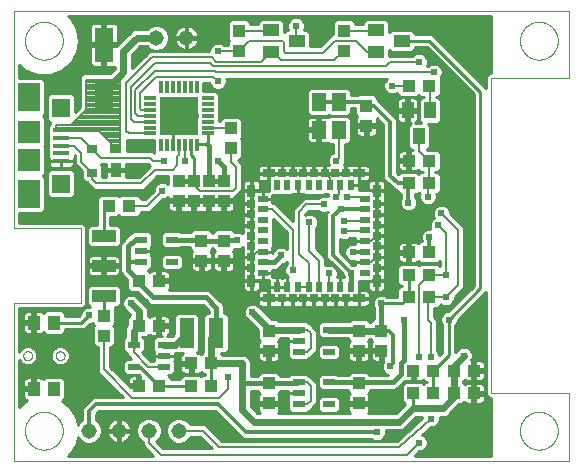
<source format=gtl>
G75*
%MOIN*%
%OFA0B0*%
%FSLAX25Y25*%
%IPPOS*%
%LPD*%
%AMOC8*
5,1,8,0,0,1.08239X$1,22.5*
%
%ADD10C,0.00000*%
%ADD11R,0.06299X0.11811*%
%ADD12R,0.03937X0.04331*%
%ADD13R,0.04331X0.03937*%
%ADD14R,0.05512X0.01575*%
%ADD15R,0.07480X0.07480*%
%ADD16R,0.07480X0.09449*%
%ADD17R,0.05906X0.06299*%
%ADD18C,0.05150*%
%ADD19R,0.07874X0.03937*%
%ADD20R,0.03543X0.03150*%
%ADD21R,0.03543X0.04724*%
%ADD22R,0.03307X0.01969*%
%ADD23R,0.01969X0.03307*%
%ADD24R,0.02559X0.04331*%
%ADD25R,0.02559X0.02559*%
%ADD26R,0.04331X0.02559*%
%ADD27R,0.05118X0.10039*%
%ADD28R,0.03937X0.04724*%
%ADD29R,0.05512X0.03937*%
%ADD30R,0.03937X0.05512*%
%ADD31R,0.01181X0.04134*%
%ADD32R,0.04134X0.01181*%
%ADD33R,0.12795X0.12795*%
%ADD34R,0.03937X0.02165*%
%ADD35R,0.04724X0.05906*%
%ADD36C,0.00800*%
%ADD37C,0.02381*%
%ADD38C,0.01000*%
%ADD39C,0.01600*%
%ADD40C,0.02400*%
%ADD41C,0.01200*%
D10*
X0017291Y0035785D02*
X0017291Y0088285D01*
X0039791Y0088285D01*
X0039791Y0113285D01*
X0017291Y0113285D01*
X0017291Y0185785D01*
X0202291Y0185785D01*
X0202291Y0163285D01*
X0176291Y0163285D01*
X0176291Y0058285D01*
X0202291Y0058285D01*
X0202291Y0035785D01*
X0017291Y0035785D01*
X0020992Y0045785D02*
X0020994Y0045943D01*
X0021000Y0046101D01*
X0021010Y0046259D01*
X0021024Y0046417D01*
X0021042Y0046574D01*
X0021063Y0046731D01*
X0021089Y0046887D01*
X0021119Y0047043D01*
X0021152Y0047198D01*
X0021190Y0047351D01*
X0021231Y0047504D01*
X0021276Y0047656D01*
X0021325Y0047807D01*
X0021378Y0047956D01*
X0021434Y0048104D01*
X0021494Y0048250D01*
X0021558Y0048395D01*
X0021626Y0048538D01*
X0021697Y0048680D01*
X0021771Y0048820D01*
X0021849Y0048957D01*
X0021931Y0049093D01*
X0022015Y0049227D01*
X0022104Y0049358D01*
X0022195Y0049487D01*
X0022290Y0049614D01*
X0022387Y0049739D01*
X0022488Y0049861D01*
X0022592Y0049980D01*
X0022699Y0050097D01*
X0022809Y0050211D01*
X0022922Y0050322D01*
X0023037Y0050431D01*
X0023155Y0050536D01*
X0023276Y0050638D01*
X0023399Y0050738D01*
X0023525Y0050834D01*
X0023653Y0050927D01*
X0023783Y0051017D01*
X0023916Y0051103D01*
X0024051Y0051187D01*
X0024187Y0051266D01*
X0024326Y0051343D01*
X0024467Y0051415D01*
X0024609Y0051485D01*
X0024753Y0051550D01*
X0024899Y0051612D01*
X0025046Y0051670D01*
X0025195Y0051725D01*
X0025345Y0051776D01*
X0025496Y0051823D01*
X0025648Y0051866D01*
X0025801Y0051905D01*
X0025956Y0051941D01*
X0026111Y0051972D01*
X0026267Y0052000D01*
X0026423Y0052024D01*
X0026580Y0052044D01*
X0026738Y0052060D01*
X0026895Y0052072D01*
X0027054Y0052080D01*
X0027212Y0052084D01*
X0027370Y0052084D01*
X0027528Y0052080D01*
X0027687Y0052072D01*
X0027844Y0052060D01*
X0028002Y0052044D01*
X0028159Y0052024D01*
X0028315Y0052000D01*
X0028471Y0051972D01*
X0028626Y0051941D01*
X0028781Y0051905D01*
X0028934Y0051866D01*
X0029086Y0051823D01*
X0029237Y0051776D01*
X0029387Y0051725D01*
X0029536Y0051670D01*
X0029683Y0051612D01*
X0029829Y0051550D01*
X0029973Y0051485D01*
X0030115Y0051415D01*
X0030256Y0051343D01*
X0030395Y0051266D01*
X0030531Y0051187D01*
X0030666Y0051103D01*
X0030799Y0051017D01*
X0030929Y0050927D01*
X0031057Y0050834D01*
X0031183Y0050738D01*
X0031306Y0050638D01*
X0031427Y0050536D01*
X0031545Y0050431D01*
X0031660Y0050322D01*
X0031773Y0050211D01*
X0031883Y0050097D01*
X0031990Y0049980D01*
X0032094Y0049861D01*
X0032195Y0049739D01*
X0032292Y0049614D01*
X0032387Y0049487D01*
X0032478Y0049358D01*
X0032567Y0049227D01*
X0032651Y0049093D01*
X0032733Y0048957D01*
X0032811Y0048820D01*
X0032885Y0048680D01*
X0032956Y0048538D01*
X0033024Y0048395D01*
X0033088Y0048250D01*
X0033148Y0048104D01*
X0033204Y0047956D01*
X0033257Y0047807D01*
X0033306Y0047656D01*
X0033351Y0047504D01*
X0033392Y0047351D01*
X0033430Y0047198D01*
X0033463Y0047043D01*
X0033493Y0046887D01*
X0033519Y0046731D01*
X0033540Y0046574D01*
X0033558Y0046417D01*
X0033572Y0046259D01*
X0033582Y0046101D01*
X0033588Y0045943D01*
X0033590Y0045785D01*
X0033588Y0045627D01*
X0033582Y0045469D01*
X0033572Y0045311D01*
X0033558Y0045153D01*
X0033540Y0044996D01*
X0033519Y0044839D01*
X0033493Y0044683D01*
X0033463Y0044527D01*
X0033430Y0044372D01*
X0033392Y0044219D01*
X0033351Y0044066D01*
X0033306Y0043914D01*
X0033257Y0043763D01*
X0033204Y0043614D01*
X0033148Y0043466D01*
X0033088Y0043320D01*
X0033024Y0043175D01*
X0032956Y0043032D01*
X0032885Y0042890D01*
X0032811Y0042750D01*
X0032733Y0042613D01*
X0032651Y0042477D01*
X0032567Y0042343D01*
X0032478Y0042212D01*
X0032387Y0042083D01*
X0032292Y0041956D01*
X0032195Y0041831D01*
X0032094Y0041709D01*
X0031990Y0041590D01*
X0031883Y0041473D01*
X0031773Y0041359D01*
X0031660Y0041248D01*
X0031545Y0041139D01*
X0031427Y0041034D01*
X0031306Y0040932D01*
X0031183Y0040832D01*
X0031057Y0040736D01*
X0030929Y0040643D01*
X0030799Y0040553D01*
X0030666Y0040467D01*
X0030531Y0040383D01*
X0030395Y0040304D01*
X0030256Y0040227D01*
X0030115Y0040155D01*
X0029973Y0040085D01*
X0029829Y0040020D01*
X0029683Y0039958D01*
X0029536Y0039900D01*
X0029387Y0039845D01*
X0029237Y0039794D01*
X0029086Y0039747D01*
X0028934Y0039704D01*
X0028781Y0039665D01*
X0028626Y0039629D01*
X0028471Y0039598D01*
X0028315Y0039570D01*
X0028159Y0039546D01*
X0028002Y0039526D01*
X0027844Y0039510D01*
X0027687Y0039498D01*
X0027528Y0039490D01*
X0027370Y0039486D01*
X0027212Y0039486D01*
X0027054Y0039490D01*
X0026895Y0039498D01*
X0026738Y0039510D01*
X0026580Y0039526D01*
X0026423Y0039546D01*
X0026267Y0039570D01*
X0026111Y0039598D01*
X0025956Y0039629D01*
X0025801Y0039665D01*
X0025648Y0039704D01*
X0025496Y0039747D01*
X0025345Y0039794D01*
X0025195Y0039845D01*
X0025046Y0039900D01*
X0024899Y0039958D01*
X0024753Y0040020D01*
X0024609Y0040085D01*
X0024467Y0040155D01*
X0024326Y0040227D01*
X0024187Y0040304D01*
X0024051Y0040383D01*
X0023916Y0040467D01*
X0023783Y0040553D01*
X0023653Y0040643D01*
X0023525Y0040736D01*
X0023399Y0040832D01*
X0023276Y0040932D01*
X0023155Y0041034D01*
X0023037Y0041139D01*
X0022922Y0041248D01*
X0022809Y0041359D01*
X0022699Y0041473D01*
X0022592Y0041590D01*
X0022488Y0041709D01*
X0022387Y0041831D01*
X0022290Y0041956D01*
X0022195Y0042083D01*
X0022104Y0042212D01*
X0022015Y0042343D01*
X0021931Y0042477D01*
X0021849Y0042613D01*
X0021771Y0042750D01*
X0021697Y0042890D01*
X0021626Y0043032D01*
X0021558Y0043175D01*
X0021494Y0043320D01*
X0021434Y0043466D01*
X0021378Y0043614D01*
X0021325Y0043763D01*
X0021276Y0043914D01*
X0021231Y0044066D01*
X0021190Y0044219D01*
X0021152Y0044372D01*
X0021119Y0044527D01*
X0021089Y0044683D01*
X0021063Y0044839D01*
X0021042Y0044996D01*
X0021024Y0045153D01*
X0021010Y0045311D01*
X0021000Y0045469D01*
X0020994Y0045627D01*
X0020992Y0045785D01*
X0020402Y0070785D02*
X0020404Y0070862D01*
X0020410Y0070938D01*
X0020420Y0071014D01*
X0020434Y0071089D01*
X0020451Y0071164D01*
X0020473Y0071237D01*
X0020498Y0071310D01*
X0020528Y0071381D01*
X0020560Y0071450D01*
X0020597Y0071517D01*
X0020636Y0071583D01*
X0020679Y0071646D01*
X0020726Y0071707D01*
X0020775Y0071766D01*
X0020828Y0071822D01*
X0020883Y0071875D01*
X0020941Y0071925D01*
X0021001Y0071972D01*
X0021064Y0072016D01*
X0021129Y0072057D01*
X0021196Y0072094D01*
X0021265Y0072128D01*
X0021335Y0072158D01*
X0021407Y0072184D01*
X0021481Y0072206D01*
X0021555Y0072225D01*
X0021630Y0072240D01*
X0021706Y0072251D01*
X0021782Y0072258D01*
X0021859Y0072261D01*
X0021935Y0072260D01*
X0022012Y0072255D01*
X0022088Y0072246D01*
X0022164Y0072233D01*
X0022238Y0072216D01*
X0022312Y0072196D01*
X0022385Y0072171D01*
X0022456Y0072143D01*
X0022526Y0072111D01*
X0022594Y0072076D01*
X0022660Y0072037D01*
X0022724Y0071995D01*
X0022785Y0071949D01*
X0022845Y0071900D01*
X0022901Y0071849D01*
X0022955Y0071794D01*
X0023006Y0071737D01*
X0023054Y0071677D01*
X0023099Y0071615D01*
X0023140Y0071550D01*
X0023178Y0071484D01*
X0023213Y0071416D01*
X0023243Y0071345D01*
X0023271Y0071274D01*
X0023294Y0071201D01*
X0023314Y0071127D01*
X0023330Y0071052D01*
X0023342Y0070976D01*
X0023350Y0070900D01*
X0023354Y0070823D01*
X0023354Y0070747D01*
X0023350Y0070670D01*
X0023342Y0070594D01*
X0023330Y0070518D01*
X0023314Y0070443D01*
X0023294Y0070369D01*
X0023271Y0070296D01*
X0023243Y0070225D01*
X0023213Y0070154D01*
X0023178Y0070086D01*
X0023140Y0070020D01*
X0023099Y0069955D01*
X0023054Y0069893D01*
X0023006Y0069833D01*
X0022955Y0069776D01*
X0022901Y0069721D01*
X0022845Y0069670D01*
X0022785Y0069621D01*
X0022724Y0069575D01*
X0022660Y0069533D01*
X0022594Y0069494D01*
X0022526Y0069459D01*
X0022456Y0069427D01*
X0022385Y0069399D01*
X0022312Y0069374D01*
X0022238Y0069354D01*
X0022164Y0069337D01*
X0022088Y0069324D01*
X0022012Y0069315D01*
X0021935Y0069310D01*
X0021859Y0069309D01*
X0021782Y0069312D01*
X0021706Y0069319D01*
X0021630Y0069330D01*
X0021555Y0069345D01*
X0021481Y0069364D01*
X0021407Y0069386D01*
X0021335Y0069412D01*
X0021265Y0069442D01*
X0021196Y0069476D01*
X0021129Y0069513D01*
X0021064Y0069554D01*
X0021001Y0069598D01*
X0020941Y0069645D01*
X0020883Y0069695D01*
X0020828Y0069748D01*
X0020775Y0069804D01*
X0020726Y0069863D01*
X0020679Y0069924D01*
X0020636Y0069987D01*
X0020597Y0070053D01*
X0020560Y0070120D01*
X0020528Y0070189D01*
X0020498Y0070260D01*
X0020473Y0070333D01*
X0020451Y0070406D01*
X0020434Y0070481D01*
X0020420Y0070556D01*
X0020410Y0070632D01*
X0020404Y0070708D01*
X0020402Y0070785D01*
X0031229Y0070785D02*
X0031231Y0070862D01*
X0031237Y0070938D01*
X0031247Y0071014D01*
X0031261Y0071089D01*
X0031278Y0071164D01*
X0031300Y0071237D01*
X0031325Y0071310D01*
X0031355Y0071381D01*
X0031387Y0071450D01*
X0031424Y0071517D01*
X0031463Y0071583D01*
X0031506Y0071646D01*
X0031553Y0071707D01*
X0031602Y0071766D01*
X0031655Y0071822D01*
X0031710Y0071875D01*
X0031768Y0071925D01*
X0031828Y0071972D01*
X0031891Y0072016D01*
X0031956Y0072057D01*
X0032023Y0072094D01*
X0032092Y0072128D01*
X0032162Y0072158D01*
X0032234Y0072184D01*
X0032308Y0072206D01*
X0032382Y0072225D01*
X0032457Y0072240D01*
X0032533Y0072251D01*
X0032609Y0072258D01*
X0032686Y0072261D01*
X0032762Y0072260D01*
X0032839Y0072255D01*
X0032915Y0072246D01*
X0032991Y0072233D01*
X0033065Y0072216D01*
X0033139Y0072196D01*
X0033212Y0072171D01*
X0033283Y0072143D01*
X0033353Y0072111D01*
X0033421Y0072076D01*
X0033487Y0072037D01*
X0033551Y0071995D01*
X0033612Y0071949D01*
X0033672Y0071900D01*
X0033728Y0071849D01*
X0033782Y0071794D01*
X0033833Y0071737D01*
X0033881Y0071677D01*
X0033926Y0071615D01*
X0033967Y0071550D01*
X0034005Y0071484D01*
X0034040Y0071416D01*
X0034070Y0071345D01*
X0034098Y0071274D01*
X0034121Y0071201D01*
X0034141Y0071127D01*
X0034157Y0071052D01*
X0034169Y0070976D01*
X0034177Y0070900D01*
X0034181Y0070823D01*
X0034181Y0070747D01*
X0034177Y0070670D01*
X0034169Y0070594D01*
X0034157Y0070518D01*
X0034141Y0070443D01*
X0034121Y0070369D01*
X0034098Y0070296D01*
X0034070Y0070225D01*
X0034040Y0070154D01*
X0034005Y0070086D01*
X0033967Y0070020D01*
X0033926Y0069955D01*
X0033881Y0069893D01*
X0033833Y0069833D01*
X0033782Y0069776D01*
X0033728Y0069721D01*
X0033672Y0069670D01*
X0033612Y0069621D01*
X0033551Y0069575D01*
X0033487Y0069533D01*
X0033421Y0069494D01*
X0033353Y0069459D01*
X0033283Y0069427D01*
X0033212Y0069399D01*
X0033139Y0069374D01*
X0033065Y0069354D01*
X0032991Y0069337D01*
X0032915Y0069324D01*
X0032839Y0069315D01*
X0032762Y0069310D01*
X0032686Y0069309D01*
X0032609Y0069312D01*
X0032533Y0069319D01*
X0032457Y0069330D01*
X0032382Y0069345D01*
X0032308Y0069364D01*
X0032234Y0069386D01*
X0032162Y0069412D01*
X0032092Y0069442D01*
X0032023Y0069476D01*
X0031956Y0069513D01*
X0031891Y0069554D01*
X0031828Y0069598D01*
X0031768Y0069645D01*
X0031710Y0069695D01*
X0031655Y0069748D01*
X0031602Y0069804D01*
X0031553Y0069863D01*
X0031506Y0069924D01*
X0031463Y0069987D01*
X0031424Y0070053D01*
X0031387Y0070120D01*
X0031355Y0070189D01*
X0031325Y0070260D01*
X0031300Y0070333D01*
X0031278Y0070406D01*
X0031261Y0070481D01*
X0031247Y0070556D01*
X0031237Y0070632D01*
X0031231Y0070708D01*
X0031229Y0070785D01*
X0020992Y0175785D02*
X0020994Y0175943D01*
X0021000Y0176101D01*
X0021010Y0176259D01*
X0021024Y0176417D01*
X0021042Y0176574D01*
X0021063Y0176731D01*
X0021089Y0176887D01*
X0021119Y0177043D01*
X0021152Y0177198D01*
X0021190Y0177351D01*
X0021231Y0177504D01*
X0021276Y0177656D01*
X0021325Y0177807D01*
X0021378Y0177956D01*
X0021434Y0178104D01*
X0021494Y0178250D01*
X0021558Y0178395D01*
X0021626Y0178538D01*
X0021697Y0178680D01*
X0021771Y0178820D01*
X0021849Y0178957D01*
X0021931Y0179093D01*
X0022015Y0179227D01*
X0022104Y0179358D01*
X0022195Y0179487D01*
X0022290Y0179614D01*
X0022387Y0179739D01*
X0022488Y0179861D01*
X0022592Y0179980D01*
X0022699Y0180097D01*
X0022809Y0180211D01*
X0022922Y0180322D01*
X0023037Y0180431D01*
X0023155Y0180536D01*
X0023276Y0180638D01*
X0023399Y0180738D01*
X0023525Y0180834D01*
X0023653Y0180927D01*
X0023783Y0181017D01*
X0023916Y0181103D01*
X0024051Y0181187D01*
X0024187Y0181266D01*
X0024326Y0181343D01*
X0024467Y0181415D01*
X0024609Y0181485D01*
X0024753Y0181550D01*
X0024899Y0181612D01*
X0025046Y0181670D01*
X0025195Y0181725D01*
X0025345Y0181776D01*
X0025496Y0181823D01*
X0025648Y0181866D01*
X0025801Y0181905D01*
X0025956Y0181941D01*
X0026111Y0181972D01*
X0026267Y0182000D01*
X0026423Y0182024D01*
X0026580Y0182044D01*
X0026738Y0182060D01*
X0026895Y0182072D01*
X0027054Y0182080D01*
X0027212Y0182084D01*
X0027370Y0182084D01*
X0027528Y0182080D01*
X0027687Y0182072D01*
X0027844Y0182060D01*
X0028002Y0182044D01*
X0028159Y0182024D01*
X0028315Y0182000D01*
X0028471Y0181972D01*
X0028626Y0181941D01*
X0028781Y0181905D01*
X0028934Y0181866D01*
X0029086Y0181823D01*
X0029237Y0181776D01*
X0029387Y0181725D01*
X0029536Y0181670D01*
X0029683Y0181612D01*
X0029829Y0181550D01*
X0029973Y0181485D01*
X0030115Y0181415D01*
X0030256Y0181343D01*
X0030395Y0181266D01*
X0030531Y0181187D01*
X0030666Y0181103D01*
X0030799Y0181017D01*
X0030929Y0180927D01*
X0031057Y0180834D01*
X0031183Y0180738D01*
X0031306Y0180638D01*
X0031427Y0180536D01*
X0031545Y0180431D01*
X0031660Y0180322D01*
X0031773Y0180211D01*
X0031883Y0180097D01*
X0031990Y0179980D01*
X0032094Y0179861D01*
X0032195Y0179739D01*
X0032292Y0179614D01*
X0032387Y0179487D01*
X0032478Y0179358D01*
X0032567Y0179227D01*
X0032651Y0179093D01*
X0032733Y0178957D01*
X0032811Y0178820D01*
X0032885Y0178680D01*
X0032956Y0178538D01*
X0033024Y0178395D01*
X0033088Y0178250D01*
X0033148Y0178104D01*
X0033204Y0177956D01*
X0033257Y0177807D01*
X0033306Y0177656D01*
X0033351Y0177504D01*
X0033392Y0177351D01*
X0033430Y0177198D01*
X0033463Y0177043D01*
X0033493Y0176887D01*
X0033519Y0176731D01*
X0033540Y0176574D01*
X0033558Y0176417D01*
X0033572Y0176259D01*
X0033582Y0176101D01*
X0033588Y0175943D01*
X0033590Y0175785D01*
X0033588Y0175627D01*
X0033582Y0175469D01*
X0033572Y0175311D01*
X0033558Y0175153D01*
X0033540Y0174996D01*
X0033519Y0174839D01*
X0033493Y0174683D01*
X0033463Y0174527D01*
X0033430Y0174372D01*
X0033392Y0174219D01*
X0033351Y0174066D01*
X0033306Y0173914D01*
X0033257Y0173763D01*
X0033204Y0173614D01*
X0033148Y0173466D01*
X0033088Y0173320D01*
X0033024Y0173175D01*
X0032956Y0173032D01*
X0032885Y0172890D01*
X0032811Y0172750D01*
X0032733Y0172613D01*
X0032651Y0172477D01*
X0032567Y0172343D01*
X0032478Y0172212D01*
X0032387Y0172083D01*
X0032292Y0171956D01*
X0032195Y0171831D01*
X0032094Y0171709D01*
X0031990Y0171590D01*
X0031883Y0171473D01*
X0031773Y0171359D01*
X0031660Y0171248D01*
X0031545Y0171139D01*
X0031427Y0171034D01*
X0031306Y0170932D01*
X0031183Y0170832D01*
X0031057Y0170736D01*
X0030929Y0170643D01*
X0030799Y0170553D01*
X0030666Y0170467D01*
X0030531Y0170383D01*
X0030395Y0170304D01*
X0030256Y0170227D01*
X0030115Y0170155D01*
X0029973Y0170085D01*
X0029829Y0170020D01*
X0029683Y0169958D01*
X0029536Y0169900D01*
X0029387Y0169845D01*
X0029237Y0169794D01*
X0029086Y0169747D01*
X0028934Y0169704D01*
X0028781Y0169665D01*
X0028626Y0169629D01*
X0028471Y0169598D01*
X0028315Y0169570D01*
X0028159Y0169546D01*
X0028002Y0169526D01*
X0027844Y0169510D01*
X0027687Y0169498D01*
X0027528Y0169490D01*
X0027370Y0169486D01*
X0027212Y0169486D01*
X0027054Y0169490D01*
X0026895Y0169498D01*
X0026738Y0169510D01*
X0026580Y0169526D01*
X0026423Y0169546D01*
X0026267Y0169570D01*
X0026111Y0169598D01*
X0025956Y0169629D01*
X0025801Y0169665D01*
X0025648Y0169704D01*
X0025496Y0169747D01*
X0025345Y0169794D01*
X0025195Y0169845D01*
X0025046Y0169900D01*
X0024899Y0169958D01*
X0024753Y0170020D01*
X0024609Y0170085D01*
X0024467Y0170155D01*
X0024326Y0170227D01*
X0024187Y0170304D01*
X0024051Y0170383D01*
X0023916Y0170467D01*
X0023783Y0170553D01*
X0023653Y0170643D01*
X0023525Y0170736D01*
X0023399Y0170832D01*
X0023276Y0170932D01*
X0023155Y0171034D01*
X0023037Y0171139D01*
X0022922Y0171248D01*
X0022809Y0171359D01*
X0022699Y0171473D01*
X0022592Y0171590D01*
X0022488Y0171709D01*
X0022387Y0171831D01*
X0022290Y0171956D01*
X0022195Y0172083D01*
X0022104Y0172212D01*
X0022015Y0172343D01*
X0021931Y0172477D01*
X0021849Y0172613D01*
X0021771Y0172750D01*
X0021697Y0172890D01*
X0021626Y0173032D01*
X0021558Y0173175D01*
X0021494Y0173320D01*
X0021434Y0173466D01*
X0021378Y0173614D01*
X0021325Y0173763D01*
X0021276Y0173914D01*
X0021231Y0174066D01*
X0021190Y0174219D01*
X0021152Y0174372D01*
X0021119Y0174527D01*
X0021089Y0174683D01*
X0021063Y0174839D01*
X0021042Y0174996D01*
X0021024Y0175153D01*
X0021010Y0175311D01*
X0021000Y0175469D01*
X0020994Y0175627D01*
X0020992Y0175785D01*
X0185992Y0175785D02*
X0185994Y0175943D01*
X0186000Y0176101D01*
X0186010Y0176259D01*
X0186024Y0176417D01*
X0186042Y0176574D01*
X0186063Y0176731D01*
X0186089Y0176887D01*
X0186119Y0177043D01*
X0186152Y0177198D01*
X0186190Y0177351D01*
X0186231Y0177504D01*
X0186276Y0177656D01*
X0186325Y0177807D01*
X0186378Y0177956D01*
X0186434Y0178104D01*
X0186494Y0178250D01*
X0186558Y0178395D01*
X0186626Y0178538D01*
X0186697Y0178680D01*
X0186771Y0178820D01*
X0186849Y0178957D01*
X0186931Y0179093D01*
X0187015Y0179227D01*
X0187104Y0179358D01*
X0187195Y0179487D01*
X0187290Y0179614D01*
X0187387Y0179739D01*
X0187488Y0179861D01*
X0187592Y0179980D01*
X0187699Y0180097D01*
X0187809Y0180211D01*
X0187922Y0180322D01*
X0188037Y0180431D01*
X0188155Y0180536D01*
X0188276Y0180638D01*
X0188399Y0180738D01*
X0188525Y0180834D01*
X0188653Y0180927D01*
X0188783Y0181017D01*
X0188916Y0181103D01*
X0189051Y0181187D01*
X0189187Y0181266D01*
X0189326Y0181343D01*
X0189467Y0181415D01*
X0189609Y0181485D01*
X0189753Y0181550D01*
X0189899Y0181612D01*
X0190046Y0181670D01*
X0190195Y0181725D01*
X0190345Y0181776D01*
X0190496Y0181823D01*
X0190648Y0181866D01*
X0190801Y0181905D01*
X0190956Y0181941D01*
X0191111Y0181972D01*
X0191267Y0182000D01*
X0191423Y0182024D01*
X0191580Y0182044D01*
X0191738Y0182060D01*
X0191895Y0182072D01*
X0192054Y0182080D01*
X0192212Y0182084D01*
X0192370Y0182084D01*
X0192528Y0182080D01*
X0192687Y0182072D01*
X0192844Y0182060D01*
X0193002Y0182044D01*
X0193159Y0182024D01*
X0193315Y0182000D01*
X0193471Y0181972D01*
X0193626Y0181941D01*
X0193781Y0181905D01*
X0193934Y0181866D01*
X0194086Y0181823D01*
X0194237Y0181776D01*
X0194387Y0181725D01*
X0194536Y0181670D01*
X0194683Y0181612D01*
X0194829Y0181550D01*
X0194973Y0181485D01*
X0195115Y0181415D01*
X0195256Y0181343D01*
X0195395Y0181266D01*
X0195531Y0181187D01*
X0195666Y0181103D01*
X0195799Y0181017D01*
X0195929Y0180927D01*
X0196057Y0180834D01*
X0196183Y0180738D01*
X0196306Y0180638D01*
X0196427Y0180536D01*
X0196545Y0180431D01*
X0196660Y0180322D01*
X0196773Y0180211D01*
X0196883Y0180097D01*
X0196990Y0179980D01*
X0197094Y0179861D01*
X0197195Y0179739D01*
X0197292Y0179614D01*
X0197387Y0179487D01*
X0197478Y0179358D01*
X0197567Y0179227D01*
X0197651Y0179093D01*
X0197733Y0178957D01*
X0197811Y0178820D01*
X0197885Y0178680D01*
X0197956Y0178538D01*
X0198024Y0178395D01*
X0198088Y0178250D01*
X0198148Y0178104D01*
X0198204Y0177956D01*
X0198257Y0177807D01*
X0198306Y0177656D01*
X0198351Y0177504D01*
X0198392Y0177351D01*
X0198430Y0177198D01*
X0198463Y0177043D01*
X0198493Y0176887D01*
X0198519Y0176731D01*
X0198540Y0176574D01*
X0198558Y0176417D01*
X0198572Y0176259D01*
X0198582Y0176101D01*
X0198588Y0175943D01*
X0198590Y0175785D01*
X0198588Y0175627D01*
X0198582Y0175469D01*
X0198572Y0175311D01*
X0198558Y0175153D01*
X0198540Y0174996D01*
X0198519Y0174839D01*
X0198493Y0174683D01*
X0198463Y0174527D01*
X0198430Y0174372D01*
X0198392Y0174219D01*
X0198351Y0174066D01*
X0198306Y0173914D01*
X0198257Y0173763D01*
X0198204Y0173614D01*
X0198148Y0173466D01*
X0198088Y0173320D01*
X0198024Y0173175D01*
X0197956Y0173032D01*
X0197885Y0172890D01*
X0197811Y0172750D01*
X0197733Y0172613D01*
X0197651Y0172477D01*
X0197567Y0172343D01*
X0197478Y0172212D01*
X0197387Y0172083D01*
X0197292Y0171956D01*
X0197195Y0171831D01*
X0197094Y0171709D01*
X0196990Y0171590D01*
X0196883Y0171473D01*
X0196773Y0171359D01*
X0196660Y0171248D01*
X0196545Y0171139D01*
X0196427Y0171034D01*
X0196306Y0170932D01*
X0196183Y0170832D01*
X0196057Y0170736D01*
X0195929Y0170643D01*
X0195799Y0170553D01*
X0195666Y0170467D01*
X0195531Y0170383D01*
X0195395Y0170304D01*
X0195256Y0170227D01*
X0195115Y0170155D01*
X0194973Y0170085D01*
X0194829Y0170020D01*
X0194683Y0169958D01*
X0194536Y0169900D01*
X0194387Y0169845D01*
X0194237Y0169794D01*
X0194086Y0169747D01*
X0193934Y0169704D01*
X0193781Y0169665D01*
X0193626Y0169629D01*
X0193471Y0169598D01*
X0193315Y0169570D01*
X0193159Y0169546D01*
X0193002Y0169526D01*
X0192844Y0169510D01*
X0192687Y0169498D01*
X0192528Y0169490D01*
X0192370Y0169486D01*
X0192212Y0169486D01*
X0192054Y0169490D01*
X0191895Y0169498D01*
X0191738Y0169510D01*
X0191580Y0169526D01*
X0191423Y0169546D01*
X0191267Y0169570D01*
X0191111Y0169598D01*
X0190956Y0169629D01*
X0190801Y0169665D01*
X0190648Y0169704D01*
X0190496Y0169747D01*
X0190345Y0169794D01*
X0190195Y0169845D01*
X0190046Y0169900D01*
X0189899Y0169958D01*
X0189753Y0170020D01*
X0189609Y0170085D01*
X0189467Y0170155D01*
X0189326Y0170227D01*
X0189187Y0170304D01*
X0189051Y0170383D01*
X0188916Y0170467D01*
X0188783Y0170553D01*
X0188653Y0170643D01*
X0188525Y0170736D01*
X0188399Y0170832D01*
X0188276Y0170932D01*
X0188155Y0171034D01*
X0188037Y0171139D01*
X0187922Y0171248D01*
X0187809Y0171359D01*
X0187699Y0171473D01*
X0187592Y0171590D01*
X0187488Y0171709D01*
X0187387Y0171831D01*
X0187290Y0171956D01*
X0187195Y0172083D01*
X0187104Y0172212D01*
X0187015Y0172343D01*
X0186931Y0172477D01*
X0186849Y0172613D01*
X0186771Y0172750D01*
X0186697Y0172890D01*
X0186626Y0173032D01*
X0186558Y0173175D01*
X0186494Y0173320D01*
X0186434Y0173466D01*
X0186378Y0173614D01*
X0186325Y0173763D01*
X0186276Y0173914D01*
X0186231Y0174066D01*
X0186190Y0174219D01*
X0186152Y0174372D01*
X0186119Y0174527D01*
X0186089Y0174683D01*
X0186063Y0174839D01*
X0186042Y0174996D01*
X0186024Y0175153D01*
X0186010Y0175311D01*
X0186000Y0175469D01*
X0185994Y0175627D01*
X0185992Y0175785D01*
X0185992Y0045785D02*
X0185994Y0045943D01*
X0186000Y0046101D01*
X0186010Y0046259D01*
X0186024Y0046417D01*
X0186042Y0046574D01*
X0186063Y0046731D01*
X0186089Y0046887D01*
X0186119Y0047043D01*
X0186152Y0047198D01*
X0186190Y0047351D01*
X0186231Y0047504D01*
X0186276Y0047656D01*
X0186325Y0047807D01*
X0186378Y0047956D01*
X0186434Y0048104D01*
X0186494Y0048250D01*
X0186558Y0048395D01*
X0186626Y0048538D01*
X0186697Y0048680D01*
X0186771Y0048820D01*
X0186849Y0048957D01*
X0186931Y0049093D01*
X0187015Y0049227D01*
X0187104Y0049358D01*
X0187195Y0049487D01*
X0187290Y0049614D01*
X0187387Y0049739D01*
X0187488Y0049861D01*
X0187592Y0049980D01*
X0187699Y0050097D01*
X0187809Y0050211D01*
X0187922Y0050322D01*
X0188037Y0050431D01*
X0188155Y0050536D01*
X0188276Y0050638D01*
X0188399Y0050738D01*
X0188525Y0050834D01*
X0188653Y0050927D01*
X0188783Y0051017D01*
X0188916Y0051103D01*
X0189051Y0051187D01*
X0189187Y0051266D01*
X0189326Y0051343D01*
X0189467Y0051415D01*
X0189609Y0051485D01*
X0189753Y0051550D01*
X0189899Y0051612D01*
X0190046Y0051670D01*
X0190195Y0051725D01*
X0190345Y0051776D01*
X0190496Y0051823D01*
X0190648Y0051866D01*
X0190801Y0051905D01*
X0190956Y0051941D01*
X0191111Y0051972D01*
X0191267Y0052000D01*
X0191423Y0052024D01*
X0191580Y0052044D01*
X0191738Y0052060D01*
X0191895Y0052072D01*
X0192054Y0052080D01*
X0192212Y0052084D01*
X0192370Y0052084D01*
X0192528Y0052080D01*
X0192687Y0052072D01*
X0192844Y0052060D01*
X0193002Y0052044D01*
X0193159Y0052024D01*
X0193315Y0052000D01*
X0193471Y0051972D01*
X0193626Y0051941D01*
X0193781Y0051905D01*
X0193934Y0051866D01*
X0194086Y0051823D01*
X0194237Y0051776D01*
X0194387Y0051725D01*
X0194536Y0051670D01*
X0194683Y0051612D01*
X0194829Y0051550D01*
X0194973Y0051485D01*
X0195115Y0051415D01*
X0195256Y0051343D01*
X0195395Y0051266D01*
X0195531Y0051187D01*
X0195666Y0051103D01*
X0195799Y0051017D01*
X0195929Y0050927D01*
X0196057Y0050834D01*
X0196183Y0050738D01*
X0196306Y0050638D01*
X0196427Y0050536D01*
X0196545Y0050431D01*
X0196660Y0050322D01*
X0196773Y0050211D01*
X0196883Y0050097D01*
X0196990Y0049980D01*
X0197094Y0049861D01*
X0197195Y0049739D01*
X0197292Y0049614D01*
X0197387Y0049487D01*
X0197478Y0049358D01*
X0197567Y0049227D01*
X0197651Y0049093D01*
X0197733Y0048957D01*
X0197811Y0048820D01*
X0197885Y0048680D01*
X0197956Y0048538D01*
X0198024Y0048395D01*
X0198088Y0048250D01*
X0198148Y0048104D01*
X0198204Y0047956D01*
X0198257Y0047807D01*
X0198306Y0047656D01*
X0198351Y0047504D01*
X0198392Y0047351D01*
X0198430Y0047198D01*
X0198463Y0047043D01*
X0198493Y0046887D01*
X0198519Y0046731D01*
X0198540Y0046574D01*
X0198558Y0046417D01*
X0198572Y0046259D01*
X0198582Y0046101D01*
X0198588Y0045943D01*
X0198590Y0045785D01*
X0198588Y0045627D01*
X0198582Y0045469D01*
X0198572Y0045311D01*
X0198558Y0045153D01*
X0198540Y0044996D01*
X0198519Y0044839D01*
X0198493Y0044683D01*
X0198463Y0044527D01*
X0198430Y0044372D01*
X0198392Y0044219D01*
X0198351Y0044066D01*
X0198306Y0043914D01*
X0198257Y0043763D01*
X0198204Y0043614D01*
X0198148Y0043466D01*
X0198088Y0043320D01*
X0198024Y0043175D01*
X0197956Y0043032D01*
X0197885Y0042890D01*
X0197811Y0042750D01*
X0197733Y0042613D01*
X0197651Y0042477D01*
X0197567Y0042343D01*
X0197478Y0042212D01*
X0197387Y0042083D01*
X0197292Y0041956D01*
X0197195Y0041831D01*
X0197094Y0041709D01*
X0196990Y0041590D01*
X0196883Y0041473D01*
X0196773Y0041359D01*
X0196660Y0041248D01*
X0196545Y0041139D01*
X0196427Y0041034D01*
X0196306Y0040932D01*
X0196183Y0040832D01*
X0196057Y0040736D01*
X0195929Y0040643D01*
X0195799Y0040553D01*
X0195666Y0040467D01*
X0195531Y0040383D01*
X0195395Y0040304D01*
X0195256Y0040227D01*
X0195115Y0040155D01*
X0194973Y0040085D01*
X0194829Y0040020D01*
X0194683Y0039958D01*
X0194536Y0039900D01*
X0194387Y0039845D01*
X0194237Y0039794D01*
X0194086Y0039747D01*
X0193934Y0039704D01*
X0193781Y0039665D01*
X0193626Y0039629D01*
X0193471Y0039598D01*
X0193315Y0039570D01*
X0193159Y0039546D01*
X0193002Y0039526D01*
X0192844Y0039510D01*
X0192687Y0039498D01*
X0192528Y0039490D01*
X0192370Y0039486D01*
X0192212Y0039486D01*
X0192054Y0039490D01*
X0191895Y0039498D01*
X0191738Y0039510D01*
X0191580Y0039526D01*
X0191423Y0039546D01*
X0191267Y0039570D01*
X0191111Y0039598D01*
X0190956Y0039629D01*
X0190801Y0039665D01*
X0190648Y0039704D01*
X0190496Y0039747D01*
X0190345Y0039794D01*
X0190195Y0039845D01*
X0190046Y0039900D01*
X0189899Y0039958D01*
X0189753Y0040020D01*
X0189609Y0040085D01*
X0189467Y0040155D01*
X0189326Y0040227D01*
X0189187Y0040304D01*
X0189051Y0040383D01*
X0188916Y0040467D01*
X0188783Y0040553D01*
X0188653Y0040643D01*
X0188525Y0040736D01*
X0188399Y0040832D01*
X0188276Y0040932D01*
X0188155Y0041034D01*
X0188037Y0041139D01*
X0187922Y0041248D01*
X0187809Y0041359D01*
X0187699Y0041473D01*
X0187592Y0041590D01*
X0187488Y0041709D01*
X0187387Y0041831D01*
X0187290Y0041956D01*
X0187195Y0042083D01*
X0187104Y0042212D01*
X0187015Y0042343D01*
X0186931Y0042477D01*
X0186849Y0042613D01*
X0186771Y0042750D01*
X0186697Y0042890D01*
X0186626Y0043032D01*
X0186558Y0043175D01*
X0186494Y0043320D01*
X0186434Y0043466D01*
X0186378Y0043614D01*
X0186325Y0043763D01*
X0186276Y0043914D01*
X0186231Y0044066D01*
X0186190Y0044219D01*
X0186152Y0044372D01*
X0186119Y0044527D01*
X0186089Y0044683D01*
X0186063Y0044839D01*
X0186042Y0044996D01*
X0186024Y0045153D01*
X0186010Y0045311D01*
X0186000Y0045469D01*
X0185994Y0045627D01*
X0185992Y0045785D01*
D11*
X0047291Y0157124D03*
X0047291Y0174447D03*
D12*
X0089791Y0146632D03*
X0089791Y0139939D03*
X0087291Y0129132D03*
X0082291Y0129132D03*
X0077291Y0129132D03*
X0072291Y0129132D03*
X0072291Y0122439D03*
X0077291Y0122439D03*
X0082291Y0122439D03*
X0087291Y0122439D03*
X0087291Y0109132D03*
X0087291Y0102439D03*
X0079791Y0102439D03*
X0079791Y0109132D03*
X0102291Y0079132D03*
X0102291Y0072439D03*
X0102291Y0061632D03*
X0102291Y0054939D03*
X0132291Y0054939D03*
X0132291Y0061632D03*
X0132291Y0072439D03*
X0132291Y0079132D03*
X0139791Y0079132D03*
X0139791Y0072439D03*
X0134791Y0147439D03*
X0134791Y0154132D03*
X0127291Y0172439D03*
X0127291Y0179132D03*
X0092291Y0179132D03*
X0092291Y0172439D03*
X0047291Y0084132D03*
X0047291Y0077439D03*
D13*
X0058945Y0080785D03*
X0065638Y0080785D03*
X0076445Y0068285D03*
X0083138Y0068285D03*
X0083138Y0060785D03*
X0076445Y0060785D03*
X0065638Y0060785D03*
X0058945Y0060785D03*
X0058945Y0095785D03*
X0065638Y0095785D03*
X0055638Y0120785D03*
X0048945Y0120785D03*
X0148945Y0128285D03*
X0155638Y0128285D03*
X0155638Y0135785D03*
X0148945Y0135785D03*
X0148945Y0160785D03*
X0155638Y0160785D03*
X0155638Y0105285D03*
X0148945Y0105285D03*
X0148945Y0097785D03*
X0155638Y0097785D03*
X0155638Y0090285D03*
X0148945Y0090285D03*
X0150445Y0065785D03*
X0150445Y0058285D03*
X0157138Y0058285D03*
X0163945Y0058285D03*
X0170638Y0058285D03*
X0170638Y0065785D03*
X0163945Y0065785D03*
X0157138Y0065785D03*
D14*
X0033118Y0135667D03*
X0033118Y0138226D03*
X0033118Y0140785D03*
X0033118Y0143344D03*
X0033118Y0145903D03*
D15*
X0022291Y0145510D03*
X0022291Y0136061D03*
D16*
X0022291Y0124643D03*
X0022291Y0156927D03*
D17*
X0032921Y0153384D03*
X0032921Y0128187D03*
D18*
X0064791Y0176785D03*
X0074791Y0176785D03*
X0072291Y0045785D03*
X0062291Y0045785D03*
X0052291Y0045785D03*
X0042291Y0045785D03*
D19*
X0047291Y0090785D03*
X0047291Y0100785D03*
X0047291Y0110785D03*
D20*
X0043354Y0131848D03*
X0043354Y0139722D03*
X0051228Y0139722D03*
D21*
X0051228Y0132636D03*
D22*
X0100323Y0123187D03*
X0100323Y0119643D03*
X0100323Y0116100D03*
X0100323Y0112557D03*
X0100323Y0109013D03*
X0100323Y0105470D03*
X0100323Y0101927D03*
X0100323Y0098384D03*
X0134260Y0098384D03*
X0134260Y0101927D03*
X0134260Y0105470D03*
X0134260Y0109013D03*
X0134260Y0112557D03*
X0134260Y0116100D03*
X0134260Y0119643D03*
X0134260Y0123187D03*
D23*
X0129693Y0127754D03*
X0126150Y0127754D03*
X0122606Y0127754D03*
X0119063Y0127754D03*
X0115520Y0127754D03*
X0111976Y0127754D03*
X0108433Y0127754D03*
X0104890Y0127754D03*
X0104890Y0093817D03*
X0108433Y0093817D03*
X0111976Y0093817D03*
X0115520Y0093817D03*
X0119063Y0093817D03*
X0122606Y0093817D03*
X0126150Y0093817D03*
X0129693Y0093817D03*
D24*
X0138177Y0095726D03*
X0138177Y0125844D03*
X0096406Y0125844D03*
X0096406Y0095726D03*
D25*
X0096406Y0100155D03*
X0096406Y0103699D03*
X0096406Y0107242D03*
X0096406Y0110785D03*
X0096406Y0114328D03*
X0096406Y0117872D03*
X0096406Y0121415D03*
X0106661Y0131671D03*
X0110205Y0131671D03*
X0113748Y0131671D03*
X0117291Y0131671D03*
X0120835Y0131671D03*
X0124378Y0131671D03*
X0127921Y0131671D03*
X0138177Y0121415D03*
X0138177Y0117872D03*
X0138177Y0114328D03*
X0138177Y0110785D03*
X0138177Y0107242D03*
X0138177Y0103699D03*
X0138177Y0100155D03*
X0127921Y0089899D03*
X0124378Y0089899D03*
X0120835Y0089899D03*
X0117291Y0089899D03*
X0113748Y0089899D03*
X0110205Y0089899D03*
X0106661Y0089899D03*
D26*
X0102232Y0089899D03*
X0132350Y0089899D03*
X0132350Y0131671D03*
X0102232Y0131671D03*
D27*
X0084713Y0078285D03*
X0074870Y0078285D03*
D28*
X0030638Y0081809D03*
X0023945Y0081809D03*
X0023945Y0059762D03*
X0030638Y0059762D03*
D29*
X0102961Y0172045D03*
X0102961Y0179525D03*
X0111622Y0175785D03*
X0137961Y0172045D03*
X0137961Y0179525D03*
X0146622Y0175785D03*
D30*
X0148551Y0152616D03*
X0156031Y0152616D03*
X0152291Y0143954D03*
D31*
X0078197Y0141139D03*
X0076228Y0141139D03*
X0074260Y0141139D03*
X0072291Y0141139D03*
X0070323Y0141139D03*
X0068354Y0141139D03*
X0066386Y0141139D03*
X0066386Y0160431D03*
X0068354Y0160431D03*
X0070323Y0160431D03*
X0072291Y0160431D03*
X0074260Y0160431D03*
X0076228Y0160431D03*
X0078197Y0160431D03*
D32*
X0081937Y0156691D03*
X0081937Y0154722D03*
X0081937Y0152754D03*
X0081937Y0150785D03*
X0081937Y0148817D03*
X0081937Y0146848D03*
X0081937Y0144880D03*
X0062646Y0144880D03*
X0062646Y0146848D03*
X0062646Y0148817D03*
X0062646Y0150785D03*
X0062646Y0152754D03*
X0062646Y0154722D03*
X0062646Y0156691D03*
D33*
X0072291Y0150785D03*
D34*
X0069909Y0109525D03*
X0069909Y0102045D03*
X0059673Y0102045D03*
X0059673Y0105785D03*
X0059673Y0109525D03*
X0057173Y0074525D03*
X0057173Y0067045D03*
X0067409Y0067045D03*
X0067409Y0070785D03*
X0067409Y0074525D03*
X0112173Y0075785D03*
X0112173Y0079525D03*
X0112173Y0072045D03*
X0112173Y0062025D03*
X0112173Y0058285D03*
X0112173Y0054545D03*
X0122409Y0054545D03*
X0122409Y0062025D03*
X0122409Y0072045D03*
X0122409Y0079525D03*
D35*
X0125638Y0146061D03*
X0118945Y0146061D03*
X0118945Y0155510D03*
X0125638Y0155510D03*
D36*
X0125638Y0146061D02*
X0125638Y0136632D01*
X0124791Y0135785D01*
X0120835Y0131671D02*
X0122606Y0129899D01*
X0122606Y0127754D01*
X0125791Y0127395D02*
X0125791Y0124785D01*
X0124791Y0123785D01*
X0128291Y0123785D02*
X0133291Y0123785D01*
X0133890Y0123187D01*
X0134260Y0123187D01*
X0134260Y0116100D02*
X0133945Y0115785D01*
X0127291Y0115785D01*
X0127291Y0112285D02*
X0133988Y0112285D01*
X0134260Y0112557D01*
X0134260Y0109013D02*
X0136406Y0109013D01*
X0138177Y0110785D01*
X0138177Y0103699D02*
X0136406Y0101927D01*
X0134260Y0101927D01*
X0122291Y0098285D02*
X0122291Y0094002D01*
X0122606Y0093817D01*
X0119063Y0093817D02*
X0119063Y0102513D01*
X0115791Y0105785D01*
X0115791Y0115285D01*
X0112291Y0118785D02*
X0114791Y0121285D01*
X0120791Y0121285D01*
X0125791Y0127395D02*
X0126150Y0127754D01*
X0112291Y0118785D02*
X0112291Y0104785D01*
X0115520Y0101557D01*
X0115520Y0093817D01*
X0111976Y0093817D01*
X0110291Y0099285D02*
X0110291Y0112785D01*
X0103433Y0119643D01*
X0100323Y0119643D01*
X0091291Y0126785D02*
X0090291Y0125785D01*
X0079291Y0125785D01*
X0077291Y0127785D01*
X0077291Y0129132D01*
X0074291Y0135785D02*
X0074260Y0136317D01*
X0074260Y0141139D01*
X0072291Y0141139D02*
X0072291Y0137785D01*
X0071791Y0137285D01*
X0071791Y0134285D01*
X0070291Y0132785D01*
X0064291Y0132785D01*
X0059791Y0128285D01*
X0044791Y0128285D01*
X0043354Y0129722D01*
X0043354Y0131848D01*
X0039791Y0135411D01*
X0039791Y0138285D01*
X0037291Y0140785D01*
X0033118Y0140785D01*
X0033118Y0143344D02*
X0039732Y0143344D01*
X0043354Y0139722D01*
X0046291Y0136785D01*
X0062791Y0136785D01*
X0063791Y0135785D01*
X0067291Y0135785D01*
X0066791Y0125785D02*
X0061791Y0120785D01*
X0055638Y0120785D01*
X0052791Y0138785D02*
X0049791Y0138785D01*
X0049791Y0141785D01*
X0045791Y0145785D01*
X0031291Y0145785D01*
X0031291Y0147785D01*
X0036291Y0147785D01*
X0041291Y0152785D01*
X0041291Y0162785D01*
X0052791Y0162785D01*
X0052791Y0138785D01*
X0052791Y0138793D02*
X0049791Y0138793D01*
X0049791Y0139592D02*
X0052791Y0139592D01*
X0052791Y0140390D02*
X0049791Y0140390D01*
X0049791Y0141189D02*
X0052791Y0141189D01*
X0052791Y0141987D02*
X0049589Y0141987D01*
X0048791Y0142786D02*
X0052791Y0142786D01*
X0052791Y0143584D02*
X0047992Y0143584D01*
X0047194Y0144383D02*
X0052791Y0144383D01*
X0052791Y0145181D02*
X0046395Y0145181D01*
X0052791Y0145980D02*
X0031291Y0145980D01*
X0031291Y0146778D02*
X0052791Y0146778D01*
X0052791Y0147577D02*
X0031291Y0147577D01*
X0036881Y0148375D02*
X0052791Y0148375D01*
X0052791Y0149174D02*
X0037680Y0149174D01*
X0038478Y0149972D02*
X0052791Y0149972D01*
X0052791Y0150771D02*
X0039277Y0150771D01*
X0040075Y0151569D02*
X0052791Y0151569D01*
X0052791Y0152368D02*
X0040874Y0152368D01*
X0041291Y0153166D02*
X0052791Y0153166D01*
X0052791Y0153965D02*
X0041291Y0153965D01*
X0041291Y0154763D02*
X0052791Y0154763D01*
X0052791Y0155562D02*
X0041291Y0155562D01*
X0041291Y0156360D02*
X0052791Y0156360D01*
X0052791Y0157159D02*
X0041291Y0157159D01*
X0041291Y0157957D02*
X0052791Y0157957D01*
X0052791Y0158756D02*
X0041291Y0158756D01*
X0041291Y0159554D02*
X0052791Y0159554D01*
X0052791Y0160353D02*
X0041291Y0160353D01*
X0041291Y0161151D02*
X0052791Y0161151D01*
X0052791Y0161950D02*
X0041291Y0161950D01*
X0041291Y0162748D02*
X0052791Y0162748D01*
X0054791Y0161785D02*
X0063291Y0170285D01*
X0083291Y0170285D01*
X0084791Y0168785D01*
X0099701Y0168785D01*
X0102961Y0172045D01*
X0103531Y0172045D01*
X0106291Y0169285D01*
X0124138Y0169285D01*
X0127291Y0172439D01*
X0126898Y0172045D01*
X0124291Y0175785D02*
X0120291Y0171785D01*
X0107791Y0171785D01*
X0107291Y0172285D01*
X0107291Y0175285D01*
X0106791Y0175785D01*
X0095638Y0175785D01*
X0092291Y0172439D01*
X0092138Y0172285D01*
X0085291Y0172285D01*
X0082791Y0168285D02*
X0064291Y0168285D01*
X0056291Y0160285D01*
X0056291Y0149785D01*
X0057291Y0148785D01*
X0062614Y0148785D01*
X0062646Y0148817D01*
X0062646Y0150785D02*
X0058791Y0150785D01*
X0057791Y0151785D01*
X0057791Y0159285D01*
X0064291Y0165785D01*
X0084291Y0165785D01*
X0084791Y0165285D01*
X0157291Y0165285D01*
X0155638Y0160785D02*
X0156031Y0160391D01*
X0156031Y0152616D01*
X0152291Y0143954D02*
X0152291Y0139132D01*
X0155638Y0135785D01*
X0155638Y0128285D01*
X0155291Y0127939D01*
X0155291Y0123785D01*
X0159791Y0118285D02*
X0165291Y0112785D01*
X0165291Y0094285D01*
X0161291Y0090285D01*
X0155638Y0090285D01*
X0155291Y0089939D01*
X0155291Y0082785D01*
X0156291Y0081785D01*
X0156291Y0070285D01*
X0152291Y0070285D02*
X0152291Y0094439D01*
X0155638Y0097785D01*
X0161291Y0097785D01*
X0161291Y0111785D01*
X0158791Y0114285D01*
X0116291Y0078285D02*
X0116291Y0073285D01*
X0115051Y0072045D01*
X0112173Y0072045D01*
X0116291Y0078285D02*
X0115051Y0079525D01*
X0112173Y0079525D01*
X0112173Y0062025D02*
X0115051Y0062025D01*
X0116291Y0060785D01*
X0116291Y0055785D01*
X0115051Y0054545D01*
X0112173Y0054545D01*
X0088791Y0059785D02*
X0085791Y0056785D01*
X0056791Y0056785D01*
X0047291Y0066285D01*
X0047291Y0077439D01*
X0057173Y0074525D02*
X0057173Y0071903D01*
X0062031Y0067045D01*
X0067409Y0067045D01*
X0088791Y0063785D02*
X0088791Y0059785D01*
X0080291Y0045785D02*
X0072291Y0045785D01*
X0080291Y0045785D02*
X0085791Y0040285D01*
X0145791Y0040285D01*
X0156291Y0049785D01*
X0152291Y0041785D02*
X0148291Y0037785D01*
X0066291Y0037785D01*
X0062291Y0041785D01*
X0062291Y0045785D01*
X0096406Y0103699D02*
X0098177Y0105470D01*
X0100323Y0105470D01*
X0091291Y0126785D02*
X0091291Y0133785D01*
X0089791Y0135285D01*
X0089791Y0139939D01*
X0089791Y0146632D02*
X0089575Y0146848D01*
X0081937Y0146848D01*
X0085291Y0162285D02*
X0083791Y0163785D01*
X0064791Y0163785D01*
X0059291Y0158285D01*
X0059291Y0153285D01*
X0059823Y0152754D01*
X0062646Y0152754D01*
X0062646Y0144880D02*
X0055697Y0144880D01*
X0054791Y0145785D01*
X0054791Y0161785D01*
X0082791Y0168285D02*
X0083791Y0167285D01*
X0141291Y0167285D01*
X0142772Y0168765D01*
X0152311Y0168765D01*
X0148945Y0160785D02*
X0143291Y0160785D01*
X0137961Y0172045D02*
X0135031Y0172045D01*
X0131291Y0175785D01*
X0124291Y0175785D01*
X0127291Y0179132D02*
X0137567Y0179132D01*
X0137961Y0179525D01*
X0111291Y0180785D02*
X0111291Y0176116D01*
X0102961Y0179525D02*
X0102567Y0179132D01*
X0092291Y0179132D01*
D37*
X0085291Y0172285D03*
X0085291Y0162285D03*
X0091791Y0156785D03*
X0103291Y0156785D03*
X0111791Y0151785D03*
X0113791Y0137785D03*
X0102291Y0137785D03*
X0108291Y0121785D03*
X0115791Y0115285D03*
X0119791Y0108785D03*
X0127291Y0112285D03*
X0127291Y0115785D03*
X0126291Y0119785D03*
X0124791Y0123785D03*
X0128291Y0123785D03*
X0120791Y0121285D03*
X0124791Y0135785D03*
X0137791Y0135785D03*
X0148791Y0121785D03*
X0155291Y0123785D03*
X0159791Y0118285D03*
X0158791Y0114285D03*
X0155791Y0110285D03*
X0161291Y0097785D03*
X0161291Y0090285D03*
X0162291Y0082785D03*
X0169791Y0082785D03*
X0167291Y0070785D03*
X0156291Y0070285D03*
X0152291Y0070285D03*
X0142791Y0067285D03*
X0136791Y0067285D03*
X0138791Y0055785D03*
X0138291Y0045285D03*
X0144291Y0044285D03*
X0152291Y0041785D03*
X0157791Y0039785D03*
X0156291Y0049785D03*
X0173291Y0047785D03*
X0147291Y0082785D03*
X0139791Y0088285D03*
X0143291Y0093785D03*
X0129791Y0098285D03*
X0130291Y0105285D03*
X0122291Y0098285D03*
X0110291Y0099285D03*
X0106291Y0104285D03*
X0106291Y0110785D03*
X0091791Y0109285D03*
X0091791Y0117785D03*
X0085291Y0135785D03*
X0074291Y0135785D03*
X0067291Y0135785D03*
X0066791Y0125785D03*
X0066791Y0119785D03*
X0060291Y0124785D03*
X0057291Y0132785D03*
X0057291Y0140785D03*
X0050791Y0144285D03*
X0032791Y0153285D03*
X0032791Y0161285D03*
X0041291Y0170285D03*
X0072291Y0150785D03*
X0040791Y0125285D03*
X0032791Y0128285D03*
X0055291Y0114785D03*
X0072291Y0096285D03*
X0069791Y0084785D03*
X0062291Y0071785D03*
X0051791Y0067785D03*
X0039291Y0059785D03*
X0039291Y0076785D03*
X0042291Y0084285D03*
X0052791Y0082285D03*
X0056291Y0088285D03*
X0071791Y0064285D03*
X0088791Y0063785D03*
X0085791Y0047285D03*
X0107291Y0056285D03*
X0117291Y0067285D03*
X0106791Y0085285D03*
X0096791Y0085285D03*
X0092291Y0082785D03*
X0091791Y0096285D03*
X0138291Y0160785D03*
X0143291Y0160785D03*
X0152311Y0168765D03*
X0157291Y0165285D03*
X0165291Y0155285D03*
X0173791Y0169285D03*
X0163291Y0180285D03*
X0163291Y0134285D03*
X0163291Y0123785D03*
X0118791Y0180285D03*
X0111291Y0180785D03*
D38*
X0108666Y0179571D02*
X0107417Y0179571D01*
X0108162Y0179454D02*
X0107417Y0178708D01*
X0107417Y0182198D01*
X0106421Y0183194D01*
X0099501Y0183194D01*
X0098505Y0182198D01*
X0098505Y0181232D01*
X0095960Y0181232D01*
X0095960Y0182001D01*
X0094964Y0182997D01*
X0089619Y0182997D01*
X0088623Y0182001D01*
X0088623Y0176262D01*
X0089100Y0175785D01*
X0088623Y0175308D01*
X0088623Y0174385D01*
X0087279Y0174385D01*
X0086929Y0174736D01*
X0085866Y0175176D01*
X0084716Y0175176D01*
X0083654Y0174736D01*
X0082841Y0173922D01*
X0082401Y0172860D01*
X0082401Y0172385D01*
X0062421Y0172385D01*
X0061191Y0171155D01*
X0056691Y0166655D01*
X0056691Y0171084D01*
X0059493Y0173885D01*
X0061646Y0173885D01*
X0062370Y0173161D01*
X0063941Y0172510D01*
X0065642Y0172510D01*
X0067213Y0173161D01*
X0068415Y0174364D01*
X0069066Y0175935D01*
X0069066Y0177635D01*
X0068415Y0179207D01*
X0067213Y0180409D01*
X0065642Y0181060D01*
X0063941Y0181060D01*
X0062370Y0180409D01*
X0061646Y0179685D01*
X0057714Y0179685D01*
X0056649Y0179244D01*
X0055833Y0178428D01*
X0051352Y0173947D01*
X0047791Y0173947D01*
X0047791Y0174947D01*
X0046791Y0174947D01*
X0046791Y0181852D01*
X0043944Y0181852D01*
X0043563Y0181750D01*
X0043221Y0181552D01*
X0042941Y0181273D01*
X0042744Y0180931D01*
X0042642Y0180550D01*
X0042642Y0174947D01*
X0046791Y0174947D01*
X0046791Y0173947D01*
X0042642Y0173947D01*
X0042642Y0168344D01*
X0042744Y0167962D01*
X0042941Y0167620D01*
X0043221Y0167341D01*
X0043563Y0167143D01*
X0043944Y0167041D01*
X0046791Y0167041D01*
X0046791Y0173946D01*
X0047791Y0173946D01*
X0047791Y0167041D01*
X0050638Y0167041D01*
X0050891Y0167109D01*
X0050891Y0166486D01*
X0049290Y0164885D01*
X0040421Y0164885D01*
X0039191Y0163655D01*
X0039191Y0153655D01*
X0037574Y0152038D01*
X0037574Y0157237D01*
X0036578Y0158233D01*
X0029264Y0158233D01*
X0028269Y0157237D01*
X0028269Y0149530D01*
X0029191Y0148607D01*
X0029191Y0147924D01*
X0028662Y0147395D01*
X0028662Y0136734D01*
X0028862Y0136535D01*
X0028862Y0135667D01*
X0028862Y0134682D01*
X0028964Y0134301D01*
X0029162Y0133959D01*
X0029441Y0133679D01*
X0029783Y0133482D01*
X0030165Y0133380D01*
X0033118Y0133380D01*
X0033118Y0135667D01*
X0028862Y0135667D01*
X0033118Y0135667D01*
X0033118Y0135667D01*
X0033118Y0135667D01*
X0033118Y0133380D01*
X0036071Y0133380D01*
X0036453Y0133482D01*
X0036795Y0133679D01*
X0037074Y0133959D01*
X0037272Y0134301D01*
X0037374Y0134682D01*
X0037374Y0135667D01*
X0037374Y0136535D01*
X0037574Y0136734D01*
X0037574Y0137533D01*
X0037691Y0137415D01*
X0037691Y0134541D01*
X0039883Y0132350D01*
X0039883Y0129569D01*
X0040879Y0128573D01*
X0041533Y0128573D01*
X0042691Y0127415D01*
X0043921Y0126185D01*
X0060661Y0126185D01*
X0065161Y0130685D01*
X0068623Y0130685D01*
X0068623Y0128041D01*
X0068429Y0128236D01*
X0067366Y0128676D01*
X0066216Y0128676D01*
X0065154Y0128236D01*
X0064341Y0127422D01*
X0063901Y0126360D01*
X0063901Y0125864D01*
X0060921Y0122885D01*
X0059503Y0122885D01*
X0059503Y0123458D01*
X0058507Y0124454D01*
X0052768Y0124454D01*
X0052291Y0123977D01*
X0051814Y0124454D01*
X0046075Y0124454D01*
X0045080Y0123458D01*
X0045080Y0118112D01*
X0045091Y0118101D01*
X0045091Y0114454D01*
X0042650Y0114454D01*
X0041654Y0113458D01*
X0041654Y0108112D01*
X0042650Y0107117D01*
X0051933Y0107117D01*
X0052928Y0108112D01*
X0052791Y0107782D01*
X0052791Y0098941D01*
X0053172Y0098023D01*
X0055080Y0096115D01*
X0055080Y0093112D01*
X0056075Y0092117D01*
X0058424Y0092117D01*
X0061672Y0088869D01*
X0062375Y0088166D01*
X0063294Y0087785D01*
X0080256Y0087785D01*
X0082213Y0085828D01*
X0082213Y0085005D01*
X0081449Y0085005D01*
X0080454Y0084009D01*
X0080454Y0077808D01*
X0080238Y0077287D01*
X0080238Y0071923D01*
X0079650Y0071335D01*
X0079531Y0071454D01*
X0079189Y0071651D01*
X0078808Y0071754D01*
X0078321Y0071754D01*
X0079129Y0072561D01*
X0079129Y0084009D01*
X0078133Y0085005D01*
X0071607Y0085005D01*
X0070611Y0084009D01*
X0070611Y0078127D01*
X0069909Y0077425D01*
X0068393Y0077425D01*
X0068724Y0077616D01*
X0069003Y0077896D01*
X0069201Y0078238D01*
X0069303Y0078619D01*
X0069303Y0080301D01*
X0066122Y0080301D01*
X0066122Y0081269D01*
X0069303Y0081269D01*
X0069303Y0082951D01*
X0069201Y0083333D01*
X0069003Y0083675D01*
X0068724Y0083954D01*
X0068382Y0084151D01*
X0068001Y0084254D01*
X0066122Y0084254D01*
X0066122Y0081269D01*
X0065154Y0081269D01*
X0065154Y0084254D01*
X0063275Y0084254D01*
X0062893Y0084151D01*
X0062551Y0083954D01*
X0062433Y0083835D01*
X0061845Y0084423D01*
X0061845Y0086208D01*
X0061403Y0087274D01*
X0057934Y0090744D01*
X0056868Y0091185D01*
X0055714Y0091185D01*
X0054649Y0090744D01*
X0053833Y0089928D01*
X0053391Y0088862D01*
X0053391Y0087708D01*
X0053833Y0086642D01*
X0056045Y0084430D01*
X0056045Y0084423D01*
X0055080Y0083458D01*
X0055080Y0081021D01*
X0054715Y0080656D01*
X0054273Y0079590D01*
X0054273Y0077081D01*
X0053505Y0076312D01*
X0053505Y0072738D01*
X0054501Y0071743D01*
X0055073Y0071743D01*
X0055073Y0071033D01*
X0056279Y0069828D01*
X0054501Y0069828D01*
X0053505Y0068832D01*
X0053505Y0065258D01*
X0054501Y0064262D01*
X0059049Y0064262D01*
X0059429Y0063883D01*
X0059429Y0061269D01*
X0058461Y0061269D01*
X0058461Y0060301D01*
X0056245Y0060301D01*
X0049391Y0067155D01*
X0049391Y0073573D01*
X0049964Y0073573D01*
X0050960Y0074569D01*
X0050960Y0080308D01*
X0050483Y0080785D01*
X0050960Y0081262D01*
X0050960Y0087001D01*
X0050844Y0087117D01*
X0051933Y0087117D01*
X0052928Y0088112D01*
X0052928Y0093458D01*
X0051933Y0094454D01*
X0042650Y0094454D01*
X0041654Y0093458D01*
X0041654Y0088112D01*
X0042591Y0087176D01*
X0041716Y0087176D01*
X0040654Y0086736D01*
X0039841Y0085922D01*
X0039401Y0084860D01*
X0039401Y0084506D01*
X0038904Y0084009D01*
X0034306Y0084009D01*
X0034306Y0084875D01*
X0033310Y0085871D01*
X0027965Y0085871D01*
X0027140Y0085046D01*
X0027114Y0085092D01*
X0026834Y0085371D01*
X0026492Y0085569D01*
X0026111Y0085671D01*
X0024429Y0085671D01*
X0024429Y0082293D01*
X0023461Y0082293D01*
X0023461Y0085671D01*
X0021779Y0085671D01*
X0021397Y0085569D01*
X0021055Y0085371D01*
X0020776Y0085092D01*
X0020579Y0084750D01*
X0020476Y0084368D01*
X0020476Y0082293D01*
X0023461Y0082293D01*
X0023461Y0081324D01*
X0024429Y0081324D01*
X0024429Y0077947D01*
X0026111Y0077947D01*
X0026492Y0078049D01*
X0026834Y0078246D01*
X0027114Y0078526D01*
X0027140Y0078571D01*
X0027965Y0077747D01*
X0033310Y0077747D01*
X0034306Y0078742D01*
X0034306Y0079609D01*
X0040726Y0079609D01*
X0042512Y0081395D01*
X0042866Y0081395D01*
X0043623Y0081708D01*
X0043623Y0081262D01*
X0044100Y0080785D01*
X0043623Y0080308D01*
X0043623Y0074569D01*
X0044619Y0073573D01*
X0045191Y0073573D01*
X0045191Y0065415D01*
X0046421Y0064185D01*
X0053522Y0057085D01*
X0043839Y0057085D01*
X0042491Y0055738D01*
X0039991Y0053238D01*
X0039991Y0049459D01*
X0039870Y0049409D01*
X0038667Y0048207D01*
X0038525Y0047863D01*
X0038192Y0049753D01*
X0036177Y0053241D01*
X0033248Y0055699D01*
X0033310Y0055699D01*
X0034306Y0056695D01*
X0034306Y0062828D01*
X0033310Y0063824D01*
X0027965Y0063824D01*
X0027140Y0062999D01*
X0027114Y0063045D01*
X0026834Y0063324D01*
X0026492Y0063521D01*
X0026111Y0063624D01*
X0024429Y0063624D01*
X0024429Y0060246D01*
X0023461Y0060246D01*
X0023461Y0063624D01*
X0021779Y0063624D01*
X0021397Y0063521D01*
X0021055Y0063324D01*
X0020776Y0063045D01*
X0020579Y0062703D01*
X0020476Y0062321D01*
X0020476Y0060246D01*
X0023461Y0060246D01*
X0023461Y0059277D01*
X0020476Y0059277D01*
X0020476Y0057202D01*
X0020579Y0056820D01*
X0020776Y0056478D01*
X0021055Y0056199D01*
X0021397Y0056002D01*
X0021721Y0055915D01*
X0021491Y0055831D01*
X0018991Y0053733D01*
X0018991Y0069454D01*
X0019185Y0068986D01*
X0020079Y0068092D01*
X0021246Y0067609D01*
X0022510Y0067609D01*
X0023677Y0068092D01*
X0024571Y0068986D01*
X0025054Y0070153D01*
X0025054Y0071417D01*
X0024571Y0072584D01*
X0023677Y0073478D01*
X0022510Y0073961D01*
X0021246Y0073961D01*
X0020079Y0073478D01*
X0019185Y0072584D01*
X0018991Y0072116D01*
X0018991Y0086585D01*
X0040495Y0086585D01*
X0041491Y0087581D01*
X0041491Y0113989D01*
X0040495Y0114985D01*
X0018991Y0114985D01*
X0018991Y0118219D01*
X0026736Y0118219D01*
X0027731Y0119215D01*
X0027731Y0130072D01*
X0026959Y0130844D01*
X0027731Y0131616D01*
X0027731Y0140505D01*
X0027451Y0140785D01*
X0027731Y0141065D01*
X0027731Y0149954D01*
X0026959Y0150726D01*
X0027731Y0151498D01*
X0027731Y0162355D01*
X0026736Y0163351D01*
X0018991Y0163351D01*
X0018991Y0167837D01*
X0021491Y0165739D01*
X0025277Y0164361D01*
X0029306Y0164361D01*
X0033091Y0165739D01*
X0036177Y0168329D01*
X0038192Y0171818D01*
X0038891Y0175785D01*
X0038192Y0179753D01*
X0036177Y0183241D01*
X0035172Y0184085D01*
X0176291Y0184085D01*
X0176291Y0164985D01*
X0175587Y0164985D01*
X0174591Y0163989D01*
X0174591Y0160096D01*
X0157991Y0176696D01*
X0156703Y0177985D01*
X0151078Y0177985D01*
X0151078Y0178458D01*
X0150082Y0179454D01*
X0143162Y0179454D01*
X0142417Y0178708D01*
X0142417Y0182198D01*
X0141421Y0183194D01*
X0134501Y0183194D01*
X0133505Y0182198D01*
X0133505Y0181232D01*
X0130960Y0181232D01*
X0130960Y0182001D01*
X0129964Y0182997D01*
X0124619Y0182997D01*
X0123623Y0182001D01*
X0123623Y0177885D01*
X0123421Y0177885D01*
X0119421Y0173885D01*
X0116078Y0173885D01*
X0116078Y0178458D01*
X0115082Y0179454D01*
X0113869Y0179454D01*
X0114182Y0180210D01*
X0114182Y0181360D01*
X0113742Y0182422D01*
X0112929Y0183236D01*
X0111866Y0183676D01*
X0110716Y0183676D01*
X0109654Y0183236D01*
X0108841Y0182422D01*
X0108401Y0181360D01*
X0108401Y0180210D01*
X0108714Y0179454D01*
X0108162Y0179454D01*
X0108401Y0180569D02*
X0107417Y0180569D01*
X0107417Y0181568D02*
X0108487Y0181568D01*
X0108985Y0182566D02*
X0107048Y0182566D01*
X0110449Y0183565D02*
X0035792Y0183565D01*
X0036177Y0183241D02*
X0036177Y0183241D01*
X0036177Y0183241D01*
X0036567Y0182566D02*
X0089188Y0182566D01*
X0088623Y0181568D02*
X0051335Y0181568D01*
X0051362Y0181552D02*
X0051020Y0181750D01*
X0050638Y0181852D01*
X0047791Y0181852D01*
X0047791Y0174947D01*
X0051941Y0174947D01*
X0051941Y0180550D01*
X0051839Y0180931D01*
X0051641Y0181273D01*
X0051362Y0181552D01*
X0051936Y0180569D02*
X0062756Y0180569D01*
X0066826Y0180569D02*
X0073251Y0180569D01*
X0073227Y0180561D02*
X0072656Y0180270D01*
X0072137Y0179893D01*
X0071683Y0179440D01*
X0071306Y0178921D01*
X0071015Y0178349D01*
X0070817Y0177739D01*
X0070717Y0177106D01*
X0070717Y0177073D01*
X0074504Y0177073D01*
X0074504Y0180860D01*
X0074471Y0180860D01*
X0073837Y0180760D01*
X0073227Y0180561D01*
X0074504Y0180569D02*
X0075079Y0180569D01*
X0075079Y0180860D02*
X0075079Y0177073D01*
X0074504Y0177073D01*
X0074504Y0176498D01*
X0070717Y0176498D01*
X0070717Y0176464D01*
X0070817Y0175831D01*
X0071015Y0175221D01*
X0071306Y0174649D01*
X0071683Y0174131D01*
X0072137Y0173677D01*
X0072656Y0173300D01*
X0073227Y0173009D01*
X0073837Y0172811D01*
X0074471Y0172710D01*
X0074504Y0172710D01*
X0074504Y0176498D01*
X0075079Y0176498D01*
X0075079Y0177073D01*
X0078866Y0177073D01*
X0078866Y0177106D01*
X0078766Y0177739D01*
X0078568Y0178349D01*
X0078276Y0178921D01*
X0077899Y0179440D01*
X0077446Y0179893D01*
X0076927Y0180270D01*
X0076356Y0180561D01*
X0075746Y0180760D01*
X0075112Y0180860D01*
X0075079Y0180860D01*
X0076331Y0180569D02*
X0088623Y0180569D01*
X0088623Y0179571D02*
X0077768Y0179571D01*
X0078454Y0178572D02*
X0088623Y0178572D01*
X0088623Y0177574D02*
X0078792Y0177574D01*
X0078866Y0176498D02*
X0075079Y0176498D01*
X0075079Y0172710D01*
X0075112Y0172710D01*
X0075746Y0172811D01*
X0076356Y0173009D01*
X0076927Y0173300D01*
X0077446Y0173677D01*
X0077899Y0174131D01*
X0078276Y0174649D01*
X0078568Y0175221D01*
X0078766Y0175831D01*
X0078866Y0176464D01*
X0078866Y0176498D01*
X0078683Y0175577D02*
X0088891Y0175577D01*
X0088623Y0176575D02*
X0075079Y0176575D01*
X0074504Y0176575D02*
X0069066Y0176575D01*
X0069066Y0177574D02*
X0070791Y0177574D01*
X0071129Y0178572D02*
X0068678Y0178572D01*
X0068051Y0179571D02*
X0071814Y0179571D01*
X0074504Y0179571D02*
X0075079Y0179571D01*
X0075079Y0178572D02*
X0074504Y0178572D01*
X0074504Y0177574D02*
X0075079Y0177574D01*
X0075079Y0175577D02*
X0074504Y0175577D01*
X0074504Y0174578D02*
X0075079Y0174578D01*
X0075079Y0173580D02*
X0074504Y0173580D01*
X0072271Y0173580D02*
X0067631Y0173580D01*
X0068504Y0174578D02*
X0071358Y0174578D01*
X0070899Y0175577D02*
X0068918Y0175577D01*
X0065813Y0172581D02*
X0082401Y0172581D01*
X0082699Y0173580D02*
X0077312Y0173580D01*
X0078225Y0174578D02*
X0083497Y0174578D01*
X0087086Y0174578D02*
X0088623Y0174578D01*
X0095960Y0181568D02*
X0098505Y0181568D01*
X0098873Y0182566D02*
X0095395Y0182566D01*
X0111291Y0176116D02*
X0111622Y0175785D01*
X0113917Y0179571D02*
X0123623Y0179571D01*
X0123623Y0180569D02*
X0114182Y0180569D01*
X0114096Y0181568D02*
X0123623Y0181568D01*
X0124188Y0182566D02*
X0113598Y0182566D01*
X0112134Y0183565D02*
X0176291Y0183565D01*
X0176291Y0182566D02*
X0142048Y0182566D01*
X0142417Y0181568D02*
X0176291Y0181568D01*
X0176291Y0180569D02*
X0142417Y0180569D01*
X0142417Y0179571D02*
X0176291Y0179571D01*
X0176291Y0178572D02*
X0150963Y0178572D01*
X0151078Y0173585D02*
X0154880Y0173585D01*
X0170591Y0157874D01*
X0170591Y0094196D01*
X0162071Y0085676D01*
X0161716Y0085676D01*
X0160654Y0085236D01*
X0159841Y0084422D01*
X0159401Y0083360D01*
X0159401Y0082210D01*
X0159841Y0081148D01*
X0160091Y0080897D01*
X0160091Y0071850D01*
X0159158Y0070917D01*
X0158742Y0071922D01*
X0158391Y0072273D01*
X0158391Y0082655D01*
X0157391Y0083655D01*
X0157391Y0086617D01*
X0158507Y0086617D01*
X0159503Y0087612D01*
X0159503Y0087985D01*
X0159654Y0087835D01*
X0160716Y0087395D01*
X0161866Y0087395D01*
X0162929Y0087835D01*
X0163742Y0088648D01*
X0164182Y0089710D01*
X0164182Y0090206D01*
X0166161Y0092185D01*
X0167391Y0093415D01*
X0167391Y0113655D01*
X0162682Y0118364D01*
X0162682Y0118860D01*
X0162242Y0119922D01*
X0161429Y0120736D01*
X0160366Y0121176D01*
X0159216Y0121176D01*
X0158154Y0120736D01*
X0157341Y0119922D01*
X0156901Y0118860D01*
X0156901Y0117710D01*
X0157282Y0116789D01*
X0157154Y0116736D01*
X0156341Y0115922D01*
X0155901Y0114860D01*
X0155901Y0113710D01*
X0156122Y0113176D01*
X0155216Y0113176D01*
X0154154Y0112736D01*
X0153341Y0111922D01*
X0152901Y0110860D01*
X0152901Y0109710D01*
X0153214Y0108954D01*
X0152768Y0108954D01*
X0152150Y0108335D01*
X0152031Y0108454D01*
X0151689Y0108651D01*
X0151308Y0108754D01*
X0149429Y0108754D01*
X0149429Y0105769D01*
X0148461Y0105769D01*
X0148461Y0104801D01*
X0149429Y0104801D01*
X0149429Y0101817D01*
X0151308Y0101817D01*
X0151689Y0101919D01*
X0152031Y0102116D01*
X0152150Y0102235D01*
X0152768Y0101617D01*
X0158507Y0101617D01*
X0159191Y0102301D01*
X0159191Y0100770D01*
X0158507Y0101454D01*
X0152768Y0101454D01*
X0152291Y0100977D01*
X0151814Y0101454D01*
X0146075Y0101454D01*
X0145080Y0100458D01*
X0145080Y0095112D01*
X0146075Y0094117D01*
X0146745Y0094117D01*
X0146745Y0093954D01*
X0146075Y0093954D01*
X0145080Y0092958D01*
X0145080Y0090485D01*
X0141679Y0090485D01*
X0141429Y0090736D01*
X0140366Y0091176D01*
X0139216Y0091176D01*
X0138154Y0090736D01*
X0137341Y0089922D01*
X0136901Y0088860D01*
X0136901Y0087710D01*
X0137291Y0086767D01*
X0137291Y0082997D01*
X0137119Y0082997D01*
X0136153Y0082032D01*
X0135929Y0082032D01*
X0134964Y0082997D01*
X0129619Y0082997D01*
X0129047Y0082425D01*
X0121833Y0082425D01*
X0121549Y0082308D01*
X0119737Y0082308D01*
X0118741Y0081312D01*
X0118741Y0077738D01*
X0119737Y0076743D01*
X0121549Y0076743D01*
X0121833Y0076625D01*
X0128623Y0076625D01*
X0128623Y0076262D01*
X0129241Y0075644D01*
X0129123Y0075525D01*
X0128925Y0075183D01*
X0128823Y0074802D01*
X0128823Y0072923D01*
X0131807Y0072923D01*
X0131807Y0071954D01*
X0132776Y0071954D01*
X0132776Y0072923D01*
X0135760Y0072923D01*
X0135760Y0074802D01*
X0135658Y0075183D01*
X0135460Y0075525D01*
X0135341Y0075644D01*
X0135929Y0076232D01*
X0136153Y0076232D01*
X0136741Y0075644D01*
X0136623Y0075525D01*
X0136425Y0075183D01*
X0136323Y0074802D01*
X0136323Y0072923D01*
X0139307Y0072923D01*
X0139307Y0071954D01*
X0140276Y0071954D01*
X0140276Y0068773D01*
X0140279Y0068773D01*
X0139901Y0067860D01*
X0139901Y0066710D01*
X0140341Y0065648D01*
X0141154Y0064835D01*
X0141901Y0064525D01*
X0135936Y0064525D01*
X0134964Y0065497D01*
X0129619Y0065497D01*
X0128647Y0064525D01*
X0125365Y0064525D01*
X0125082Y0064808D01*
X0119737Y0064808D01*
X0118741Y0063812D01*
X0118741Y0060238D01*
X0119737Y0059243D01*
X0125082Y0059243D01*
X0125365Y0059525D01*
X0128623Y0059525D01*
X0128623Y0058762D01*
X0129241Y0058144D01*
X0129123Y0058025D01*
X0128925Y0057683D01*
X0128823Y0057302D01*
X0128823Y0055423D01*
X0131807Y0055423D01*
X0131807Y0054454D01*
X0128823Y0054454D01*
X0128823Y0052576D01*
X0128925Y0052194D01*
X0129123Y0051852D01*
X0129290Y0051685D01*
X0105293Y0051685D01*
X0105460Y0051852D01*
X0105658Y0052194D01*
X0105760Y0052576D01*
X0105760Y0054454D01*
X0102776Y0054454D01*
X0102776Y0055423D01*
X0105760Y0055423D01*
X0105760Y0057302D01*
X0105658Y0057683D01*
X0105460Y0058025D01*
X0105341Y0058144D01*
X0105960Y0058762D01*
X0105960Y0059132D01*
X0108705Y0059132D01*
X0108705Y0058326D01*
X0112132Y0058326D01*
X0112132Y0058244D01*
X0108705Y0058244D01*
X0108705Y0057005D01*
X0108805Y0056632D01*
X0108505Y0056332D01*
X0108505Y0052758D01*
X0109501Y0051762D01*
X0114846Y0051762D01*
X0115529Y0052445D01*
X0115921Y0052445D01*
X0117161Y0053685D01*
X0118391Y0054915D01*
X0118391Y0061655D01*
X0117151Y0062895D01*
X0115921Y0064125D01*
X0115529Y0064125D01*
X0114846Y0064808D01*
X0109501Y0064808D01*
X0108824Y0064132D01*
X0105960Y0064132D01*
X0105960Y0064501D01*
X0104964Y0065497D01*
X0099619Y0065497D01*
X0098623Y0064501D01*
X0098623Y0064132D01*
X0096191Y0064132D01*
X0096191Y0068862D01*
X0095750Y0069928D01*
X0094934Y0070744D01*
X0093868Y0071185D01*
X0086776Y0071185D01*
X0086395Y0071565D01*
X0087976Y0071565D01*
X0088972Y0072561D01*
X0088972Y0084009D01*
X0087976Y0085005D01*
X0087213Y0085005D01*
X0087213Y0087361D01*
X0086832Y0088280D01*
X0086129Y0088983D01*
X0082707Y0092405D01*
X0081789Y0092785D01*
X0068893Y0092785D01*
X0069003Y0092896D01*
X0069201Y0093238D01*
X0069303Y0093619D01*
X0069303Y0095301D01*
X0066122Y0095301D01*
X0066122Y0096269D01*
X0069303Y0096269D01*
X0069303Y0097951D01*
X0069201Y0098333D01*
X0069003Y0098675D01*
X0068724Y0098954D01*
X0068382Y0099151D01*
X0068001Y0099254D01*
X0066122Y0099254D01*
X0066122Y0096269D01*
X0065154Y0096269D01*
X0065154Y0099254D01*
X0063275Y0099254D01*
X0062893Y0099151D01*
X0062551Y0098954D01*
X0062433Y0098835D01*
X0062006Y0099262D01*
X0062346Y0099262D01*
X0063342Y0100258D01*
X0063342Y0103832D01*
X0063042Y0104132D01*
X0063142Y0104505D01*
X0063142Y0105744D01*
X0059715Y0105744D01*
X0059715Y0105826D01*
X0063142Y0105826D01*
X0063142Y0107065D01*
X0063042Y0107438D01*
X0063342Y0107738D01*
X0063342Y0111312D01*
X0062346Y0112308D01*
X0057001Y0112308D01*
X0056494Y0111802D01*
X0056115Y0111645D01*
X0053875Y0109405D01*
X0053172Y0108701D01*
X0052928Y0108113D01*
X0052928Y0113458D01*
X0051933Y0114454D01*
X0049491Y0114454D01*
X0049491Y0117117D01*
X0051814Y0117117D01*
X0052291Y0117594D01*
X0052768Y0117117D01*
X0058507Y0117117D01*
X0059503Y0118112D01*
X0059503Y0118685D01*
X0062661Y0118685D01*
X0066871Y0122895D01*
X0067366Y0122895D01*
X0068429Y0123335D01*
X0068823Y0123729D01*
X0068823Y0122923D01*
X0071807Y0122923D01*
X0071807Y0121954D01*
X0072776Y0121954D01*
X0072776Y0122923D01*
X0076807Y0122923D01*
X0076807Y0121954D01*
X0077776Y0121954D01*
X0077776Y0122923D01*
X0078823Y0122923D01*
X0081807Y0122923D01*
X0081807Y0121954D01*
X0082776Y0121954D01*
X0082776Y0122923D01*
X0085760Y0122923D01*
X0086807Y0122923D01*
X0086807Y0121954D01*
X0087776Y0121954D01*
X0087776Y0122923D01*
X0090760Y0122923D01*
X0090760Y0123685D01*
X0091161Y0123685D01*
X0092391Y0124915D01*
X0093391Y0125915D01*
X0093391Y0134655D01*
X0092161Y0135885D01*
X0091973Y0136073D01*
X0092464Y0136073D01*
X0093460Y0137069D01*
X0093460Y0142808D01*
X0092983Y0143285D01*
X0093460Y0143762D01*
X0093460Y0149501D01*
X0092464Y0150497D01*
X0087119Y0150497D01*
X0086123Y0149501D01*
X0086123Y0148948D01*
X0085704Y0148948D01*
X0085704Y0157985D01*
X0084708Y0158981D01*
X0080487Y0158981D01*
X0080487Y0161685D01*
X0082411Y0161685D01*
X0082841Y0160648D01*
X0083654Y0159835D01*
X0084716Y0159395D01*
X0085866Y0159395D01*
X0086929Y0159835D01*
X0087742Y0160648D01*
X0088182Y0161710D01*
X0088182Y0162860D01*
X0088047Y0163185D01*
X0141603Y0163185D01*
X0140841Y0162422D01*
X0140401Y0161360D01*
X0140401Y0160210D01*
X0140841Y0159148D01*
X0141654Y0158335D01*
X0142716Y0157895D01*
X0143866Y0157895D01*
X0144929Y0158335D01*
X0145080Y0158485D01*
X0145080Y0158112D01*
X0146075Y0157117D01*
X0151814Y0157117D01*
X0152291Y0157594D01*
X0152768Y0157117D01*
X0153931Y0157117D01*
X0153931Y0157072D01*
X0153359Y0157072D01*
X0152363Y0156076D01*
X0152363Y0149156D01*
X0153108Y0148410D01*
X0150905Y0148410D01*
X0151099Y0148462D01*
X0151441Y0148660D01*
X0151720Y0148939D01*
X0151917Y0149281D01*
X0152020Y0149662D01*
X0152020Y0152132D01*
X0149036Y0152132D01*
X0149036Y0153100D01*
X0152020Y0153100D01*
X0152020Y0155569D01*
X0151917Y0155951D01*
X0151720Y0156293D01*
X0151441Y0156572D01*
X0151099Y0156770D01*
X0150717Y0156872D01*
X0149035Y0156872D01*
X0149035Y0153100D01*
X0148067Y0153100D01*
X0148067Y0152132D01*
X0145083Y0152132D01*
X0145083Y0149746D01*
X0139745Y0155084D01*
X0138460Y0156369D01*
X0138460Y0157001D01*
X0137464Y0157997D01*
X0132119Y0157997D01*
X0131931Y0157810D01*
X0129700Y0157810D01*
X0129700Y0159166D01*
X0128704Y0160162D01*
X0122571Y0160162D01*
X0122291Y0159882D01*
X0122011Y0160162D01*
X0115879Y0160162D01*
X0114883Y0159166D01*
X0114883Y0151853D01*
X0115879Y0150857D01*
X0122011Y0150857D01*
X0122291Y0151137D01*
X0122571Y0150857D01*
X0128704Y0150857D01*
X0129700Y0151853D01*
X0129700Y0153210D01*
X0131123Y0153210D01*
X0131123Y0151262D01*
X0131741Y0150644D01*
X0131623Y0150525D01*
X0131425Y0150183D01*
X0131323Y0149802D01*
X0131323Y0147923D01*
X0134307Y0147923D01*
X0134307Y0146954D01*
X0135276Y0146954D01*
X0135276Y0147923D01*
X0138260Y0147923D01*
X0138260Y0149802D01*
X0138164Y0150160D01*
X0140491Y0147832D01*
X0140491Y0129832D01*
X0141839Y0128485D01*
X0144339Y0125985D01*
X0145080Y0125985D01*
X0145080Y0125612D01*
X0146075Y0124617D01*
X0146491Y0124617D01*
X0146491Y0123573D01*
X0146341Y0123422D01*
X0145901Y0122360D01*
X0145901Y0121210D01*
X0146341Y0120148D01*
X0147154Y0119335D01*
X0148216Y0118895D01*
X0149366Y0118895D01*
X0150429Y0119335D01*
X0151242Y0120148D01*
X0151682Y0121210D01*
X0151682Y0122360D01*
X0151242Y0123422D01*
X0151091Y0123573D01*
X0151091Y0124617D01*
X0151814Y0124617D01*
X0152291Y0125094D01*
X0152584Y0124801D01*
X0152401Y0124360D01*
X0152401Y0123210D01*
X0152841Y0122148D01*
X0153654Y0121335D01*
X0154716Y0120895D01*
X0155866Y0120895D01*
X0156929Y0121335D01*
X0157742Y0122148D01*
X0158182Y0123210D01*
X0158182Y0124360D01*
X0158076Y0124617D01*
X0158507Y0124617D01*
X0159503Y0125612D01*
X0159503Y0130958D01*
X0158507Y0131954D01*
X0157738Y0131954D01*
X0157738Y0132117D01*
X0158507Y0132117D01*
X0159503Y0133112D01*
X0159503Y0138458D01*
X0158507Y0139454D01*
X0154939Y0139454D01*
X0154894Y0139499D01*
X0154964Y0139499D01*
X0155960Y0140494D01*
X0155960Y0147414D01*
X0155214Y0148160D01*
X0158704Y0148160D01*
X0159700Y0149156D01*
X0159700Y0156076D01*
X0158704Y0157072D01*
X0158131Y0157072D01*
X0158131Y0157117D01*
X0158507Y0157117D01*
X0159503Y0158112D01*
X0159503Y0163409D01*
X0159742Y0163648D01*
X0160182Y0164710D01*
X0160182Y0165860D01*
X0159742Y0166922D01*
X0158929Y0167736D01*
X0157866Y0168176D01*
X0156716Y0168176D01*
X0155654Y0167736D01*
X0155303Y0167385D01*
X0154868Y0167385D01*
X0155202Y0168190D01*
X0155202Y0169340D01*
X0154762Y0170403D01*
X0153948Y0171216D01*
X0152886Y0171656D01*
X0151736Y0171656D01*
X0150674Y0171216D01*
X0150323Y0170865D01*
X0142417Y0170865D01*
X0142417Y0172862D01*
X0143162Y0172117D01*
X0150082Y0172117D01*
X0151078Y0173112D01*
X0151078Y0173585D01*
X0151078Y0173580D02*
X0154885Y0173580D01*
X0155884Y0172581D02*
X0150547Y0172581D01*
X0151559Y0171583D02*
X0142417Y0171583D01*
X0142417Y0172581D02*
X0142697Y0172581D01*
X0146622Y0175785D02*
X0155791Y0175785D01*
X0172791Y0158785D01*
X0172791Y0093285D01*
X0162291Y0082785D01*
X0162291Y0070939D01*
X0157138Y0065785D01*
X0157138Y0058285D01*
X0154938Y0061954D02*
X0154268Y0061954D01*
X0153791Y0061477D01*
X0153314Y0061954D01*
X0147575Y0061954D01*
X0146580Y0060958D01*
X0146580Y0055612D01*
X0147548Y0054643D01*
X0144590Y0051685D01*
X0135293Y0051685D01*
X0135460Y0051852D01*
X0135658Y0052194D01*
X0135760Y0052576D01*
X0135760Y0054454D01*
X0132776Y0054454D01*
X0132776Y0055423D01*
X0135760Y0055423D01*
X0135760Y0057302D01*
X0135658Y0057683D01*
X0135460Y0058025D01*
X0135341Y0058144D01*
X0135960Y0058762D01*
X0135960Y0059525D01*
X0144029Y0059525D01*
X0144948Y0059906D01*
X0147548Y0062507D01*
X0147701Y0062419D01*
X0148082Y0062317D01*
X0149961Y0062317D01*
X0149961Y0065301D01*
X0150929Y0065301D01*
X0150929Y0062317D01*
X0152808Y0062317D01*
X0153189Y0062419D01*
X0153531Y0062616D01*
X0153650Y0062735D01*
X0154268Y0062117D01*
X0154938Y0062117D01*
X0154938Y0061954D01*
X0154061Y0061746D02*
X0153522Y0061746D01*
X0150929Y0062745D02*
X0149961Y0062745D01*
X0149961Y0063743D02*
X0150929Y0063743D01*
X0150929Y0064742D02*
X0149961Y0064742D01*
X0147368Y0061746D02*
X0146788Y0061746D01*
X0146580Y0060748D02*
X0145790Y0060748D01*
X0146580Y0059749D02*
X0144570Y0059749D01*
X0146580Y0058751D02*
X0135949Y0058751D01*
X0135618Y0057752D02*
X0146580Y0057752D01*
X0146580Y0056754D02*
X0135760Y0056754D01*
X0135760Y0055755D02*
X0146580Y0055755D01*
X0147435Y0054757D02*
X0132776Y0054757D01*
X0131807Y0054757D02*
X0126078Y0054757D01*
X0126078Y0055755D02*
X0128823Y0055755D01*
X0128823Y0056754D02*
X0125656Y0056754D01*
X0126078Y0056332D02*
X0125082Y0057328D01*
X0119737Y0057328D01*
X0118741Y0056332D01*
X0118741Y0052758D01*
X0119737Y0051762D01*
X0125082Y0051762D01*
X0126078Y0052758D01*
X0126078Y0056332D01*
X0126078Y0053758D02*
X0128823Y0053758D01*
X0128823Y0052760D02*
X0126078Y0052760D01*
X0129214Y0051761D02*
X0105369Y0051761D01*
X0105760Y0052760D02*
X0108505Y0052760D01*
X0108505Y0053758D02*
X0105760Y0053758D01*
X0105760Y0055755D02*
X0108505Y0055755D01*
X0108505Y0054757D02*
X0102776Y0054757D01*
X0101807Y0054757D02*
X0096191Y0054757D01*
X0096191Y0053986D02*
X0098493Y0051685D01*
X0099290Y0051685D01*
X0099123Y0051852D01*
X0098925Y0052194D01*
X0098823Y0052576D01*
X0098823Y0054454D01*
X0101807Y0054454D01*
X0101807Y0055423D01*
X0098823Y0055423D01*
X0098823Y0057302D01*
X0098925Y0057683D01*
X0099123Y0058025D01*
X0099241Y0058144D01*
X0098623Y0058762D01*
X0098623Y0059132D01*
X0096191Y0059132D01*
X0096191Y0053986D01*
X0096419Y0053758D02*
X0098823Y0053758D01*
X0098823Y0052760D02*
X0097418Y0052760D01*
X0098416Y0051761D02*
X0099214Y0051761D01*
X0098823Y0055755D02*
X0096191Y0055755D01*
X0096191Y0056754D02*
X0098823Y0056754D01*
X0098965Y0057752D02*
X0096191Y0057752D01*
X0096191Y0058751D02*
X0098634Y0058751D01*
X0098864Y0064742D02*
X0096191Y0064742D01*
X0096191Y0065740D02*
X0140302Y0065740D01*
X0139901Y0066739D02*
X0096191Y0066739D01*
X0096191Y0067737D02*
X0139901Y0067737D01*
X0140264Y0068736D02*
X0096191Y0068736D01*
X0095830Y0069735D02*
X0098914Y0069735D01*
X0098925Y0069694D02*
X0099123Y0069352D01*
X0099402Y0069073D01*
X0099744Y0068876D01*
X0100125Y0068773D01*
X0101807Y0068773D01*
X0101807Y0071954D01*
X0102776Y0071954D01*
X0102776Y0072923D01*
X0105760Y0072923D01*
X0105760Y0074802D01*
X0105658Y0075183D01*
X0105460Y0075525D01*
X0105341Y0075644D01*
X0105960Y0076262D01*
X0105960Y0076625D01*
X0108705Y0076625D01*
X0108705Y0075826D01*
X0112132Y0075826D01*
X0112132Y0075744D01*
X0108705Y0075744D01*
X0108705Y0074505D01*
X0108805Y0074132D01*
X0108505Y0073832D01*
X0108505Y0070258D01*
X0109501Y0069262D01*
X0114846Y0069262D01*
X0115529Y0069945D01*
X0115921Y0069945D01*
X0117161Y0071185D01*
X0118391Y0072415D01*
X0118391Y0079155D01*
X0117151Y0080395D01*
X0115921Y0081625D01*
X0115529Y0081625D01*
X0114846Y0082308D01*
X0113033Y0082308D01*
X0112750Y0082425D01*
X0105536Y0082425D01*
X0104964Y0082997D01*
X0103181Y0082997D01*
X0098434Y0087744D01*
X0097368Y0088185D01*
X0096214Y0088185D01*
X0095149Y0087744D01*
X0094333Y0086928D01*
X0093891Y0085862D01*
X0093891Y0084708D01*
X0094333Y0083642D01*
X0098623Y0079352D01*
X0098623Y0076262D01*
X0099241Y0075644D01*
X0099123Y0075525D01*
X0098925Y0075183D01*
X0098823Y0074802D01*
X0098823Y0072923D01*
X0101807Y0072923D01*
X0101807Y0071954D01*
X0098823Y0071954D01*
X0098823Y0070076D01*
X0098925Y0069694D01*
X0098823Y0070733D02*
X0094945Y0070733D01*
X0098823Y0071732D02*
X0088142Y0071732D01*
X0088972Y0072730D02*
X0101807Y0072730D01*
X0102776Y0072730D02*
X0108505Y0072730D01*
X0108505Y0071732D02*
X0105760Y0071732D01*
X0105760Y0071954D02*
X0105760Y0070076D01*
X0105658Y0069694D01*
X0105460Y0069352D01*
X0105181Y0069073D01*
X0104839Y0068876D01*
X0104457Y0068773D01*
X0102776Y0068773D01*
X0102776Y0071954D01*
X0105760Y0071954D01*
X0105760Y0070733D02*
X0108505Y0070733D01*
X0109028Y0069735D02*
X0105668Y0069735D01*
X0102776Y0069735D02*
X0101807Y0069735D01*
X0101807Y0070733D02*
X0102776Y0070733D01*
X0102776Y0071732D02*
X0101807Y0071732D01*
X0098823Y0073729D02*
X0088972Y0073729D01*
X0088972Y0074727D02*
X0098823Y0074727D01*
X0099159Y0075726D02*
X0088972Y0075726D01*
X0088972Y0076724D02*
X0098623Y0076724D01*
X0098623Y0077723D02*
X0088972Y0077723D01*
X0088972Y0078721D02*
X0098623Y0078721D01*
X0098256Y0079720D02*
X0088972Y0079720D01*
X0088972Y0080718D02*
X0097257Y0080718D01*
X0096259Y0081717D02*
X0088972Y0081717D01*
X0088972Y0082715D02*
X0095260Y0082715D01*
X0094303Y0083714D02*
X0088972Y0083714D01*
X0088268Y0084712D02*
X0093891Y0084712D01*
X0093891Y0085711D02*
X0087213Y0085711D01*
X0087213Y0086709D02*
X0094242Y0086709D01*
X0095113Y0087708D02*
X0087069Y0087708D01*
X0086406Y0088706D02*
X0098567Y0088706D01*
X0098567Y0088422D02*
X0098567Y0089760D01*
X0102092Y0089760D01*
X0102092Y0090039D01*
X0098567Y0090039D01*
X0098567Y0091376D01*
X0098669Y0091758D01*
X0098867Y0092100D01*
X0099146Y0092379D01*
X0099488Y0092577D01*
X0099869Y0092679D01*
X0102092Y0092679D01*
X0102092Y0090039D01*
X0102372Y0090039D01*
X0102372Y0092679D01*
X0102406Y0092679D01*
X0102406Y0093817D01*
X0102405Y0093817D02*
X0104890Y0093817D01*
X0104890Y0093817D01*
X0104890Y0096970D01*
X0106071Y0096970D01*
X0106453Y0096868D01*
X0106661Y0096748D01*
X0106870Y0096868D01*
X0107251Y0096970D01*
X0108433Y0096970D01*
X0108433Y0093817D01*
X0108433Y0093817D01*
X0108433Y0096970D01*
X0108518Y0096970D01*
X0107841Y0097648D01*
X0107401Y0098710D01*
X0107401Y0099860D01*
X0107841Y0100922D01*
X0108191Y0101273D01*
X0108191Y0102097D01*
X0107929Y0101835D01*
X0106986Y0101444D01*
X0105349Y0099807D01*
X0104430Y0099427D01*
X0103476Y0099427D01*
X0103476Y0098384D01*
X0100323Y0098384D01*
X0100323Y0098383D01*
X0100323Y0095899D01*
X0102174Y0095899D01*
X0102490Y0095984D01*
X0102406Y0095668D01*
X0102405Y0093817D01*
X0102406Y0093817D02*
X0104890Y0093817D01*
X0108433Y0093817D01*
X0108433Y0093817D01*
X0105949Y0093817D01*
X0104890Y0093817D01*
X0104890Y0093817D01*
X0104890Y0096970D01*
X0103708Y0096970D01*
X0103392Y0096885D01*
X0103476Y0097202D01*
X0103476Y0098383D01*
X0100323Y0098383D01*
X0100323Y0098383D01*
X0100323Y0095899D01*
X0099185Y0095899D01*
X0099185Y0095866D01*
X0096545Y0095866D01*
X0096266Y0095866D01*
X0096266Y0099391D01*
X0096266Y0100015D01*
X0096545Y0100015D01*
X0096545Y0095866D01*
X0096545Y0095586D01*
X0096545Y0092061D01*
X0097883Y0092061D01*
X0098264Y0092163D01*
X0098606Y0092360D01*
X0098885Y0092640D01*
X0099083Y0092982D01*
X0099185Y0093363D01*
X0099185Y0095586D01*
X0096545Y0095586D01*
X0096266Y0095586D01*
X0096266Y0092061D01*
X0094928Y0092061D01*
X0094547Y0092163D01*
X0094205Y0092360D01*
X0093926Y0092640D01*
X0093728Y0092982D01*
X0093626Y0093363D01*
X0093626Y0095586D01*
X0096266Y0095586D01*
X0096266Y0095866D01*
X0093626Y0095866D01*
X0093626Y0098089D01*
X0093705Y0098384D01*
X0093626Y0098678D01*
X0093626Y0100015D01*
X0096266Y0100015D01*
X0096266Y0100295D01*
X0096266Y0102935D01*
X0096266Y0103559D01*
X0093626Y0103559D01*
X0093626Y0102221D01*
X0093705Y0101927D01*
X0093626Y0101632D01*
X0093626Y0100295D01*
X0096266Y0100295D01*
X0096545Y0100295D01*
X0096545Y0103559D01*
X0096266Y0103559D01*
X0096266Y0103838D01*
X0093626Y0103838D01*
X0093626Y0105176D01*
X0093705Y0105470D01*
X0093626Y0105765D01*
X0093626Y0107032D01*
X0093429Y0106835D01*
X0092366Y0106395D01*
X0091216Y0106395D01*
X0090960Y0106501D01*
X0090960Y0106262D01*
X0090341Y0105644D01*
X0090460Y0105525D01*
X0090658Y0105183D01*
X0090760Y0104802D01*
X0090760Y0102923D01*
X0087776Y0102923D01*
X0087776Y0101954D01*
X0090760Y0101954D01*
X0090760Y0100076D01*
X0090658Y0099694D01*
X0090460Y0099352D01*
X0090181Y0099073D01*
X0089839Y0098876D01*
X0089457Y0098773D01*
X0087776Y0098773D01*
X0087776Y0101954D01*
X0086807Y0101954D01*
X0086807Y0098773D01*
X0085125Y0098773D01*
X0084744Y0098876D01*
X0084402Y0099073D01*
X0084123Y0099352D01*
X0083925Y0099694D01*
X0083823Y0100076D01*
X0083823Y0101954D01*
X0086807Y0101954D01*
X0086807Y0102923D01*
X0083823Y0102923D01*
X0083823Y0104802D01*
X0083925Y0105183D01*
X0084123Y0105525D01*
X0084241Y0105644D01*
X0083623Y0106262D01*
X0083623Y0106632D01*
X0083460Y0106632D01*
X0083460Y0106262D01*
X0082841Y0105644D01*
X0082960Y0105525D01*
X0083158Y0105183D01*
X0083260Y0104802D01*
X0083260Y0102923D01*
X0080276Y0102923D01*
X0080276Y0101954D01*
X0083260Y0101954D01*
X0083260Y0100076D01*
X0083158Y0099694D01*
X0082960Y0099352D01*
X0082681Y0099073D01*
X0082339Y0098876D01*
X0081957Y0098773D01*
X0080276Y0098773D01*
X0080276Y0101954D01*
X0079307Y0101954D01*
X0079307Y0098773D01*
X0077625Y0098773D01*
X0077244Y0098876D01*
X0076902Y0099073D01*
X0076623Y0099352D01*
X0076425Y0099694D01*
X0076323Y0100076D01*
X0076323Y0101954D01*
X0079307Y0101954D01*
X0079307Y0102923D01*
X0076323Y0102923D01*
X0076323Y0104802D01*
X0076425Y0105183D01*
X0076623Y0105525D01*
X0076741Y0105644D01*
X0076123Y0106262D01*
X0076123Y0107025D01*
X0072865Y0107025D01*
X0072582Y0106743D01*
X0067237Y0106743D01*
X0066241Y0107738D01*
X0066241Y0111312D01*
X0067237Y0112308D01*
X0072582Y0112308D01*
X0072865Y0112025D01*
X0076147Y0112025D01*
X0077119Y0112997D01*
X0082464Y0112997D01*
X0083460Y0112001D01*
X0083460Y0111632D01*
X0083623Y0111632D01*
X0083623Y0112001D01*
X0084619Y0112997D01*
X0089964Y0112997D01*
X0090912Y0112049D01*
X0091216Y0112176D01*
X0092366Y0112176D01*
X0093429Y0111736D01*
X0093626Y0111538D01*
X0093626Y0112262D01*
X0093705Y0112557D01*
X0093626Y0112851D01*
X0093626Y0114189D01*
X0096266Y0114189D01*
X0096266Y0114468D01*
X0093626Y0114468D01*
X0093626Y0115805D01*
X0093705Y0116100D01*
X0093626Y0116395D01*
X0093626Y0117732D01*
X0096266Y0117732D01*
X0096545Y0117732D01*
X0096545Y0114468D01*
X0096266Y0114468D01*
X0096266Y0117108D01*
X0096266Y0117732D01*
X0096266Y0118012D01*
X0096266Y0120651D01*
X0096266Y0121275D01*
X0096545Y0121275D01*
X0096545Y0118012D01*
X0096266Y0118012D01*
X0093626Y0118012D01*
X0093626Y0119349D01*
X0093705Y0119643D01*
X0093626Y0119938D01*
X0093626Y0121275D01*
X0096266Y0121275D01*
X0096266Y0121555D01*
X0096266Y0124195D01*
X0096266Y0125704D01*
X0096545Y0125704D01*
X0096545Y0121555D01*
X0096266Y0121555D01*
X0093626Y0121555D01*
X0093626Y0122892D01*
X0093705Y0123187D01*
X0093626Y0123481D01*
X0093626Y0125704D01*
X0096266Y0125704D01*
X0096266Y0125984D01*
X0096266Y0129510D01*
X0094928Y0129510D01*
X0094547Y0129407D01*
X0094205Y0129210D01*
X0093926Y0128931D01*
X0093728Y0128589D01*
X0093626Y0128207D01*
X0093626Y0125984D01*
X0096266Y0125984D01*
X0096545Y0125984D01*
X0096545Y0129510D01*
X0097883Y0129510D01*
X0098264Y0129407D01*
X0098606Y0129210D01*
X0098885Y0128931D01*
X0099083Y0128589D01*
X0099185Y0128207D01*
X0099185Y0125984D01*
X0096545Y0125984D01*
X0096545Y0125704D01*
X0099185Y0125704D01*
X0099185Y0125671D01*
X0100323Y0125671D01*
X0100323Y0123187D01*
X0100323Y0123187D01*
X0103476Y0123187D01*
X0103476Y0124368D01*
X0103468Y0124400D01*
X0106578Y0124400D01*
X0106661Y0124483D01*
X0106745Y0124400D01*
X0110121Y0124400D01*
X0110421Y0124700D01*
X0110795Y0124600D01*
X0111976Y0124600D01*
X0111976Y0127753D01*
X0111976Y0127753D01*
X0111976Y0124600D01*
X0113158Y0124600D01*
X0113531Y0124700D01*
X0113831Y0124400D01*
X0117208Y0124400D01*
X0117291Y0124483D01*
X0117375Y0124400D01*
X0120751Y0124400D01*
X0121051Y0124700D01*
X0121425Y0124600D01*
X0122000Y0124600D01*
X0121901Y0124360D01*
X0121901Y0123954D01*
X0121366Y0124176D01*
X0120216Y0124176D01*
X0119154Y0123736D01*
X0118803Y0123385D01*
X0113921Y0123385D01*
X0112691Y0122155D01*
X0110191Y0119655D01*
X0110191Y0115855D01*
X0105533Y0120513D01*
X0104303Y0121743D01*
X0103406Y0121743D01*
X0103476Y0122005D01*
X0103476Y0123187D01*
X0100323Y0123187D01*
X0100323Y0123187D01*
X0100323Y0125671D01*
X0102174Y0125671D01*
X0102206Y0125662D01*
X0102206Y0130111D01*
X0102372Y0130278D01*
X0102372Y0131531D01*
X0102092Y0131531D01*
X0098567Y0131531D01*
X0098567Y0130194D01*
X0098669Y0129812D01*
X0098867Y0129470D01*
X0099146Y0129191D01*
X0099488Y0128994D01*
X0099869Y0128891D01*
X0102092Y0128891D01*
X0102092Y0131531D01*
X0102092Y0131811D01*
X0098567Y0131811D01*
X0098567Y0133148D01*
X0098669Y0133529D01*
X0098867Y0133871D01*
X0099146Y0134151D01*
X0099488Y0134348D01*
X0099869Y0134450D01*
X0102092Y0134450D01*
X0102092Y0131811D01*
X0102372Y0131811D01*
X0102372Y0134450D01*
X0104595Y0134450D01*
X0104890Y0134372D01*
X0105184Y0134450D01*
X0106522Y0134450D01*
X0106522Y0131811D01*
X0106801Y0131811D01*
X0106801Y0134450D01*
X0108138Y0134450D01*
X0108433Y0134372D01*
X0108728Y0134450D01*
X0110065Y0134450D01*
X0110065Y0131811D01*
X0110344Y0131811D01*
X0110344Y0134450D01*
X0111682Y0134450D01*
X0111976Y0134372D01*
X0112271Y0134450D01*
X0113608Y0134450D01*
X0113608Y0131811D01*
X0113888Y0131811D01*
X0113888Y0134450D01*
X0115225Y0134450D01*
X0115520Y0134372D01*
X0115814Y0134450D01*
X0117152Y0134450D01*
X0117152Y0131811D01*
X0117431Y0131811D01*
X0117431Y0134450D01*
X0118768Y0134450D01*
X0119063Y0134372D01*
X0119358Y0134450D01*
X0120695Y0134450D01*
X0120695Y0131811D01*
X0120974Y0131811D01*
X0120974Y0134450D01*
X0122215Y0134450D01*
X0121901Y0135210D01*
X0121901Y0136360D01*
X0122341Y0137422D01*
X0123154Y0138236D01*
X0123538Y0138395D01*
X0123538Y0141408D01*
X0122571Y0141408D01*
X0122129Y0141850D01*
X0121886Y0141710D01*
X0121505Y0141608D01*
X0119445Y0141608D01*
X0119445Y0145561D01*
X0118445Y0145561D01*
X0115083Y0145561D01*
X0115083Y0142910D01*
X0115185Y0142529D01*
X0115382Y0142187D01*
X0115662Y0141908D01*
X0116004Y0141710D01*
X0116385Y0141608D01*
X0118445Y0141608D01*
X0118445Y0145561D01*
X0118445Y0146561D01*
X0118445Y0150513D01*
X0116385Y0150513D01*
X0116004Y0150411D01*
X0115662Y0150214D01*
X0115382Y0149934D01*
X0115185Y0149592D01*
X0115083Y0149211D01*
X0115083Y0146561D01*
X0118445Y0146561D01*
X0119445Y0146561D01*
X0119445Y0150513D01*
X0121505Y0150513D01*
X0121886Y0150411D01*
X0122129Y0150271D01*
X0122571Y0150713D01*
X0128704Y0150713D01*
X0129700Y0149718D01*
X0129700Y0142404D01*
X0128704Y0141408D01*
X0127738Y0141408D01*
X0127738Y0135762D01*
X0127682Y0135706D01*
X0127682Y0135210D01*
X0127367Y0134450D01*
X0127781Y0134450D01*
X0127781Y0131811D01*
X0127781Y0131531D01*
X0124518Y0131531D01*
X0124518Y0131811D01*
X0127157Y0131811D01*
X0127781Y0131811D01*
X0128061Y0131811D01*
X0128061Y0134450D01*
X0129398Y0134450D01*
X0129693Y0134372D01*
X0129988Y0134450D01*
X0132211Y0134450D01*
X0132211Y0131811D01*
X0132490Y0131811D01*
X0132490Y0134450D01*
X0134713Y0134450D01*
X0135095Y0134348D01*
X0135437Y0134151D01*
X0135716Y0133871D01*
X0135914Y0133529D01*
X0136016Y0133148D01*
X0136016Y0131811D01*
X0132490Y0131811D01*
X0132490Y0131531D01*
X0132490Y0128891D01*
X0134713Y0128891D01*
X0135095Y0128994D01*
X0135437Y0129191D01*
X0135716Y0129470D01*
X0135914Y0129812D01*
X0136016Y0130194D01*
X0136016Y0131531D01*
X0132490Y0131531D01*
X0132211Y0131531D01*
X0132211Y0128891D01*
X0132177Y0128891D01*
X0132177Y0127754D01*
X0129693Y0127754D01*
X0129693Y0127754D01*
X0132177Y0127754D01*
X0132177Y0125903D01*
X0132172Y0125885D01*
X0134161Y0125885D01*
X0134175Y0125871D01*
X0136618Y0125871D01*
X0136784Y0125704D01*
X0138037Y0125704D01*
X0138037Y0125984D01*
X0135398Y0125984D01*
X0135398Y0128207D01*
X0135500Y0128589D01*
X0135697Y0128931D01*
X0135977Y0129210D01*
X0136319Y0129407D01*
X0136700Y0129510D01*
X0138037Y0129510D01*
X0138037Y0125984D01*
X0138317Y0125984D01*
X0140957Y0125984D01*
X0140957Y0128207D01*
X0140854Y0128589D01*
X0140657Y0128931D01*
X0140378Y0129210D01*
X0140036Y0129407D01*
X0139654Y0129510D01*
X0138317Y0129510D01*
X0138317Y0125984D01*
X0138317Y0125704D01*
X0138317Y0122179D01*
X0138317Y0121555D01*
X0138037Y0121555D01*
X0138037Y0125704D01*
X0138317Y0125704D01*
X0140957Y0125704D01*
X0140957Y0123481D01*
X0140878Y0123187D01*
X0140957Y0122892D01*
X0140957Y0121555D01*
X0138317Y0121555D01*
X0138317Y0121275D01*
X0138317Y0118636D01*
X0138317Y0118012D01*
X0138037Y0118012D01*
X0138037Y0121275D01*
X0138317Y0121275D01*
X0140957Y0121275D01*
X0140957Y0119938D01*
X0140878Y0119643D01*
X0140957Y0119349D01*
X0140957Y0118012D01*
X0138317Y0118012D01*
X0138317Y0117732D01*
X0140957Y0117732D01*
X0140957Y0116395D01*
X0140878Y0116100D01*
X0140957Y0115805D01*
X0140957Y0114468D01*
X0138317Y0114468D01*
X0138317Y0114189D01*
X0140957Y0114189D01*
X0140957Y0112851D01*
X0140878Y0112557D01*
X0140957Y0112262D01*
X0140957Y0110925D01*
X0138317Y0110925D01*
X0138037Y0110925D01*
X0138037Y0114189D01*
X0138317Y0114189D01*
X0138317Y0111549D01*
X0138317Y0110925D01*
X0138317Y0110645D01*
X0138317Y0108006D01*
X0138317Y0107382D01*
X0138037Y0107382D01*
X0138037Y0110645D01*
X0138317Y0110645D01*
X0140957Y0110645D01*
X0140957Y0109308D01*
X0140878Y0109013D01*
X0140957Y0108719D01*
X0140957Y0107382D01*
X0138317Y0107382D01*
X0138317Y0107102D01*
X0140957Y0107102D01*
X0140957Y0105765D01*
X0140878Y0105470D01*
X0140957Y0105176D01*
X0140957Y0103838D01*
X0138317Y0103838D01*
X0138317Y0103559D01*
X0140957Y0103559D01*
X0140957Y0102221D01*
X0140878Y0101927D01*
X0140957Y0101632D01*
X0140957Y0100295D01*
X0138317Y0100295D01*
X0138317Y0100015D01*
X0138317Y0099391D01*
X0138317Y0095866D01*
X0138037Y0095866D01*
X0138037Y0095586D01*
X0135398Y0095586D01*
X0135398Y0093363D01*
X0135500Y0092982D01*
X0135697Y0092640D01*
X0135977Y0092360D01*
X0136319Y0092163D01*
X0136700Y0092061D01*
X0138037Y0092061D01*
X0138037Y0095586D01*
X0138317Y0095586D01*
X0138317Y0092061D01*
X0139654Y0092061D01*
X0140036Y0092163D01*
X0140378Y0092360D01*
X0140657Y0092640D01*
X0140854Y0092982D01*
X0140957Y0093363D01*
X0140957Y0095586D01*
X0138317Y0095586D01*
X0138317Y0095866D01*
X0140957Y0095866D01*
X0140957Y0098089D01*
X0140878Y0098384D01*
X0140957Y0098678D01*
X0140957Y0100015D01*
X0138317Y0100015D01*
X0138037Y0100015D01*
X0138037Y0095866D01*
X0136784Y0095866D01*
X0136618Y0095699D01*
X0132377Y0095699D01*
X0132377Y0091459D01*
X0132211Y0091292D01*
X0132211Y0090039D01*
X0132490Y0090039D01*
X0132490Y0092679D01*
X0134713Y0092679D01*
X0135095Y0092577D01*
X0135437Y0092379D01*
X0135716Y0092100D01*
X0135914Y0091758D01*
X0136016Y0091376D01*
X0136016Y0090039D01*
X0132490Y0090039D01*
X0132490Y0089760D01*
X0136016Y0089760D01*
X0136016Y0088422D01*
X0135914Y0088041D01*
X0135716Y0087699D01*
X0135437Y0087419D01*
X0135095Y0087222D01*
X0134713Y0087120D01*
X0132490Y0087120D01*
X0132490Y0089759D01*
X0132211Y0089759D01*
X0132211Y0087120D01*
X0129988Y0087120D01*
X0129693Y0087199D01*
X0129398Y0087120D01*
X0128061Y0087120D01*
X0128061Y0089759D01*
X0127781Y0089759D01*
X0127781Y0087120D01*
X0126444Y0087120D01*
X0126150Y0087199D01*
X0125855Y0087120D01*
X0124518Y0087120D01*
X0124518Y0089759D01*
X0124238Y0089759D01*
X0124238Y0087120D01*
X0122901Y0087120D01*
X0122606Y0087199D01*
X0122312Y0087120D01*
X0120974Y0087120D01*
X0120974Y0089759D01*
X0120695Y0089759D01*
X0120695Y0087120D01*
X0119358Y0087120D01*
X0119063Y0087199D01*
X0118768Y0087120D01*
X0117431Y0087120D01*
X0117431Y0089759D01*
X0117152Y0089759D01*
X0117152Y0087120D01*
X0115814Y0087120D01*
X0115520Y0087199D01*
X0115225Y0087120D01*
X0113888Y0087120D01*
X0113888Y0089759D01*
X0113608Y0089759D01*
X0113608Y0087120D01*
X0112271Y0087120D01*
X0111976Y0087199D01*
X0111682Y0087120D01*
X0110344Y0087120D01*
X0110344Y0089759D01*
X0110065Y0089759D01*
X0110065Y0087120D01*
X0108728Y0087120D01*
X0108433Y0087199D01*
X0108138Y0087120D01*
X0106801Y0087120D01*
X0106801Y0089759D01*
X0106522Y0089759D01*
X0106522Y0087120D01*
X0105184Y0087120D01*
X0104890Y0087199D01*
X0104595Y0087120D01*
X0102372Y0087120D01*
X0102372Y0089759D01*
X0102092Y0089759D01*
X0102092Y0087120D01*
X0099869Y0087120D01*
X0099488Y0087222D01*
X0099146Y0087419D01*
X0098867Y0087699D01*
X0098669Y0088041D01*
X0098567Y0088422D01*
X0098470Y0087708D02*
X0098861Y0087708D01*
X0099468Y0086709D02*
X0137291Y0086709D01*
X0137291Y0085711D02*
X0100467Y0085711D01*
X0101465Y0084712D02*
X0137291Y0084712D01*
X0137291Y0083714D02*
X0102464Y0083714D01*
X0105246Y0082715D02*
X0129337Y0082715D01*
X0128061Y0087708D02*
X0127781Y0087708D01*
X0127781Y0088706D02*
X0128061Y0088706D01*
X0128061Y0089705D02*
X0127781Y0089705D01*
X0127781Y0089760D02*
X0125142Y0089760D01*
X0124518Y0089760D01*
X0124518Y0090039D01*
X0127781Y0090039D01*
X0127781Y0089760D01*
X0128061Y0089760D02*
X0128061Y0090039D01*
X0132211Y0090039D01*
X0132211Y0089760D01*
X0128685Y0089760D01*
X0128061Y0089760D01*
X0124518Y0089705D02*
X0124238Y0089705D01*
X0124238Y0089760D02*
X0121598Y0089760D01*
X0120974Y0089760D01*
X0120974Y0090039D01*
X0124238Y0090039D01*
X0124238Y0089760D01*
X0124238Y0088706D02*
X0124518Y0088706D01*
X0124518Y0087708D02*
X0124238Y0087708D01*
X0120974Y0087708D02*
X0120695Y0087708D01*
X0120695Y0088706D02*
X0120974Y0088706D01*
X0120974Y0089705D02*
X0120695Y0089705D01*
X0120695Y0089760D02*
X0118055Y0089760D01*
X0117431Y0089760D01*
X0117431Y0090039D01*
X0120695Y0090039D01*
X0120695Y0089760D01*
X0117431Y0089705D02*
X0117152Y0089705D01*
X0117151Y0089760D02*
X0116528Y0089760D01*
X0113888Y0089760D01*
X0113888Y0090039D01*
X0117151Y0090039D01*
X0117151Y0089760D01*
X0117152Y0088706D02*
X0117431Y0088706D01*
X0117431Y0087708D02*
X0117152Y0087708D01*
X0113888Y0087708D02*
X0113608Y0087708D01*
X0113608Y0088706D02*
X0113888Y0088706D01*
X0113888Y0089705D02*
X0113608Y0089705D01*
X0113608Y0089760D02*
X0112984Y0089760D01*
X0110345Y0089760D01*
X0110345Y0090039D01*
X0113608Y0090039D01*
X0113608Y0089760D01*
X0110344Y0089705D02*
X0110065Y0089705D01*
X0110065Y0089760D02*
X0107425Y0089760D01*
X0106801Y0089760D01*
X0106801Y0090039D01*
X0110065Y0090039D01*
X0110065Y0089760D01*
X0110065Y0088706D02*
X0110344Y0088706D01*
X0110344Y0087708D02*
X0110065Y0087708D01*
X0106801Y0087708D02*
X0106522Y0087708D01*
X0106522Y0088706D02*
X0106801Y0088706D01*
X0106801Y0089705D02*
X0106522Y0089705D01*
X0106522Y0089760D02*
X0103882Y0089760D01*
X0102372Y0089760D01*
X0102372Y0090039D01*
X0106522Y0090039D01*
X0106522Y0089760D01*
X0102372Y0089705D02*
X0102092Y0089705D01*
X0102092Y0090703D02*
X0102372Y0090703D01*
X0102372Y0091702D02*
X0102092Y0091702D01*
X0102406Y0092700D02*
X0098920Y0092700D01*
X0098654Y0091702D02*
X0083410Y0091702D01*
X0084409Y0090703D02*
X0098567Y0090703D01*
X0098567Y0089705D02*
X0085407Y0089705D01*
X0081993Y0092700D02*
X0093891Y0092700D01*
X0093626Y0093699D02*
X0069303Y0093699D01*
X0069303Y0094697D02*
X0093626Y0094697D01*
X0093626Y0096694D02*
X0069303Y0096694D01*
X0069303Y0097693D02*
X0093626Y0097693D01*
X0093626Y0098691D02*
X0068987Y0098691D01*
X0067237Y0099262D02*
X0066241Y0100258D01*
X0066241Y0103832D01*
X0067237Y0104828D01*
X0072582Y0104828D01*
X0073578Y0103832D01*
X0073578Y0100258D01*
X0072582Y0099262D01*
X0067237Y0099262D01*
X0066809Y0099690D02*
X0062773Y0099690D01*
X0063342Y0100688D02*
X0066241Y0100688D01*
X0066241Y0101687D02*
X0063342Y0101687D01*
X0063342Y0102685D02*
X0066241Y0102685D01*
X0066241Y0103684D02*
X0063342Y0103684D01*
X0063142Y0104682D02*
X0067092Y0104682D01*
X0066301Y0107678D02*
X0063281Y0107678D01*
X0063342Y0108676D02*
X0066241Y0108676D01*
X0066241Y0109675D02*
X0063342Y0109675D01*
X0063342Y0110673D02*
X0066241Y0110673D01*
X0066601Y0111672D02*
X0062982Y0111672D01*
X0063142Y0106679D02*
X0076123Y0106679D01*
X0076704Y0105681D02*
X0063142Y0105681D01*
X0065154Y0098691D02*
X0066122Y0098691D01*
X0066122Y0097693D02*
X0065154Y0097693D01*
X0065154Y0096694D02*
X0066122Y0096694D01*
X0066122Y0095696D02*
X0096266Y0095696D01*
X0096545Y0095696D02*
X0102413Y0095696D01*
X0102406Y0094697D02*
X0099185Y0094697D01*
X0099185Y0093699D02*
X0102406Y0093699D01*
X0104890Y0093817D02*
X0104890Y0093817D01*
X0104890Y0094697D02*
X0104890Y0094697D01*
X0104890Y0095696D02*
X0104890Y0095696D01*
X0104890Y0096694D02*
X0104890Y0096694D01*
X0103476Y0097693D02*
X0107822Y0097693D01*
X0107409Y0098691D02*
X0103476Y0098691D01*
X0105065Y0099690D02*
X0107401Y0099690D01*
X0107744Y0100688D02*
X0106230Y0100688D01*
X0107572Y0101687D02*
X0108191Y0101687D01*
X0108191Y0106473D02*
X0107929Y0106736D01*
X0106866Y0107176D01*
X0105716Y0107176D01*
X0104654Y0106736D01*
X0103841Y0105922D01*
X0103476Y0105043D01*
X0103476Y0105470D01*
X0100323Y0105470D01*
X0100323Y0105470D01*
X0103476Y0105470D01*
X0103476Y0106652D01*
X0103376Y0107025D01*
X0103676Y0107325D01*
X0103676Y0110702D01*
X0103593Y0110785D01*
X0103676Y0110868D01*
X0103676Y0114245D01*
X0103593Y0114328D01*
X0103676Y0114412D01*
X0103676Y0116430D01*
X0108191Y0111915D01*
X0108191Y0106473D01*
X0108191Y0106679D02*
X0107985Y0106679D01*
X0108191Y0107678D02*
X0103676Y0107678D01*
X0103676Y0108676D02*
X0108191Y0108676D01*
X0108191Y0109675D02*
X0103676Y0109675D01*
X0103676Y0110673D02*
X0108191Y0110673D01*
X0108191Y0111672D02*
X0103676Y0111672D01*
X0103676Y0112670D02*
X0107436Y0112670D01*
X0106438Y0113669D02*
X0103676Y0113669D01*
X0103676Y0114668D02*
X0105439Y0114668D01*
X0104441Y0115666D02*
X0103676Y0115666D01*
X0107385Y0118662D02*
X0110191Y0118662D01*
X0110196Y0119660D02*
X0106386Y0119660D01*
X0105388Y0120659D02*
X0111195Y0120659D01*
X0112193Y0121657D02*
X0104389Y0121657D01*
X0103476Y0122656D02*
X0113192Y0122656D01*
X0113354Y0124653D02*
X0113579Y0124653D01*
X0111976Y0124653D02*
X0111976Y0124653D01*
X0111976Y0125651D02*
X0111976Y0125651D01*
X0111976Y0126650D02*
X0111976Y0126650D01*
X0111976Y0127648D02*
X0111976Y0127648D01*
X0110345Y0131531D02*
X0110345Y0131811D01*
X0112984Y0131811D01*
X0113608Y0131811D01*
X0113608Y0131531D01*
X0110345Y0131531D01*
X0110345Y0131642D02*
X0113608Y0131642D01*
X0113888Y0131642D02*
X0117151Y0131642D01*
X0117151Y0131531D02*
X0117151Y0131811D01*
X0116528Y0131811D01*
X0113888Y0131811D01*
X0113888Y0131531D01*
X0117151Y0131531D01*
X0117431Y0131531D02*
X0117431Y0131811D01*
X0120071Y0131811D01*
X0120695Y0131811D01*
X0120695Y0131531D01*
X0117431Y0131531D01*
X0117431Y0131642D02*
X0120695Y0131642D01*
X0120974Y0131642D02*
X0124238Y0131642D01*
X0124238Y0131531D02*
X0124238Y0131811D01*
X0123614Y0131811D01*
X0120974Y0131811D01*
X0120974Y0131531D01*
X0124238Y0131531D01*
X0124518Y0131642D02*
X0127781Y0131642D01*
X0128061Y0131642D02*
X0132211Y0131642D01*
X0132211Y0131531D02*
X0132211Y0131811D01*
X0130701Y0131811D01*
X0128061Y0131811D01*
X0128061Y0131531D01*
X0132211Y0131531D01*
X0132490Y0131642D02*
X0140491Y0131642D01*
X0140491Y0130644D02*
X0136016Y0130644D01*
X0135817Y0129645D02*
X0140679Y0129645D01*
X0140821Y0128647D02*
X0141677Y0128647D01*
X0140957Y0127648D02*
X0142676Y0127648D01*
X0143674Y0126650D02*
X0140957Y0126650D01*
X0140957Y0125651D02*
X0145080Y0125651D01*
X0146039Y0124653D02*
X0140957Y0124653D01*
X0140957Y0123654D02*
X0146491Y0123654D01*
X0146023Y0122656D02*
X0140957Y0122656D01*
X0140957Y0121657D02*
X0145901Y0121657D01*
X0146129Y0120659D02*
X0140957Y0120659D01*
X0140882Y0119660D02*
X0146829Y0119660D01*
X0150754Y0119660D02*
X0157232Y0119660D01*
X0156901Y0118662D02*
X0140957Y0118662D01*
X0140957Y0117663D02*
X0156920Y0117663D01*
X0157083Y0116665D02*
X0140957Y0116665D01*
X0140957Y0115666D02*
X0156235Y0115666D01*
X0155901Y0114668D02*
X0140957Y0114668D01*
X0140957Y0113669D02*
X0155918Y0113669D01*
X0154089Y0112670D02*
X0140908Y0112670D01*
X0140957Y0111672D02*
X0153237Y0111672D01*
X0152901Y0110673D02*
X0138317Y0110673D01*
X0138317Y0109675D02*
X0138037Y0109675D01*
X0138037Y0108676D02*
X0138317Y0108676D01*
X0138317Y0107678D02*
X0138037Y0107678D01*
X0138037Y0107102D02*
X0138317Y0107102D01*
X0138317Y0104462D01*
X0138317Y0103838D01*
X0138037Y0103838D01*
X0138037Y0107102D01*
X0138037Y0106679D02*
X0138317Y0106679D01*
X0138317Y0105681D02*
X0138037Y0105681D01*
X0138037Y0104682D02*
X0138317Y0104682D01*
X0138317Y0103684D02*
X0145280Y0103684D01*
X0145280Y0103119D02*
X0145280Y0104801D01*
X0148461Y0104801D01*
X0148461Y0101817D01*
X0146582Y0101817D01*
X0146201Y0101919D01*
X0145859Y0102116D01*
X0145579Y0102396D01*
X0145382Y0102738D01*
X0145280Y0103119D01*
X0145412Y0102685D02*
X0140957Y0102685D01*
X0140942Y0101687D02*
X0152698Y0101687D01*
X0149429Y0102685D02*
X0148461Y0102685D01*
X0148461Y0103684D02*
X0149429Y0103684D01*
X0149429Y0104682D02*
X0148461Y0104682D01*
X0148461Y0105681D02*
X0140934Y0105681D01*
X0140957Y0106679D02*
X0145280Y0106679D01*
X0145280Y0107451D02*
X0145280Y0105769D01*
X0148461Y0105769D01*
X0148461Y0108754D01*
X0146582Y0108754D01*
X0146201Y0108651D01*
X0145859Y0108454D01*
X0145579Y0108175D01*
X0145382Y0107833D01*
X0145280Y0107451D01*
X0145340Y0107678D02*
X0140957Y0107678D01*
X0140957Y0108676D02*
X0146294Y0108676D01*
X0148461Y0108676D02*
X0149429Y0108676D01*
X0149429Y0107678D02*
X0148461Y0107678D01*
X0148461Y0106679D02*
X0149429Y0106679D01*
X0151596Y0108676D02*
X0152491Y0108676D01*
X0152915Y0109675D02*
X0140957Y0109675D01*
X0138317Y0111672D02*
X0138037Y0111672D01*
X0138037Y0112670D02*
X0138317Y0112670D01*
X0138317Y0113669D02*
X0138037Y0113669D01*
X0138037Y0114468D02*
X0138037Y0117732D01*
X0138317Y0117732D01*
X0138317Y0115092D01*
X0138317Y0114468D01*
X0138037Y0114468D01*
X0138037Y0114668D02*
X0138317Y0114668D01*
X0138317Y0115666D02*
X0138037Y0115666D01*
X0138037Y0116665D02*
X0138317Y0116665D01*
X0138317Y0117663D02*
X0138037Y0117663D01*
X0138037Y0118662D02*
X0138317Y0118662D01*
X0138317Y0119660D02*
X0138037Y0119660D01*
X0138037Y0120659D02*
X0138317Y0120659D01*
X0138317Y0121657D02*
X0138037Y0121657D01*
X0138037Y0122656D02*
X0138317Y0122656D01*
X0138317Y0123654D02*
X0138037Y0123654D01*
X0138037Y0124653D02*
X0138317Y0124653D01*
X0138317Y0125651D02*
X0138037Y0125651D01*
X0138037Y0126650D02*
X0138317Y0126650D01*
X0138317Y0127648D02*
X0138037Y0127648D01*
X0138037Y0128647D02*
X0138317Y0128647D01*
X0135533Y0128647D02*
X0132177Y0128647D01*
X0132211Y0129645D02*
X0132490Y0129645D01*
X0132490Y0130644D02*
X0132211Y0130644D01*
X0132211Y0132641D02*
X0132490Y0132641D01*
X0132490Y0133639D02*
X0132211Y0133639D01*
X0135850Y0133639D02*
X0140491Y0133639D01*
X0140491Y0132641D02*
X0136016Y0132641D01*
X0140491Y0134638D02*
X0127445Y0134638D01*
X0127682Y0135636D02*
X0140491Y0135636D01*
X0140491Y0136635D02*
X0127738Y0136635D01*
X0127738Y0137633D02*
X0140491Y0137633D01*
X0140491Y0138632D02*
X0127738Y0138632D01*
X0127738Y0139630D02*
X0140491Y0139630D01*
X0140491Y0140629D02*
X0127738Y0140629D01*
X0128924Y0141627D02*
X0140491Y0141627D01*
X0140491Y0142626D02*
X0129700Y0142626D01*
X0129700Y0143624D02*
X0140491Y0143624D01*
X0140491Y0144623D02*
X0138116Y0144623D01*
X0138158Y0144694D02*
X0138260Y0145076D01*
X0138260Y0146954D01*
X0135276Y0146954D01*
X0135276Y0143773D01*
X0136957Y0143773D01*
X0137339Y0143876D01*
X0137681Y0144073D01*
X0137960Y0144352D01*
X0138158Y0144694D01*
X0138260Y0145621D02*
X0140491Y0145621D01*
X0140491Y0146620D02*
X0138260Y0146620D01*
X0138260Y0148617D02*
X0139707Y0148617D01*
X0140491Y0147618D02*
X0135276Y0147618D01*
X0134307Y0147618D02*
X0129700Y0147618D01*
X0129700Y0146620D02*
X0131323Y0146620D01*
X0131323Y0146954D02*
X0131323Y0145076D01*
X0131425Y0144694D01*
X0131623Y0144352D01*
X0131902Y0144073D01*
X0132244Y0143876D01*
X0132625Y0143773D01*
X0134307Y0143773D01*
X0134307Y0146954D01*
X0131323Y0146954D01*
X0131323Y0145621D02*
X0129700Y0145621D01*
X0129700Y0144623D02*
X0131466Y0144623D01*
X0134307Y0144623D02*
X0135276Y0144623D01*
X0135276Y0145621D02*
X0134307Y0145621D01*
X0134307Y0146620D02*
X0135276Y0146620D01*
X0138260Y0149615D02*
X0138708Y0149615D01*
X0142218Y0152611D02*
X0148067Y0152611D01*
X0148067Y0152131D02*
X0149035Y0152131D01*
X0149035Y0148360D01*
X0149568Y0148360D01*
X0148623Y0147414D01*
X0148623Y0140494D01*
X0149619Y0139499D01*
X0150191Y0139499D01*
X0150191Y0139254D01*
X0149429Y0139254D01*
X0149429Y0136269D01*
X0148461Y0136269D01*
X0148461Y0135301D01*
X0149429Y0135301D01*
X0149429Y0132317D01*
X0151308Y0132317D01*
X0151689Y0132419D01*
X0152031Y0132616D01*
X0152150Y0132735D01*
X0152768Y0132117D01*
X0153538Y0132117D01*
X0153538Y0131954D01*
X0152768Y0131954D01*
X0152291Y0131477D01*
X0151814Y0131954D01*
X0146075Y0131954D01*
X0145475Y0131354D01*
X0145091Y0131738D01*
X0145091Y0149630D01*
X0145185Y0149281D01*
X0145382Y0148939D01*
X0145662Y0148660D01*
X0146004Y0148462D01*
X0146385Y0148360D01*
X0148067Y0148360D01*
X0148067Y0152131D01*
X0148067Y0151612D02*
X0149035Y0151612D01*
X0149035Y0150614D02*
X0148067Y0150614D01*
X0148067Y0149615D02*
X0149035Y0149615D01*
X0149035Y0148617D02*
X0148067Y0148617D01*
X0148827Y0147618D02*
X0145091Y0147618D01*
X0145091Y0146620D02*
X0148623Y0146620D01*
X0148623Y0145621D02*
X0145091Y0145621D01*
X0145091Y0144623D02*
X0148623Y0144623D01*
X0148623Y0143624D02*
X0145091Y0143624D01*
X0145091Y0142626D02*
X0148623Y0142626D01*
X0148623Y0141627D02*
X0145091Y0141627D01*
X0145091Y0140629D02*
X0148623Y0140629D01*
X0149487Y0139630D02*
X0145091Y0139630D01*
X0145091Y0138632D02*
X0145555Y0138632D01*
X0145579Y0138675D02*
X0145382Y0138333D01*
X0145280Y0137951D01*
X0145280Y0136269D01*
X0148461Y0136269D01*
X0148461Y0139254D01*
X0146582Y0139254D01*
X0146201Y0139151D01*
X0145859Y0138954D01*
X0145579Y0138675D01*
X0145280Y0137633D02*
X0145091Y0137633D01*
X0145091Y0136635D02*
X0145280Y0136635D01*
X0145091Y0135636D02*
X0148461Y0135636D01*
X0148461Y0135301D02*
X0145280Y0135301D01*
X0145280Y0133619D01*
X0145382Y0133238D01*
X0145579Y0132896D01*
X0145859Y0132616D01*
X0146201Y0132419D01*
X0146582Y0132317D01*
X0148461Y0132317D01*
X0148461Y0135301D01*
X0148461Y0134638D02*
X0149429Y0134638D01*
X0149429Y0133639D02*
X0148461Y0133639D01*
X0148461Y0132641D02*
X0149429Y0132641D01*
X0152056Y0132641D02*
X0152244Y0132641D01*
X0152126Y0131642D02*
X0152457Y0131642D01*
X0149429Y0136635D02*
X0148461Y0136635D01*
X0148461Y0137633D02*
X0149429Y0137633D01*
X0149429Y0138632D02*
X0148461Y0138632D01*
X0145280Y0134638D02*
X0145091Y0134638D01*
X0145091Y0133639D02*
X0145280Y0133639D01*
X0145091Y0132641D02*
X0145834Y0132641D01*
X0145764Y0131642D02*
X0145187Y0131642D01*
X0151850Y0124653D02*
X0152522Y0124653D01*
X0152401Y0123654D02*
X0151091Y0123654D01*
X0151559Y0122656D02*
X0152630Y0122656D01*
X0153331Y0121657D02*
X0151682Y0121657D01*
X0151453Y0120659D02*
X0158077Y0120659D01*
X0157251Y0121657D02*
X0170591Y0121657D01*
X0170591Y0120659D02*
X0161506Y0120659D01*
X0162351Y0119660D02*
X0170591Y0119660D01*
X0170591Y0118662D02*
X0162682Y0118662D01*
X0163383Y0117663D02*
X0170591Y0117663D01*
X0170591Y0116665D02*
X0164382Y0116665D01*
X0165380Y0115666D02*
X0170591Y0115666D01*
X0170591Y0114668D02*
X0166379Y0114668D01*
X0167377Y0113669D02*
X0170591Y0113669D01*
X0170591Y0112670D02*
X0167391Y0112670D01*
X0167391Y0111672D02*
X0170591Y0111672D01*
X0170591Y0110673D02*
X0167391Y0110673D01*
X0167391Y0109675D02*
X0170591Y0109675D01*
X0170591Y0108676D02*
X0167391Y0108676D01*
X0167391Y0107678D02*
X0170591Y0107678D01*
X0170591Y0106679D02*
X0167391Y0106679D01*
X0167391Y0105681D02*
X0170591Y0105681D01*
X0170591Y0104682D02*
X0167391Y0104682D01*
X0167391Y0103684D02*
X0170591Y0103684D01*
X0170591Y0102685D02*
X0167391Y0102685D01*
X0167391Y0101687D02*
X0170591Y0101687D01*
X0170591Y0100688D02*
X0167391Y0100688D01*
X0167391Y0099690D02*
X0170591Y0099690D01*
X0170591Y0098691D02*
X0167391Y0098691D01*
X0167391Y0097693D02*
X0170591Y0097693D01*
X0170591Y0096694D02*
X0167391Y0096694D01*
X0167391Y0095696D02*
X0170591Y0095696D01*
X0170591Y0094697D02*
X0167391Y0094697D01*
X0167391Y0093699D02*
X0170094Y0093699D01*
X0169095Y0092700D02*
X0166676Y0092700D01*
X0165678Y0091702D02*
X0168097Y0091702D01*
X0167098Y0090703D02*
X0164679Y0090703D01*
X0164180Y0089705D02*
X0166100Y0089705D01*
X0165101Y0088706D02*
X0163766Y0088706D01*
X0164103Y0087708D02*
X0162622Y0087708D01*
X0163104Y0086709D02*
X0158600Y0086709D01*
X0159503Y0087708D02*
X0159960Y0087708D01*
X0162106Y0085711D02*
X0157391Y0085711D01*
X0157391Y0084712D02*
X0160131Y0084712D01*
X0159547Y0083714D02*
X0157391Y0083714D01*
X0158331Y0082715D02*
X0159401Y0082715D01*
X0159605Y0081717D02*
X0158391Y0081717D01*
X0158391Y0080718D02*
X0160091Y0080718D01*
X0160091Y0079720D02*
X0158391Y0079720D01*
X0158391Y0078721D02*
X0160091Y0078721D01*
X0160091Y0077723D02*
X0158391Y0077723D01*
X0158391Y0076724D02*
X0160091Y0076724D01*
X0160091Y0075726D02*
X0158391Y0075726D01*
X0158391Y0074727D02*
X0160091Y0074727D01*
X0160091Y0073729D02*
X0158391Y0073729D01*
X0158391Y0072730D02*
X0160091Y0072730D01*
X0159973Y0071732D02*
X0158821Y0071732D01*
X0164491Y0072086D02*
X0164491Y0080897D01*
X0164742Y0081148D01*
X0165182Y0082210D01*
X0165182Y0082564D01*
X0173703Y0091085D01*
X0174591Y0091974D01*
X0174591Y0057581D01*
X0175587Y0056585D01*
X0176291Y0056585D01*
X0176291Y0037485D01*
X0150961Y0037485D01*
X0152371Y0038895D01*
X0152866Y0038895D01*
X0153929Y0039335D01*
X0154742Y0040148D01*
X0155182Y0041210D01*
X0155182Y0042360D01*
X0154742Y0043422D01*
X0153929Y0044236D01*
X0153489Y0044418D01*
X0156227Y0046895D01*
X0156866Y0046895D01*
X0157929Y0047335D01*
X0158742Y0048148D01*
X0159182Y0049210D01*
X0159182Y0050360D01*
X0159171Y0050385D01*
X0160868Y0050385D01*
X0161934Y0050827D01*
X0162750Y0051642D01*
X0165724Y0054617D01*
X0166814Y0054617D01*
X0167433Y0055235D01*
X0167551Y0055116D01*
X0167893Y0054919D01*
X0168275Y0054817D01*
X0170154Y0054817D01*
X0170154Y0057801D01*
X0171122Y0057801D01*
X0171122Y0058769D01*
X0174303Y0058769D01*
X0174303Y0060451D01*
X0174201Y0060833D01*
X0174003Y0061175D01*
X0173724Y0061454D01*
X0173382Y0061651D01*
X0173001Y0061754D01*
X0171122Y0061754D01*
X0171122Y0058769D01*
X0170154Y0058769D01*
X0170154Y0061754D01*
X0168275Y0061754D01*
X0167893Y0061651D01*
X0167551Y0061454D01*
X0167433Y0061335D01*
X0166845Y0061923D01*
X0166845Y0062147D01*
X0167433Y0062735D01*
X0167551Y0062616D01*
X0167893Y0062419D01*
X0168275Y0062317D01*
X0170154Y0062317D01*
X0170154Y0065301D01*
X0171122Y0065301D01*
X0171122Y0066269D01*
X0174303Y0066269D01*
X0174303Y0067951D01*
X0174201Y0068333D01*
X0174003Y0068675D01*
X0173724Y0068954D01*
X0173382Y0069151D01*
X0173001Y0069254D01*
X0171122Y0069254D01*
X0171122Y0066269D01*
X0170154Y0066269D01*
X0170154Y0069254D01*
X0169796Y0069254D01*
X0170191Y0070208D01*
X0170191Y0071362D01*
X0169750Y0072428D01*
X0168934Y0073244D01*
X0167868Y0073685D01*
X0166714Y0073685D01*
X0165649Y0073244D01*
X0164491Y0072086D01*
X0164491Y0072730D02*
X0165135Y0072730D01*
X0164491Y0073729D02*
X0174591Y0073729D01*
X0174591Y0074727D02*
X0164491Y0074727D01*
X0164491Y0075726D02*
X0174591Y0075726D01*
X0174591Y0076724D02*
X0164491Y0076724D01*
X0164491Y0077723D02*
X0174591Y0077723D01*
X0174591Y0078721D02*
X0164491Y0078721D01*
X0164491Y0079720D02*
X0174591Y0079720D01*
X0174591Y0080718D02*
X0164491Y0080718D01*
X0164977Y0081717D02*
X0174591Y0081717D01*
X0174591Y0082715D02*
X0165333Y0082715D01*
X0166331Y0083714D02*
X0174591Y0083714D01*
X0174591Y0084712D02*
X0167330Y0084712D01*
X0168328Y0085711D02*
X0174591Y0085711D01*
X0174591Y0086709D02*
X0169327Y0086709D01*
X0170325Y0087708D02*
X0174591Y0087708D01*
X0174591Y0088706D02*
X0171324Y0088706D01*
X0172322Y0089705D02*
X0174591Y0089705D01*
X0174591Y0090703D02*
X0173321Y0090703D01*
X0174319Y0091702D02*
X0174591Y0091702D01*
X0159191Y0101687D02*
X0158578Y0101687D01*
X0148945Y0097785D02*
X0148945Y0090285D01*
X0146791Y0088285D01*
X0139791Y0088285D01*
X0137251Y0089705D02*
X0136016Y0089705D01*
X0136016Y0090703D02*
X0138122Y0090703D01*
X0138037Y0092700D02*
X0138317Y0092700D01*
X0138317Y0093699D02*
X0138037Y0093699D01*
X0138037Y0094697D02*
X0138317Y0094697D01*
X0138317Y0095696D02*
X0145080Y0095696D01*
X0145080Y0096694D02*
X0140957Y0096694D01*
X0140957Y0097693D02*
X0145080Y0097693D01*
X0145080Y0098691D02*
X0140957Y0098691D01*
X0140957Y0099690D02*
X0145080Y0099690D01*
X0145310Y0100688D02*
X0140957Y0100688D01*
X0138317Y0100688D02*
X0138037Y0100688D01*
X0138037Y0100295D02*
X0138037Y0103559D01*
X0138317Y0103559D01*
X0138317Y0102935D01*
X0138317Y0100295D01*
X0138037Y0100295D01*
X0138037Y0099690D02*
X0138317Y0099690D01*
X0138317Y0098691D02*
X0138037Y0098691D01*
X0138037Y0097693D02*
X0138317Y0097693D01*
X0138317Y0096694D02*
X0138037Y0096694D01*
X0138037Y0095696D02*
X0132377Y0095696D01*
X0132377Y0094697D02*
X0135398Y0094697D01*
X0135398Y0093699D02*
X0132377Y0093699D01*
X0132377Y0092700D02*
X0135662Y0092700D01*
X0135929Y0091702D02*
X0145080Y0091702D01*
X0145080Y0092700D02*
X0140692Y0092700D01*
X0140957Y0093699D02*
X0145821Y0093699D01*
X0145495Y0094697D02*
X0140957Y0094697D01*
X0141461Y0090703D02*
X0145080Y0090703D01*
X0136901Y0088706D02*
X0136016Y0088706D01*
X0135721Y0087708D02*
X0136902Y0087708D01*
X0132490Y0087708D02*
X0132211Y0087708D01*
X0132211Y0088706D02*
X0132490Y0088706D01*
X0132490Y0089705D02*
X0132211Y0089705D01*
X0132211Y0090703D02*
X0132490Y0090703D01*
X0132490Y0091702D02*
X0132377Y0091702D01*
X0127207Y0096970D02*
X0126150Y0096970D01*
X0126150Y0093817D01*
X0126150Y0093817D01*
X0126150Y0096970D01*
X0124968Y0096970D01*
X0124864Y0096942D01*
X0125182Y0097710D01*
X0125182Y0098860D01*
X0124742Y0099922D01*
X0123929Y0100736D01*
X0122866Y0101176D01*
X0121716Y0101176D01*
X0121163Y0100946D01*
X0121163Y0103383D01*
X0117891Y0106655D01*
X0117891Y0113297D01*
X0118242Y0113648D01*
X0118682Y0114710D01*
X0118682Y0115860D01*
X0118242Y0116922D01*
X0117429Y0117736D01*
X0116366Y0118176D01*
X0115216Y0118176D01*
X0114391Y0117834D01*
X0114391Y0117915D01*
X0115661Y0119185D01*
X0118803Y0119185D01*
X0119154Y0118835D01*
X0120216Y0118395D01*
X0121366Y0118395D01*
X0121847Y0118594D01*
X0121491Y0118238D01*
X0121491Y0103332D01*
X0122839Y0101985D01*
X0126901Y0097923D01*
X0126901Y0097710D01*
X0127207Y0096970D01*
X0126908Y0097693D02*
X0125175Y0097693D01*
X0125182Y0098691D02*
X0126132Y0098691D01*
X0125134Y0099690D02*
X0124838Y0099690D01*
X0124135Y0100688D02*
X0123976Y0100688D01*
X0123137Y0101687D02*
X0121163Y0101687D01*
X0121163Y0102685D02*
X0122138Y0102685D01*
X0121491Y0103684D02*
X0120862Y0103684D01*
X0121491Y0104682D02*
X0119864Y0104682D01*
X0118865Y0105681D02*
X0121491Y0105681D01*
X0121491Y0106679D02*
X0117891Y0106679D01*
X0117891Y0107678D02*
X0121491Y0107678D01*
X0121491Y0108676D02*
X0117891Y0108676D01*
X0117891Y0109675D02*
X0121491Y0109675D01*
X0121491Y0110673D02*
X0117891Y0110673D01*
X0117891Y0111672D02*
X0121491Y0111672D01*
X0121491Y0112670D02*
X0117891Y0112670D01*
X0118251Y0113669D02*
X0121491Y0113669D01*
X0121491Y0114668D02*
X0118664Y0114668D01*
X0118682Y0115666D02*
X0121491Y0115666D01*
X0121491Y0116665D02*
X0118349Y0116665D01*
X0117501Y0117663D02*
X0121491Y0117663D01*
X0119572Y0118662D02*
X0115138Y0118662D01*
X0110191Y0117663D02*
X0108383Y0117663D01*
X0109382Y0116665D02*
X0110191Y0116665D01*
X0110374Y0124653D02*
X0110599Y0124653D01*
X0110065Y0131531D02*
X0106801Y0131531D01*
X0106801Y0131811D01*
X0107425Y0131811D01*
X0110065Y0131811D01*
X0110065Y0131531D01*
X0110065Y0131642D02*
X0106801Y0131642D01*
X0106522Y0131642D02*
X0102372Y0131642D01*
X0102372Y0131531D02*
X0102372Y0131811D01*
X0105898Y0131811D01*
X0106522Y0131811D01*
X0106522Y0131531D01*
X0102372Y0131531D01*
X0102092Y0131642D02*
X0093391Y0131642D01*
X0093391Y0130644D02*
X0098567Y0130644D01*
X0098766Y0129645D02*
X0093391Y0129645D01*
X0093391Y0128647D02*
X0093762Y0128647D01*
X0093626Y0127648D02*
X0093391Y0127648D01*
X0093391Y0126650D02*
X0093626Y0126650D01*
X0093626Y0125651D02*
X0093127Y0125651D01*
X0093626Y0124653D02*
X0092129Y0124653D01*
X0090760Y0123654D02*
X0093626Y0123654D01*
X0093626Y0122656D02*
X0087776Y0122656D01*
X0087776Y0121954D02*
X0090760Y0121954D01*
X0090760Y0120076D01*
X0090658Y0119694D01*
X0090460Y0119352D01*
X0090181Y0119073D01*
X0089839Y0118876D01*
X0089457Y0118773D01*
X0087776Y0118773D01*
X0087776Y0121954D01*
X0087776Y0121657D02*
X0086807Y0121657D01*
X0086807Y0121954D02*
X0086807Y0118773D01*
X0085125Y0118773D01*
X0084791Y0118863D01*
X0084457Y0118773D01*
X0082776Y0118773D01*
X0082776Y0121954D01*
X0086807Y0121954D01*
X0086807Y0122656D02*
X0082776Y0122656D01*
X0081807Y0122656D02*
X0077776Y0122656D01*
X0077776Y0121954D02*
X0081807Y0121954D01*
X0081807Y0118773D01*
X0080125Y0118773D01*
X0079791Y0118863D01*
X0079457Y0118773D01*
X0077776Y0118773D01*
X0077776Y0121954D01*
X0077776Y0121657D02*
X0076807Y0121657D01*
X0076807Y0121954D02*
X0076807Y0118773D01*
X0075125Y0118773D01*
X0074791Y0118863D01*
X0074457Y0118773D01*
X0072776Y0118773D01*
X0072776Y0121954D01*
X0073823Y0121954D01*
X0076807Y0121954D01*
X0076807Y0122656D02*
X0072776Y0122656D01*
X0071807Y0122656D02*
X0066632Y0122656D01*
X0065633Y0121657D02*
X0068823Y0121657D01*
X0068823Y0121954D02*
X0068823Y0120076D01*
X0068925Y0119694D01*
X0069123Y0119352D01*
X0069402Y0119073D01*
X0069744Y0118876D01*
X0070125Y0118773D01*
X0071807Y0118773D01*
X0071807Y0121954D01*
X0068823Y0121954D01*
X0068823Y0120659D02*
X0064635Y0120659D01*
X0063636Y0119660D02*
X0068945Y0119660D01*
X0071807Y0119660D02*
X0072776Y0119660D01*
X0072776Y0120659D02*
X0071807Y0120659D01*
X0071807Y0121657D02*
X0072776Y0121657D01*
X0076807Y0120659D02*
X0077776Y0120659D01*
X0077776Y0119660D02*
X0076807Y0119660D01*
X0081807Y0119660D02*
X0082776Y0119660D01*
X0082776Y0120659D02*
X0081807Y0120659D01*
X0081807Y0121657D02*
X0082776Y0121657D01*
X0086807Y0120659D02*
X0087776Y0120659D01*
X0087776Y0119660D02*
X0086807Y0119660D01*
X0090638Y0119660D02*
X0093700Y0119660D01*
X0093626Y0118662D02*
X0059503Y0118662D01*
X0059054Y0117663D02*
X0093626Y0117663D01*
X0093626Y0116665D02*
X0049491Y0116665D01*
X0049491Y0115666D02*
X0093626Y0115666D01*
X0093626Y0114668D02*
X0049491Y0114668D01*
X0052717Y0113669D02*
X0093626Y0113669D01*
X0093674Y0112670D02*
X0090290Y0112670D01*
X0093492Y0111672D02*
X0093626Y0111672D01*
X0096266Y0111672D02*
X0096545Y0111672D01*
X0096545Y0110925D02*
X0096266Y0110925D01*
X0096266Y0113565D01*
X0096266Y0114189D01*
X0096545Y0114189D01*
X0096545Y0110925D01*
X0096545Y0110645D02*
X0096545Y0107382D01*
X0096266Y0107382D01*
X0096266Y0108006D01*
X0096266Y0110645D01*
X0096545Y0110645D01*
X0096545Y0109675D02*
X0096266Y0109675D01*
X0096266Y0108676D02*
X0096545Y0108676D01*
X0096545Y0107678D02*
X0096266Y0107678D01*
X0096266Y0107102D02*
X0096545Y0107102D01*
X0096545Y0103838D01*
X0096266Y0103838D01*
X0096266Y0106478D01*
X0096266Y0107102D01*
X0096266Y0106679D02*
X0096545Y0106679D01*
X0096545Y0105681D02*
X0096266Y0105681D01*
X0096266Y0104682D02*
X0096545Y0104682D01*
X0096266Y0103684D02*
X0090760Y0103684D01*
X0090760Y0104682D02*
X0093626Y0104682D01*
X0093648Y0105681D02*
X0090379Y0105681D01*
X0093054Y0106679D02*
X0093626Y0106679D01*
X0093626Y0102685D02*
X0087776Y0102685D01*
X0086807Y0102685D02*
X0080276Y0102685D01*
X0079307Y0102685D02*
X0073578Y0102685D01*
X0073578Y0101687D02*
X0076323Y0101687D01*
X0076323Y0100688D02*
X0073578Y0100688D01*
X0073010Y0099690D02*
X0076428Y0099690D01*
X0079307Y0099690D02*
X0080276Y0099690D01*
X0080276Y0100688D02*
X0079307Y0100688D01*
X0079307Y0101687D02*
X0080276Y0101687D01*
X0083260Y0101687D02*
X0083823Y0101687D01*
X0083823Y0100688D02*
X0083260Y0100688D01*
X0083155Y0099690D02*
X0083928Y0099690D01*
X0086807Y0099690D02*
X0087776Y0099690D01*
X0087776Y0100688D02*
X0086807Y0100688D01*
X0086807Y0101687D02*
X0087776Y0101687D01*
X0090760Y0101687D02*
X0093641Y0101687D01*
X0093626Y0100688D02*
X0090760Y0100688D01*
X0090655Y0099690D02*
X0093626Y0099690D01*
X0096266Y0099690D02*
X0096545Y0099690D01*
X0096545Y0100688D02*
X0096266Y0100688D01*
X0096266Y0101687D02*
X0096545Y0101687D01*
X0096545Y0102685D02*
X0096266Y0102685D01*
X0096266Y0098691D02*
X0096545Y0098691D01*
X0096545Y0097693D02*
X0096266Y0097693D01*
X0096266Y0096694D02*
X0096545Y0096694D01*
X0096545Y0094697D02*
X0096266Y0094697D01*
X0096266Y0093699D02*
X0096545Y0093699D01*
X0096545Y0092700D02*
X0096266Y0092700D01*
X0100323Y0096694D02*
X0100323Y0096694D01*
X0100323Y0097693D02*
X0100323Y0097693D01*
X0103476Y0105681D02*
X0103741Y0105681D01*
X0103469Y0106679D02*
X0104598Y0106679D01*
X0096545Y0112670D02*
X0096266Y0112670D01*
X0096266Y0113669D02*
X0096545Y0113669D01*
X0096545Y0114668D02*
X0096266Y0114668D01*
X0096266Y0115666D02*
X0096545Y0115666D01*
X0096545Y0116665D02*
X0096266Y0116665D01*
X0096266Y0117663D02*
X0096545Y0117663D01*
X0096545Y0118662D02*
X0096266Y0118662D01*
X0096266Y0119660D02*
X0096545Y0119660D01*
X0096545Y0120659D02*
X0096266Y0120659D01*
X0096266Y0121657D02*
X0096545Y0121657D01*
X0096545Y0122656D02*
X0096266Y0122656D01*
X0096266Y0123654D02*
X0096545Y0123654D01*
X0096545Y0124653D02*
X0096266Y0124653D01*
X0096266Y0125651D02*
X0096545Y0125651D01*
X0096545Y0126650D02*
X0096266Y0126650D01*
X0096266Y0127648D02*
X0096545Y0127648D01*
X0096545Y0128647D02*
X0096266Y0128647D01*
X0099049Y0128647D02*
X0102206Y0128647D01*
X0102206Y0129645D02*
X0102092Y0129645D01*
X0102092Y0130644D02*
X0102372Y0130644D01*
X0102372Y0132641D02*
X0102092Y0132641D01*
X0102092Y0133639D02*
X0102372Y0133639D01*
X0098733Y0133639D02*
X0093391Y0133639D01*
X0093391Y0132641D02*
X0098567Y0132641D01*
X0099185Y0127648D02*
X0102206Y0127648D01*
X0102206Y0126650D02*
X0099185Y0126650D01*
X0100323Y0125651D02*
X0100323Y0125651D01*
X0100323Y0124653D02*
X0100323Y0124653D01*
X0100323Y0123654D02*
X0100323Y0123654D01*
X0103476Y0123654D02*
X0119072Y0123654D01*
X0121004Y0124653D02*
X0121228Y0124653D01*
X0120974Y0132641D02*
X0120695Y0132641D01*
X0120695Y0133639D02*
X0120974Y0133639D01*
X0122138Y0134638D02*
X0093391Y0134638D01*
X0092410Y0135636D02*
X0121901Y0135636D01*
X0122015Y0136635D02*
X0093025Y0136635D01*
X0093460Y0137633D02*
X0122552Y0137633D01*
X0123538Y0138632D02*
X0093460Y0138632D01*
X0093460Y0139630D02*
X0123538Y0139630D01*
X0123538Y0140629D02*
X0093460Y0140629D01*
X0093460Y0141627D02*
X0116313Y0141627D01*
X0115159Y0142626D02*
X0093460Y0142626D01*
X0093322Y0143624D02*
X0115083Y0143624D01*
X0115083Y0144623D02*
X0093460Y0144623D01*
X0093460Y0145621D02*
X0118445Y0145621D01*
X0118445Y0144623D02*
X0119445Y0144623D01*
X0119445Y0143624D02*
X0118445Y0143624D01*
X0118445Y0142626D02*
X0119445Y0142626D01*
X0119445Y0141627D02*
X0118445Y0141627D01*
X0121577Y0141627D02*
X0122352Y0141627D01*
X0119445Y0146620D02*
X0118445Y0146620D01*
X0118445Y0147618D02*
X0119445Y0147618D01*
X0119445Y0148617D02*
X0118445Y0148617D01*
X0118445Y0149615D02*
X0119445Y0149615D01*
X0122472Y0150614D02*
X0085704Y0150614D01*
X0085704Y0151612D02*
X0115123Y0151612D01*
X0114883Y0152611D02*
X0085704Y0152611D01*
X0085704Y0153609D02*
X0114883Y0153609D01*
X0114883Y0154608D02*
X0085704Y0154608D01*
X0085704Y0155606D02*
X0114883Y0155606D01*
X0114883Y0156605D02*
X0085704Y0156605D01*
X0085704Y0157604D02*
X0114883Y0157604D01*
X0114883Y0158602D02*
X0085087Y0158602D01*
X0084219Y0159601D02*
X0080487Y0159601D01*
X0080487Y0160599D02*
X0082890Y0160599D01*
X0082447Y0161598D02*
X0080487Y0161598D01*
X0086364Y0159601D02*
X0115317Y0159601D01*
X0115198Y0149615D02*
X0093346Y0149615D01*
X0093460Y0148617D02*
X0115083Y0148617D01*
X0115083Y0147618D02*
X0093460Y0147618D01*
X0093460Y0146620D02*
X0115083Y0146620D01*
X0113888Y0133639D02*
X0113608Y0133639D01*
X0113608Y0132641D02*
X0113888Y0132641D01*
X0110344Y0132641D02*
X0110065Y0132641D01*
X0110065Y0133639D02*
X0110344Y0133639D01*
X0106801Y0133639D02*
X0106522Y0133639D01*
X0106522Y0132641D02*
X0106801Y0132641D01*
X0117152Y0132641D02*
X0117431Y0132641D01*
X0117431Y0133639D02*
X0117152Y0133639D01*
X0127781Y0133639D02*
X0128061Y0133639D01*
X0128061Y0132641D02*
X0127781Y0132641D01*
X0132177Y0127648D02*
X0135398Y0127648D01*
X0135398Y0126650D02*
X0132177Y0126650D01*
X0131106Y0110185D02*
X0129279Y0110185D01*
X0128929Y0109835D01*
X0127866Y0109395D01*
X0126716Y0109395D01*
X0126091Y0109653D01*
X0126091Y0105238D01*
X0130153Y0101176D01*
X0130366Y0101176D01*
X0131106Y0100869D01*
X0131106Y0101927D01*
X0134260Y0101927D01*
X0134260Y0101927D01*
X0131106Y0101927D01*
X0131106Y0102494D01*
X0130866Y0102395D01*
X0129716Y0102395D01*
X0128654Y0102835D01*
X0127841Y0103648D01*
X0127401Y0104710D01*
X0127401Y0105860D01*
X0127841Y0106922D01*
X0128654Y0107736D01*
X0129716Y0108176D01*
X0130866Y0108176D01*
X0131106Y0108076D01*
X0131106Y0109013D01*
X0134260Y0109013D01*
X0134260Y0109014D01*
X0131106Y0109014D01*
X0131106Y0110185D01*
X0131106Y0109675D02*
X0128543Y0109675D01*
X0128596Y0107678D02*
X0126091Y0107678D01*
X0126091Y0108676D02*
X0131106Y0108676D01*
X0127740Y0106679D02*
X0126091Y0106679D01*
X0126091Y0105681D02*
X0127401Y0105681D01*
X0127412Y0104682D02*
X0126647Y0104682D01*
X0127645Y0103684D02*
X0127826Y0103684D01*
X0128644Y0102685D02*
X0129014Y0102685D01*
X0129642Y0101687D02*
X0131106Y0101687D01*
X0138037Y0101687D02*
X0138317Y0101687D01*
X0138317Y0102685D02*
X0138037Y0102685D01*
X0140957Y0104682D02*
X0145280Y0104682D01*
X0157952Y0122656D02*
X0170591Y0122656D01*
X0170591Y0123654D02*
X0158182Y0123654D01*
X0158543Y0124653D02*
X0170591Y0124653D01*
X0170591Y0125651D02*
X0159503Y0125651D01*
X0159503Y0126650D02*
X0170591Y0126650D01*
X0170591Y0127648D02*
X0159503Y0127648D01*
X0159503Y0128647D02*
X0170591Y0128647D01*
X0170591Y0129645D02*
X0159503Y0129645D01*
X0159503Y0130644D02*
X0170591Y0130644D01*
X0170591Y0131642D02*
X0158819Y0131642D01*
X0159031Y0132641D02*
X0170591Y0132641D01*
X0170591Y0133639D02*
X0159503Y0133639D01*
X0159503Y0134638D02*
X0170591Y0134638D01*
X0170591Y0135636D02*
X0159503Y0135636D01*
X0159503Y0136635D02*
X0170591Y0136635D01*
X0170591Y0137633D02*
X0159503Y0137633D01*
X0159329Y0138632D02*
X0170591Y0138632D01*
X0170591Y0139630D02*
X0155096Y0139630D01*
X0155960Y0140629D02*
X0170591Y0140629D01*
X0170591Y0141627D02*
X0155960Y0141627D01*
X0155960Y0142626D02*
X0170591Y0142626D01*
X0170591Y0143624D02*
X0155960Y0143624D01*
X0155960Y0144623D02*
X0170591Y0144623D01*
X0170591Y0145621D02*
X0155960Y0145621D01*
X0155960Y0146620D02*
X0170591Y0146620D01*
X0170591Y0147618D02*
X0155756Y0147618D01*
X0152902Y0148617D02*
X0151367Y0148617D01*
X0152007Y0149615D02*
X0152363Y0149615D01*
X0152363Y0150614D02*
X0152020Y0150614D01*
X0152020Y0151612D02*
X0152363Y0151612D01*
X0152363Y0152611D02*
X0149036Y0152611D01*
X0149035Y0153609D02*
X0148067Y0153609D01*
X0148067Y0153100D02*
X0148067Y0156872D01*
X0146385Y0156872D01*
X0146004Y0156770D01*
X0145662Y0156572D01*
X0145382Y0156293D01*
X0145185Y0155951D01*
X0145083Y0155569D01*
X0145083Y0153100D01*
X0148067Y0153100D01*
X0148067Y0154608D02*
X0149035Y0154608D01*
X0149035Y0155606D02*
X0148067Y0155606D01*
X0148067Y0156605D02*
X0149035Y0156605D01*
X0151384Y0156605D02*
X0152892Y0156605D01*
X0152363Y0155606D02*
X0152010Y0155606D01*
X0152020Y0154608D02*
X0152363Y0154608D01*
X0152363Y0153609D02*
X0152020Y0153609D01*
X0145083Y0153609D02*
X0141220Y0153609D01*
X0140221Y0154608D02*
X0145083Y0154608D01*
X0145093Y0155606D02*
X0139223Y0155606D01*
X0138460Y0156605D02*
X0145719Y0156605D01*
X0145588Y0157604D02*
X0137857Y0157604D01*
X0140401Y0160599D02*
X0087693Y0160599D01*
X0088135Y0161598D02*
X0140499Y0161598D01*
X0141014Y0162596D02*
X0088182Y0162596D01*
X0078170Y0151285D02*
X0072791Y0151285D01*
X0071791Y0151285D01*
X0071791Y0150285D01*
X0066413Y0150285D01*
X0066413Y0151285D01*
X0071791Y0151285D01*
X0071791Y0156664D01*
X0072791Y0156664D01*
X0072791Y0151285D01*
X0072791Y0150285D01*
X0072791Y0144906D01*
X0071791Y0144906D01*
X0071791Y0150285D01*
X0072791Y0150285D01*
X0078170Y0150285D01*
X0078170Y0151285D01*
X0078170Y0150614D02*
X0072791Y0150614D01*
X0072291Y0150785D02*
X0070323Y0148817D01*
X0070323Y0141139D01*
X0071791Y0145621D02*
X0072791Y0145621D01*
X0072791Y0146620D02*
X0071791Y0146620D01*
X0071791Y0147618D02*
X0072791Y0147618D01*
X0072791Y0148617D02*
X0071791Y0148617D01*
X0071791Y0149615D02*
X0072791Y0149615D01*
X0071791Y0150614D02*
X0066413Y0150614D01*
X0071791Y0151612D02*
X0072791Y0151612D01*
X0072791Y0152611D02*
X0071791Y0152611D01*
X0071791Y0153609D02*
X0072791Y0153609D01*
X0072791Y0154608D02*
X0071791Y0154608D01*
X0071791Y0155606D02*
X0072791Y0155606D01*
X0072791Y0156605D02*
X0071791Y0156605D01*
X0081937Y0144880D02*
X0081937Y0141431D01*
X0081791Y0141285D01*
X0078343Y0141285D01*
X0078197Y0141139D01*
X0076228Y0141139D02*
X0076228Y0137848D01*
X0077291Y0136785D01*
X0077291Y0129132D01*
X0068623Y0128647D02*
X0067436Y0128647D01*
X0066146Y0128647D02*
X0063123Y0128647D01*
X0064121Y0129645D02*
X0068623Y0129645D01*
X0068623Y0130644D02*
X0065120Y0130644D01*
X0064567Y0127648D02*
X0062124Y0127648D01*
X0061126Y0126650D02*
X0064021Y0126650D01*
X0063688Y0125651D02*
X0037574Y0125651D01*
X0037574Y0124653D02*
X0062689Y0124653D01*
X0061690Y0123654D02*
X0059307Y0123654D01*
X0058921Y0130385D02*
X0054500Y0130385D01*
X0054500Y0132250D01*
X0051614Y0132250D01*
X0051614Y0133021D01*
X0054500Y0133021D01*
X0054500Y0134685D01*
X0061921Y0134685D01*
X0062571Y0134035D01*
X0062191Y0133655D01*
X0058921Y0130385D01*
X0059180Y0130644D02*
X0054500Y0130644D01*
X0054500Y0131642D02*
X0060179Y0131642D01*
X0061177Y0132641D02*
X0051614Y0132641D01*
X0050842Y0132641D02*
X0046826Y0132641D01*
X0046826Y0133639D02*
X0047957Y0133639D01*
X0047957Y0133021D02*
X0047957Y0134685D01*
X0046268Y0134685D01*
X0046826Y0134127D01*
X0046826Y0130385D01*
X0047957Y0130385D01*
X0047957Y0132250D01*
X0050842Y0132250D01*
X0050842Y0133021D01*
X0047957Y0133021D01*
X0047957Y0131642D02*
X0046826Y0131642D01*
X0046826Y0130644D02*
X0047957Y0130644D01*
X0047957Y0134638D02*
X0046315Y0134638D01*
X0039592Y0132641D02*
X0036974Y0132641D01*
X0036578Y0133036D02*
X0037574Y0132040D01*
X0037574Y0124333D01*
X0036578Y0123337D01*
X0029264Y0123337D01*
X0028269Y0124333D01*
X0028269Y0132040D01*
X0029264Y0133036D01*
X0036578Y0133036D01*
X0036726Y0133639D02*
X0038593Y0133639D01*
X0037691Y0134638D02*
X0037362Y0134638D01*
X0037374Y0135636D02*
X0037691Y0135636D01*
X0037374Y0135667D02*
X0033118Y0135667D01*
X0037374Y0135667D01*
X0037474Y0136635D02*
X0037691Y0136635D01*
X0033118Y0135667D02*
X0033118Y0135667D01*
X0033118Y0135636D02*
X0033118Y0135636D01*
X0033118Y0134638D02*
X0033118Y0134638D01*
X0033118Y0133639D02*
X0033118Y0133639D01*
X0029511Y0133639D02*
X0027731Y0133639D01*
X0027731Y0132641D02*
X0028869Y0132641D01*
X0028269Y0131642D02*
X0027731Y0131642D01*
X0028269Y0130644D02*
X0027160Y0130644D01*
X0027731Y0129645D02*
X0028269Y0129645D01*
X0028269Y0128647D02*
X0027731Y0128647D01*
X0027731Y0127648D02*
X0028269Y0127648D01*
X0028269Y0126650D02*
X0027731Y0126650D01*
X0027731Y0125651D02*
X0028269Y0125651D01*
X0028269Y0124653D02*
X0027731Y0124653D01*
X0027731Y0123654D02*
X0028947Y0123654D01*
X0027731Y0122656D02*
X0045080Y0122656D01*
X0045080Y0121657D02*
X0027731Y0121657D01*
X0027731Y0120659D02*
X0045080Y0120659D01*
X0045080Y0119660D02*
X0027731Y0119660D01*
X0027178Y0118662D02*
X0045080Y0118662D01*
X0045091Y0117663D02*
X0018991Y0117663D01*
X0018991Y0116665D02*
X0045091Y0116665D01*
X0045091Y0115666D02*
X0018991Y0115666D01*
X0036895Y0123654D02*
X0045276Y0123654D01*
X0043457Y0126650D02*
X0037574Y0126650D01*
X0037574Y0127648D02*
X0042458Y0127648D01*
X0040805Y0128647D02*
X0037574Y0128647D01*
X0037574Y0129645D02*
X0039883Y0129645D01*
X0039883Y0130644D02*
X0037574Y0130644D01*
X0037574Y0131642D02*
X0039883Y0131642D01*
X0028874Y0134638D02*
X0027731Y0134638D01*
X0027731Y0135636D02*
X0028862Y0135636D01*
X0028762Y0136635D02*
X0027731Y0136635D01*
X0027731Y0137633D02*
X0028662Y0137633D01*
X0028662Y0138632D02*
X0027731Y0138632D01*
X0027731Y0139630D02*
X0028662Y0139630D01*
X0028662Y0140629D02*
X0027608Y0140629D01*
X0027731Y0141627D02*
X0028662Y0141627D01*
X0028662Y0142626D02*
X0027731Y0142626D01*
X0027731Y0143624D02*
X0028662Y0143624D01*
X0028662Y0144623D02*
X0027731Y0144623D01*
X0027731Y0145621D02*
X0028662Y0145621D01*
X0028662Y0146620D02*
X0027731Y0146620D01*
X0027731Y0147618D02*
X0028886Y0147618D01*
X0029181Y0148617D02*
X0027731Y0148617D01*
X0027731Y0149615D02*
X0028269Y0149615D01*
X0028269Y0150614D02*
X0027071Y0150614D01*
X0027731Y0151612D02*
X0028269Y0151612D01*
X0028269Y0152611D02*
X0027731Y0152611D01*
X0027731Y0153609D02*
X0028269Y0153609D01*
X0028269Y0154608D02*
X0027731Y0154608D01*
X0027731Y0155606D02*
X0028269Y0155606D01*
X0028269Y0156605D02*
X0027731Y0156605D01*
X0027731Y0157604D02*
X0028635Y0157604D01*
X0027731Y0158602D02*
X0039191Y0158602D01*
X0039191Y0157604D02*
X0037208Y0157604D01*
X0037574Y0156605D02*
X0039191Y0156605D01*
X0039191Y0155606D02*
X0037574Y0155606D01*
X0037574Y0154608D02*
X0039191Y0154608D01*
X0039146Y0153609D02*
X0037574Y0153609D01*
X0037574Y0152611D02*
X0038147Y0152611D01*
X0039191Y0159601D02*
X0027731Y0159601D01*
X0027731Y0160599D02*
X0039191Y0160599D01*
X0039191Y0161598D02*
X0027731Y0161598D01*
X0027491Y0162596D02*
X0039191Y0162596D01*
X0039191Y0163595D02*
X0018991Y0163595D01*
X0018991Y0164593D02*
X0024640Y0164593D01*
X0021897Y0165592D02*
X0018991Y0165592D01*
X0018991Y0166590D02*
X0020477Y0166590D01*
X0021491Y0165739D02*
X0021491Y0165739D01*
X0019287Y0167589D02*
X0018991Y0167589D01*
X0029942Y0164593D02*
X0040129Y0164593D01*
X0042973Y0167589D02*
X0035295Y0167589D01*
X0036177Y0168329D02*
X0036177Y0168329D01*
X0036327Y0168587D02*
X0042642Y0168587D01*
X0042642Y0169586D02*
X0036903Y0169586D01*
X0037480Y0170584D02*
X0042642Y0170584D01*
X0042642Y0171583D02*
X0038056Y0171583D01*
X0038192Y0171818D02*
X0038192Y0171818D01*
X0038326Y0172581D02*
X0042642Y0172581D01*
X0042642Y0173580D02*
X0038502Y0173580D01*
X0038679Y0174578D02*
X0046791Y0174578D01*
X0046791Y0173580D02*
X0047791Y0173580D01*
X0047791Y0174578D02*
X0051983Y0174578D01*
X0051941Y0175577D02*
X0052982Y0175577D01*
X0053980Y0176575D02*
X0051941Y0176575D01*
X0051941Y0177574D02*
X0054979Y0177574D01*
X0055977Y0178572D02*
X0051941Y0178572D01*
X0051941Y0179571D02*
X0057438Y0179571D01*
X0059187Y0173580D02*
X0061951Y0173580D01*
X0061619Y0171583D02*
X0057190Y0171583D01*
X0056691Y0170584D02*
X0060621Y0170584D01*
X0059622Y0169586D02*
X0056691Y0169586D01*
X0056691Y0168587D02*
X0058624Y0168587D01*
X0057625Y0167589D02*
X0056691Y0167589D01*
X0058189Y0172581D02*
X0063770Y0172581D01*
X0050891Y0166590D02*
X0034105Y0166590D01*
X0032686Y0165592D02*
X0049997Y0165592D01*
X0047791Y0167589D02*
X0046791Y0167589D01*
X0046791Y0168587D02*
X0047791Y0168587D01*
X0047791Y0169586D02*
X0046791Y0169586D01*
X0046791Y0170584D02*
X0047791Y0170584D01*
X0047791Y0171583D02*
X0046791Y0171583D01*
X0046791Y0172581D02*
X0047791Y0172581D01*
X0047791Y0175577D02*
X0046791Y0175577D01*
X0046791Y0176575D02*
X0047791Y0176575D01*
X0047791Y0177574D02*
X0046791Y0177574D01*
X0046791Y0178572D02*
X0047791Y0178572D01*
X0047791Y0179571D02*
X0046791Y0179571D01*
X0046791Y0180569D02*
X0047791Y0180569D01*
X0047791Y0181568D02*
X0046791Y0181568D01*
X0043247Y0181568D02*
X0037144Y0181568D01*
X0037720Y0180569D02*
X0042647Y0180569D01*
X0042642Y0179571D02*
X0038224Y0179571D01*
X0038192Y0179753D02*
X0038192Y0179753D01*
X0038400Y0178572D02*
X0042642Y0178572D01*
X0042642Y0177574D02*
X0038576Y0177574D01*
X0038752Y0176575D02*
X0042642Y0176575D01*
X0042642Y0175577D02*
X0038855Y0175577D01*
X0054891Y0142780D02*
X0056567Y0142780D01*
X0059684Y0142780D01*
X0059875Y0142589D01*
X0064095Y0142589D01*
X0064095Y0138451D01*
X0063661Y0138885D01*
X0054891Y0138885D01*
X0054891Y0142780D01*
X0054891Y0142626D02*
X0059838Y0142626D01*
X0064095Y0141627D02*
X0054891Y0141627D01*
X0054891Y0140629D02*
X0064095Y0140629D01*
X0064095Y0139630D02*
X0054891Y0139630D01*
X0054500Y0134638D02*
X0061969Y0134638D01*
X0062176Y0133639D02*
X0054500Y0133639D01*
X0063915Y0138632D02*
X0064095Y0138632D01*
X0068748Y0123654D02*
X0068823Y0123654D01*
X0076792Y0112670D02*
X0052928Y0112670D01*
X0052928Y0111672D02*
X0056181Y0111672D01*
X0055144Y0110673D02*
X0052928Y0110673D01*
X0052928Y0109675D02*
X0054146Y0109675D01*
X0053162Y0108676D02*
X0052928Y0108676D01*
X0052791Y0107678D02*
X0052494Y0107678D01*
X0052791Y0106679D02*
X0041491Y0106679D01*
X0041491Y0105681D02*
X0052791Y0105681D01*
X0052791Y0104682D02*
X0041491Y0104682D01*
X0041491Y0103684D02*
X0042163Y0103684D01*
X0042154Y0103675D02*
X0041957Y0103333D01*
X0041854Y0102951D01*
X0041854Y0101269D01*
X0046807Y0101269D01*
X0046807Y0100301D01*
X0041854Y0100301D01*
X0041854Y0098619D01*
X0041957Y0098238D01*
X0042154Y0097896D01*
X0042433Y0097616D01*
X0042775Y0097419D01*
X0043157Y0097317D01*
X0046807Y0097317D01*
X0046807Y0100301D01*
X0047776Y0100301D01*
X0047776Y0101269D01*
X0052728Y0101269D01*
X0052728Y0102951D01*
X0052626Y0103333D01*
X0052429Y0103675D01*
X0052149Y0103954D01*
X0051807Y0104151D01*
X0051426Y0104254D01*
X0047776Y0104254D01*
X0047776Y0101269D01*
X0046807Y0101269D01*
X0046807Y0104254D01*
X0043157Y0104254D01*
X0042775Y0104151D01*
X0042433Y0103954D01*
X0042154Y0103675D01*
X0041854Y0102685D02*
X0041491Y0102685D01*
X0041491Y0101687D02*
X0041854Y0101687D01*
X0041491Y0100688D02*
X0046807Y0100688D01*
X0047776Y0100688D02*
X0052791Y0100688D01*
X0052728Y0100301D02*
X0047776Y0100301D01*
X0047776Y0097317D01*
X0051426Y0097317D01*
X0051807Y0097419D01*
X0052149Y0097616D01*
X0052429Y0097896D01*
X0052626Y0098238D01*
X0052728Y0098619D01*
X0052728Y0100301D01*
X0052728Y0099690D02*
X0052791Y0099690D01*
X0052728Y0098691D02*
X0052895Y0098691D01*
X0053502Y0097693D02*
X0052226Y0097693D01*
X0054500Y0096694D02*
X0041491Y0096694D01*
X0041491Y0095696D02*
X0055080Y0095696D01*
X0055080Y0094697D02*
X0041491Y0094697D01*
X0041491Y0093699D02*
X0041895Y0093699D01*
X0041654Y0092700D02*
X0041491Y0092700D01*
X0041491Y0091702D02*
X0041654Y0091702D01*
X0041654Y0090703D02*
X0041491Y0090703D01*
X0041491Y0089705D02*
X0041654Y0089705D01*
X0041654Y0088706D02*
X0041491Y0088706D01*
X0041491Y0087708D02*
X0042059Y0087708D01*
X0040628Y0086709D02*
X0040620Y0086709D01*
X0039753Y0085711D02*
X0033471Y0085711D01*
X0034306Y0084712D02*
X0039401Y0084712D01*
X0042291Y0084285D02*
X0039815Y0081809D01*
X0030638Y0081809D01*
X0034285Y0078721D02*
X0043623Y0078721D01*
X0043623Y0077723D02*
X0018991Y0077723D01*
X0018991Y0078721D02*
X0020663Y0078721D01*
X0020579Y0078868D02*
X0020776Y0078526D01*
X0021055Y0078246D01*
X0021397Y0078049D01*
X0021779Y0077947D01*
X0023461Y0077947D01*
X0023461Y0081324D01*
X0020476Y0081324D01*
X0020476Y0079249D01*
X0020579Y0078868D01*
X0020476Y0079720D02*
X0018991Y0079720D01*
X0018991Y0080718D02*
X0020476Y0080718D01*
X0018991Y0081717D02*
X0023461Y0081717D01*
X0023461Y0082715D02*
X0024429Y0082715D01*
X0024429Y0083714D02*
X0023461Y0083714D01*
X0023461Y0084712D02*
X0024429Y0084712D01*
X0020568Y0084712D02*
X0018991Y0084712D01*
X0018991Y0083714D02*
X0020476Y0083714D01*
X0020476Y0082715D02*
X0018991Y0082715D01*
X0018991Y0085711D02*
X0027805Y0085711D01*
X0024429Y0080718D02*
X0023461Y0080718D01*
X0023461Y0079720D02*
X0024429Y0079720D01*
X0024429Y0078721D02*
X0023461Y0078721D01*
X0018991Y0076724D02*
X0043623Y0076724D01*
X0043623Y0075726D02*
X0018991Y0075726D01*
X0018991Y0074727D02*
X0043623Y0074727D01*
X0044463Y0073729D02*
X0033899Y0073729D01*
X0033337Y0073961D02*
X0032073Y0073961D01*
X0030905Y0073478D01*
X0030012Y0072584D01*
X0029528Y0071417D01*
X0029528Y0070153D01*
X0030012Y0068986D01*
X0030905Y0068092D01*
X0032073Y0067609D01*
X0033337Y0067609D01*
X0034504Y0068092D01*
X0035398Y0068986D01*
X0035881Y0070153D01*
X0035881Y0071417D01*
X0035398Y0072584D01*
X0034504Y0073478D01*
X0033337Y0073961D01*
X0031511Y0073729D02*
X0023072Y0073729D01*
X0024425Y0072730D02*
X0030158Y0072730D01*
X0029659Y0071732D02*
X0024924Y0071732D01*
X0025054Y0070733D02*
X0029528Y0070733D01*
X0029702Y0069735D02*
X0024881Y0069735D01*
X0024321Y0068736D02*
X0030262Y0068736D01*
X0031762Y0067737D02*
X0022821Y0067737D01*
X0020935Y0067737D02*
X0018991Y0067737D01*
X0018991Y0066739D02*
X0045191Y0066739D01*
X0045191Y0067737D02*
X0033647Y0067737D01*
X0035148Y0068736D02*
X0045191Y0068736D01*
X0045191Y0069735D02*
X0035708Y0069735D01*
X0035881Y0070733D02*
X0045191Y0070733D01*
X0045191Y0071732D02*
X0035751Y0071732D01*
X0035252Y0072730D02*
X0045191Y0072730D01*
X0049391Y0072730D02*
X0053513Y0072730D01*
X0053505Y0073729D02*
X0050119Y0073729D01*
X0050960Y0074727D02*
X0053505Y0074727D01*
X0053505Y0075726D02*
X0050960Y0075726D01*
X0050960Y0076724D02*
X0053917Y0076724D01*
X0054273Y0077723D02*
X0050960Y0077723D01*
X0050960Y0078721D02*
X0054273Y0078721D01*
X0054327Y0079720D02*
X0050960Y0079720D01*
X0050550Y0080718D02*
X0054777Y0080718D01*
X0055080Y0081717D02*
X0050960Y0081717D01*
X0050960Y0082715D02*
X0055080Y0082715D01*
X0055335Y0083714D02*
X0050960Y0083714D01*
X0050960Y0084712D02*
X0055763Y0084712D01*
X0054765Y0085711D02*
X0050960Y0085711D01*
X0050960Y0086709D02*
X0053805Y0086709D01*
X0053392Y0087708D02*
X0052524Y0087708D01*
X0052928Y0088706D02*
X0053391Y0088706D01*
X0053740Y0089705D02*
X0052928Y0089705D01*
X0052928Y0090703D02*
X0054608Y0090703D01*
X0052928Y0091702D02*
X0058839Y0091702D01*
X0057974Y0090703D02*
X0059838Y0090703D01*
X0058973Y0089705D02*
X0060836Y0089705D01*
X0061672Y0088869D02*
X0061672Y0088869D01*
X0061835Y0088706D02*
X0059971Y0088706D01*
X0060970Y0087708D02*
X0080333Y0087708D01*
X0081332Y0086709D02*
X0061637Y0086709D01*
X0061845Y0085711D02*
X0082213Y0085711D01*
X0081157Y0084712D02*
X0078426Y0084712D01*
X0079129Y0083714D02*
X0080454Y0083714D01*
X0080454Y0082715D02*
X0079129Y0082715D01*
X0079129Y0081717D02*
X0080454Y0081717D01*
X0080454Y0080718D02*
X0079129Y0080718D01*
X0079129Y0079720D02*
X0080454Y0079720D01*
X0080454Y0078721D02*
X0079129Y0078721D01*
X0079129Y0077723D02*
X0080418Y0077723D01*
X0080238Y0076724D02*
X0079129Y0076724D01*
X0079129Y0075726D02*
X0080238Y0075726D01*
X0080238Y0074727D02*
X0079129Y0074727D01*
X0079129Y0073729D02*
X0080238Y0073729D01*
X0080238Y0072730D02*
X0079129Y0072730D01*
X0078890Y0071732D02*
X0080046Y0071732D01*
X0083138Y0068285D02*
X0083138Y0060785D01*
X0080938Y0064454D02*
X0080268Y0064454D01*
X0079791Y0063977D01*
X0079314Y0064454D01*
X0073575Y0064454D01*
X0072580Y0063458D01*
X0072580Y0062985D01*
X0069503Y0062985D01*
X0069503Y0063458D01*
X0068699Y0064262D01*
X0070082Y0064262D01*
X0071078Y0065258D01*
X0071078Y0068832D01*
X0070778Y0069132D01*
X0070878Y0069505D01*
X0070878Y0070744D01*
X0067451Y0070744D01*
X0067451Y0070826D01*
X0070878Y0070826D01*
X0070878Y0071625D01*
X0071547Y0071625D01*
X0071607Y0071565D01*
X0073552Y0071565D01*
X0073359Y0071454D01*
X0073079Y0071175D01*
X0072882Y0070833D01*
X0072780Y0070451D01*
X0072780Y0068769D01*
X0075961Y0068769D01*
X0075961Y0067801D01*
X0076929Y0067801D01*
X0076929Y0064817D01*
X0078808Y0064817D01*
X0079189Y0064919D01*
X0079531Y0065116D01*
X0079650Y0065235D01*
X0080268Y0064617D01*
X0080938Y0064617D01*
X0080938Y0064454D01*
X0080143Y0064742D02*
X0070562Y0064742D01*
X0071078Y0065740D02*
X0072881Y0065740D01*
X0072882Y0065738D02*
X0073079Y0065396D01*
X0073359Y0065116D01*
X0073701Y0064919D01*
X0074082Y0064817D01*
X0075961Y0064817D01*
X0075961Y0067801D01*
X0072780Y0067801D01*
X0072780Y0066119D01*
X0072882Y0065738D01*
X0072780Y0066739D02*
X0071078Y0066739D01*
X0071078Y0067737D02*
X0072780Y0067737D01*
X0071078Y0068736D02*
X0075961Y0068736D01*
X0075961Y0067737D02*
X0076929Y0067737D01*
X0076929Y0066739D02*
X0075961Y0066739D01*
X0075961Y0065740D02*
X0076929Y0065740D01*
X0072865Y0063743D02*
X0069217Y0063743D01*
X0065638Y0060785D02*
X0059378Y0067045D01*
X0057173Y0067045D01*
X0055374Y0070733D02*
X0049391Y0070733D01*
X0049391Y0069735D02*
X0054407Y0069735D01*
X0053505Y0068736D02*
X0049391Y0068736D01*
X0049391Y0067737D02*
X0053505Y0067737D01*
X0053505Y0066739D02*
X0049807Y0066739D01*
X0050806Y0065740D02*
X0053505Y0065740D01*
X0054021Y0064742D02*
X0051804Y0064742D01*
X0052803Y0063743D02*
X0055648Y0063743D01*
X0055579Y0063675D02*
X0055382Y0063333D01*
X0055280Y0062951D01*
X0055280Y0061269D01*
X0058461Y0061269D01*
X0058461Y0064254D01*
X0056582Y0064254D01*
X0056201Y0064151D01*
X0055859Y0063954D01*
X0055579Y0063675D01*
X0055280Y0062745D02*
X0053801Y0062745D01*
X0054800Y0061746D02*
X0055280Y0061746D01*
X0055798Y0060748D02*
X0058461Y0060748D01*
X0058461Y0061746D02*
X0059429Y0061746D01*
X0059429Y0062745D02*
X0058461Y0062745D01*
X0058461Y0063743D02*
X0059429Y0063743D01*
X0062901Y0069145D02*
X0060075Y0071972D01*
X0060842Y0072738D01*
X0060842Y0076312D01*
X0060073Y0077081D01*
X0060073Y0077117D01*
X0061814Y0077117D01*
X0062433Y0077735D01*
X0062551Y0077616D01*
X0062893Y0077419D01*
X0063275Y0077317D01*
X0065154Y0077317D01*
X0065154Y0080301D01*
X0066122Y0080301D01*
X0066122Y0077317D01*
X0066570Y0077317D01*
X0066549Y0077308D01*
X0064737Y0077308D01*
X0063741Y0076312D01*
X0063741Y0072738D01*
X0064041Y0072438D01*
X0063941Y0072065D01*
X0063941Y0070826D01*
X0067368Y0070826D01*
X0067368Y0070744D01*
X0063941Y0070744D01*
X0063941Y0069505D01*
X0064037Y0069145D01*
X0062901Y0069145D01*
X0062312Y0069735D02*
X0063941Y0069735D01*
X0063941Y0070733D02*
X0061313Y0070733D01*
X0060315Y0071732D02*
X0063941Y0071732D01*
X0063749Y0072730D02*
X0060833Y0072730D01*
X0060842Y0073729D02*
X0063741Y0073729D01*
X0063741Y0074727D02*
X0060842Y0074727D01*
X0060842Y0075726D02*
X0063741Y0075726D01*
X0064153Y0076724D02*
X0060430Y0076724D01*
X0062420Y0077723D02*
X0062445Y0077723D01*
X0065154Y0077723D02*
X0066122Y0077723D01*
X0066122Y0078721D02*
X0065154Y0078721D01*
X0065154Y0079720D02*
X0066122Y0079720D01*
X0066122Y0080718D02*
X0070611Y0080718D01*
X0070611Y0079720D02*
X0069303Y0079720D01*
X0069303Y0078721D02*
X0070611Y0078721D01*
X0070206Y0077723D02*
X0068830Y0077723D01*
X0069303Y0081717D02*
X0070611Y0081717D01*
X0070611Y0082715D02*
X0069303Y0082715D01*
X0068964Y0083714D02*
X0070611Y0083714D01*
X0071314Y0084712D02*
X0061845Y0084712D01*
X0065154Y0083714D02*
X0066122Y0083714D01*
X0066122Y0082715D02*
X0065154Y0082715D01*
X0065154Y0081717D02*
X0066122Y0081717D01*
X0070878Y0070733D02*
X0072855Y0070733D01*
X0072780Y0069735D02*
X0070878Y0069735D01*
X0065638Y0060785D02*
X0076445Y0060785D01*
X0084339Y0052485D02*
X0092491Y0044332D01*
X0093839Y0042985D01*
X0136503Y0042985D01*
X0136654Y0042835D01*
X0137716Y0042395D01*
X0138866Y0042395D01*
X0139929Y0042835D01*
X0140742Y0043648D01*
X0141182Y0044710D01*
X0141182Y0045860D01*
X0141171Y0045885D01*
X0146368Y0045885D01*
X0147434Y0046327D01*
X0151493Y0050385D01*
X0153411Y0050385D01*
X0153401Y0050360D01*
X0153401Y0050002D01*
X0144982Y0042385D01*
X0086661Y0042385D01*
X0082391Y0046655D01*
X0081161Y0047885D01*
X0076048Y0047885D01*
X0075915Y0048207D01*
X0074713Y0049409D01*
X0073142Y0050060D01*
X0071441Y0050060D01*
X0069870Y0049409D01*
X0068667Y0048207D01*
X0068017Y0046635D01*
X0068017Y0044935D01*
X0068667Y0043364D01*
X0069870Y0042161D01*
X0071441Y0041510D01*
X0073142Y0041510D01*
X0074713Y0042161D01*
X0075915Y0043364D01*
X0076048Y0043685D01*
X0079421Y0043685D01*
X0083222Y0039885D01*
X0067161Y0039885D01*
X0064799Y0042247D01*
X0065915Y0043364D01*
X0066566Y0044935D01*
X0066566Y0046635D01*
X0065915Y0048207D01*
X0064713Y0049409D01*
X0063142Y0050060D01*
X0061441Y0050060D01*
X0059870Y0049409D01*
X0058667Y0048207D01*
X0058017Y0046635D01*
X0058017Y0044935D01*
X0058667Y0043364D01*
X0059870Y0042161D01*
X0060191Y0042028D01*
X0060191Y0040915D01*
X0063622Y0037485D01*
X0035172Y0037485D01*
X0036177Y0038329D01*
X0038192Y0041818D01*
X0038525Y0043707D01*
X0038667Y0043364D01*
X0039870Y0042161D01*
X0041441Y0041510D01*
X0043142Y0041510D01*
X0044713Y0042161D01*
X0045915Y0043364D01*
X0046566Y0044935D01*
X0046566Y0046635D01*
X0045915Y0048207D01*
X0044713Y0049409D01*
X0044591Y0049459D01*
X0044591Y0051332D01*
X0045744Y0052485D01*
X0084339Y0052485D01*
X0085062Y0051761D02*
X0045020Y0051761D01*
X0044591Y0050763D02*
X0086061Y0050763D01*
X0087059Y0049764D02*
X0073855Y0049764D01*
X0075356Y0048766D02*
X0088058Y0048766D01*
X0089057Y0047767D02*
X0081279Y0047767D01*
X0082278Y0046769D02*
X0090055Y0046769D01*
X0091054Y0045770D02*
X0083276Y0045770D01*
X0084275Y0044772D02*
X0092052Y0044772D01*
X0093051Y0043773D02*
X0085273Y0043773D01*
X0086272Y0042775D02*
X0136799Y0042775D01*
X0139784Y0042775D02*
X0145413Y0042775D01*
X0146517Y0043773D02*
X0140794Y0043773D01*
X0141182Y0044772D02*
X0147620Y0044772D01*
X0148724Y0045770D02*
X0141182Y0045770D01*
X0144666Y0051761D02*
X0135369Y0051761D01*
X0135760Y0052760D02*
X0145665Y0052760D01*
X0146663Y0053758D02*
X0135760Y0053758D01*
X0128965Y0057752D02*
X0118391Y0057752D01*
X0118391Y0056754D02*
X0119163Y0056754D01*
X0118741Y0055755D02*
X0118391Y0055755D01*
X0118233Y0054757D02*
X0118741Y0054757D01*
X0118741Y0053758D02*
X0117234Y0053758D01*
X0116236Y0052760D02*
X0118741Y0052760D01*
X0118391Y0058751D02*
X0128634Y0058751D01*
X0128864Y0064742D02*
X0125148Y0064742D01*
X0125082Y0069262D02*
X0126078Y0070258D01*
X0126078Y0073832D01*
X0125082Y0074828D01*
X0119737Y0074828D01*
X0118741Y0073832D01*
X0118741Y0070258D01*
X0119737Y0069262D01*
X0125082Y0069262D01*
X0125554Y0069735D02*
X0128914Y0069735D01*
X0128925Y0069694D02*
X0129123Y0069352D01*
X0129402Y0069073D01*
X0129744Y0068876D01*
X0130125Y0068773D01*
X0131807Y0068773D01*
X0131807Y0071954D01*
X0128823Y0071954D01*
X0128823Y0070076D01*
X0128925Y0069694D01*
X0128823Y0070733D02*
X0126078Y0070733D01*
X0126078Y0071732D02*
X0128823Y0071732D01*
X0128823Y0073729D02*
X0126078Y0073729D01*
X0126078Y0072730D02*
X0131807Y0072730D01*
X0132776Y0072730D02*
X0139307Y0072730D01*
X0139307Y0071954D02*
X0136323Y0071954D01*
X0136323Y0070076D01*
X0136425Y0069694D01*
X0136623Y0069352D01*
X0136902Y0069073D01*
X0137244Y0068876D01*
X0137625Y0068773D01*
X0139307Y0068773D01*
X0139307Y0071954D01*
X0139307Y0071732D02*
X0140276Y0071732D01*
X0140276Y0070733D02*
X0139307Y0070733D01*
X0139307Y0069735D02*
X0140276Y0069735D01*
X0136414Y0069735D02*
X0135668Y0069735D01*
X0135658Y0069694D02*
X0135760Y0070076D01*
X0135760Y0071954D01*
X0132776Y0071954D01*
X0132776Y0068773D01*
X0134457Y0068773D01*
X0134839Y0068876D01*
X0135181Y0069073D01*
X0135460Y0069352D01*
X0135658Y0069694D01*
X0135760Y0070733D02*
X0136323Y0070733D01*
X0136323Y0071732D02*
X0135760Y0071732D01*
X0135760Y0073729D02*
X0136323Y0073729D01*
X0136323Y0074727D02*
X0135760Y0074727D01*
X0135423Y0075726D02*
X0136659Y0075726D01*
X0132776Y0071732D02*
X0131807Y0071732D01*
X0131807Y0070733D02*
X0132776Y0070733D01*
X0132776Y0069735D02*
X0131807Y0069735D01*
X0128823Y0074727D02*
X0125183Y0074727D01*
X0129159Y0075726D02*
X0118391Y0075726D01*
X0118391Y0076724D02*
X0121594Y0076724D01*
X0119636Y0074727D02*
X0118391Y0074727D01*
X0118391Y0073729D02*
X0118741Y0073729D01*
X0118741Y0072730D02*
X0118391Y0072730D01*
X0118741Y0071732D02*
X0117708Y0071732D01*
X0116709Y0070733D02*
X0118741Y0070733D01*
X0119265Y0069735D02*
X0115318Y0069735D01*
X0114912Y0064742D02*
X0119671Y0064742D01*
X0118741Y0063743D02*
X0116303Y0063743D01*
X0117301Y0062745D02*
X0118741Y0062745D01*
X0118741Y0061746D02*
X0118300Y0061746D01*
X0118391Y0060748D02*
X0118741Y0060748D01*
X0118391Y0059749D02*
X0119230Y0059749D01*
X0108705Y0058751D02*
X0105949Y0058751D01*
X0105618Y0057752D02*
X0108705Y0057752D01*
X0108772Y0056754D02*
X0105760Y0056754D01*
X0105719Y0064742D02*
X0109435Y0064742D01*
X0108505Y0073729D02*
X0105760Y0073729D01*
X0105760Y0074727D02*
X0108705Y0074727D01*
X0108705Y0075726D02*
X0105423Y0075726D01*
X0115437Y0081717D02*
X0119145Y0081717D01*
X0118741Y0080718D02*
X0116828Y0080718D01*
X0117827Y0079720D02*
X0118741Y0079720D01*
X0118741Y0078721D02*
X0118391Y0078721D01*
X0118391Y0077723D02*
X0118757Y0077723D01*
X0126150Y0094697D02*
X0126150Y0094697D01*
X0126150Y0095696D02*
X0126150Y0095696D01*
X0126150Y0096694D02*
X0126150Y0096694D01*
X0135246Y0082715D02*
X0136837Y0082715D01*
X0135719Y0064742D02*
X0141378Y0064742D01*
X0150291Y0058132D02*
X0150445Y0058285D01*
X0150291Y0058132D02*
X0150291Y0053285D01*
X0150872Y0049764D02*
X0153138Y0049764D01*
X0152035Y0048766D02*
X0149873Y0048766D01*
X0148875Y0047767D02*
X0150931Y0047767D01*
X0149827Y0046769D02*
X0147876Y0046769D01*
X0153880Y0044772D02*
X0176291Y0044772D01*
X0176291Y0045770D02*
X0154984Y0045770D01*
X0156087Y0046769D02*
X0176291Y0046769D01*
X0176291Y0047767D02*
X0158361Y0047767D01*
X0158998Y0048766D02*
X0176291Y0048766D01*
X0176291Y0049764D02*
X0159182Y0049764D01*
X0161780Y0050763D02*
X0176291Y0050763D01*
X0176291Y0051761D02*
X0162869Y0051761D01*
X0163867Y0052760D02*
X0176291Y0052760D01*
X0176291Y0053758D02*
X0164866Y0053758D01*
X0166955Y0054757D02*
X0176291Y0054757D01*
X0176291Y0055755D02*
X0174206Y0055755D01*
X0174201Y0055738D02*
X0174303Y0056119D01*
X0174303Y0057801D01*
X0171122Y0057801D01*
X0171122Y0054817D01*
X0173001Y0054817D01*
X0173382Y0054919D01*
X0173724Y0055116D01*
X0174003Y0055396D01*
X0174201Y0055738D01*
X0174303Y0056754D02*
X0175418Y0056754D01*
X0174591Y0057752D02*
X0174303Y0057752D01*
X0174591Y0058751D02*
X0171122Y0058751D01*
X0171122Y0059749D02*
X0170154Y0059749D01*
X0170154Y0060748D02*
X0171122Y0060748D01*
X0171122Y0061746D02*
X0170154Y0061746D01*
X0170154Y0062745D02*
X0171122Y0062745D01*
X0171122Y0062317D02*
X0173001Y0062317D01*
X0173382Y0062419D01*
X0173724Y0062616D01*
X0174003Y0062896D01*
X0174201Y0063238D01*
X0174303Y0063619D01*
X0174303Y0065301D01*
X0171122Y0065301D01*
X0171122Y0062317D01*
X0171122Y0063743D02*
X0170154Y0063743D01*
X0170154Y0064742D02*
X0171122Y0064742D01*
X0171122Y0065740D02*
X0174591Y0065740D01*
X0174591Y0064742D02*
X0174303Y0064742D01*
X0174303Y0063743D02*
X0174591Y0063743D01*
X0174591Y0062745D02*
X0173853Y0062745D01*
X0174591Y0061746D02*
X0173027Y0061746D01*
X0174224Y0060748D02*
X0174591Y0060748D01*
X0174591Y0059749D02*
X0174303Y0059749D01*
X0171122Y0057752D02*
X0170154Y0057752D01*
X0170154Y0056754D02*
X0171122Y0056754D01*
X0171122Y0055755D02*
X0170154Y0055755D01*
X0168248Y0061746D02*
X0167022Y0061746D01*
X0170154Y0066739D02*
X0171122Y0066739D01*
X0171122Y0067737D02*
X0170154Y0067737D01*
X0170154Y0068736D02*
X0171122Y0068736D01*
X0169995Y0069735D02*
X0174591Y0069735D01*
X0174591Y0070733D02*
X0170191Y0070733D01*
X0170038Y0071732D02*
X0174591Y0071732D01*
X0174591Y0072730D02*
X0169448Y0072730D01*
X0173942Y0068736D02*
X0174591Y0068736D01*
X0174591Y0067737D02*
X0174303Y0067737D01*
X0174303Y0066739D02*
X0174591Y0066739D01*
X0176291Y0043773D02*
X0154391Y0043773D01*
X0155010Y0042775D02*
X0176291Y0042775D01*
X0176291Y0041776D02*
X0155182Y0041776D01*
X0155003Y0040778D02*
X0176291Y0040778D01*
X0176291Y0039779D02*
X0154373Y0039779D01*
X0152257Y0038781D02*
X0176291Y0038781D01*
X0176291Y0037782D02*
X0151258Y0037782D01*
X0102372Y0087708D02*
X0102092Y0087708D01*
X0102092Y0088706D02*
X0102372Y0088706D01*
X0108433Y0094697D02*
X0108433Y0094697D01*
X0108433Y0095696D02*
X0108433Y0095696D01*
X0108433Y0096694D02*
X0108433Y0096694D01*
X0093626Y0120659D02*
X0090760Y0120659D01*
X0090760Y0121657D02*
X0093626Y0121657D01*
X0084292Y0112670D02*
X0082790Y0112670D01*
X0083460Y0111672D02*
X0083623Y0111672D01*
X0084204Y0105681D02*
X0082879Y0105681D01*
X0083260Y0104682D02*
X0083823Y0104682D01*
X0083823Y0103684D02*
X0083260Y0103684D01*
X0076323Y0103684D02*
X0073578Y0103684D01*
X0072727Y0104682D02*
X0076323Y0104682D01*
X0055080Y0093699D02*
X0052687Y0093699D01*
X0052928Y0092700D02*
X0055492Y0092700D01*
X0047291Y0090785D02*
X0047291Y0084132D01*
X0044033Y0080718D02*
X0041836Y0080718D01*
X0040837Y0079720D02*
X0043623Y0079720D01*
X0049391Y0071732D02*
X0055073Y0071732D01*
X0046863Y0063743D02*
X0033391Y0063743D01*
X0034306Y0062745D02*
X0047862Y0062745D01*
X0048860Y0061746D02*
X0034306Y0061746D01*
X0034306Y0060748D02*
X0049859Y0060748D01*
X0050857Y0059749D02*
X0034306Y0059749D01*
X0034306Y0058751D02*
X0051856Y0058751D01*
X0052854Y0057752D02*
X0034306Y0057752D01*
X0034306Y0056754D02*
X0043507Y0056754D01*
X0042509Y0055755D02*
X0033367Y0055755D01*
X0034371Y0054757D02*
X0041510Y0054757D01*
X0040512Y0053758D02*
X0035561Y0053758D01*
X0036177Y0053241D02*
X0036177Y0053241D01*
X0036177Y0053241D01*
X0036456Y0052760D02*
X0039991Y0052760D01*
X0039991Y0051761D02*
X0037032Y0051761D01*
X0037609Y0050763D02*
X0039991Y0050763D01*
X0039991Y0049764D02*
X0038185Y0049764D01*
X0038192Y0049753D02*
X0038192Y0049753D01*
X0038366Y0048766D02*
X0039227Y0048766D01*
X0044591Y0049764D02*
X0051367Y0049764D01*
X0051337Y0049760D02*
X0050727Y0049561D01*
X0050156Y0049270D01*
X0049637Y0048893D01*
X0049183Y0048440D01*
X0048806Y0047921D01*
X0048515Y0047349D01*
X0048317Y0046739D01*
X0048217Y0046106D01*
X0048217Y0046073D01*
X0052004Y0046073D01*
X0052004Y0049860D01*
X0051971Y0049860D01*
X0051337Y0049760D01*
X0052004Y0049764D02*
X0052579Y0049764D01*
X0052579Y0049860D02*
X0052579Y0046073D01*
X0052004Y0046073D01*
X0052004Y0045498D01*
X0048217Y0045498D01*
X0048217Y0045464D01*
X0048317Y0044831D01*
X0048515Y0044221D01*
X0048806Y0043649D01*
X0049183Y0043131D01*
X0049637Y0042677D01*
X0050156Y0042300D01*
X0050727Y0042009D01*
X0051337Y0041811D01*
X0051971Y0041710D01*
X0052004Y0041710D01*
X0052004Y0045498D01*
X0052579Y0045498D01*
X0052579Y0046073D01*
X0056366Y0046073D01*
X0056366Y0046106D01*
X0056266Y0046739D01*
X0056068Y0047349D01*
X0055776Y0047921D01*
X0055399Y0048440D01*
X0054946Y0048893D01*
X0054427Y0049270D01*
X0053856Y0049561D01*
X0053246Y0049760D01*
X0052612Y0049860D01*
X0052579Y0049860D01*
X0053216Y0049764D02*
X0060727Y0049764D01*
X0059227Y0048766D02*
X0055073Y0048766D01*
X0055855Y0047767D02*
X0058485Y0047767D01*
X0058072Y0046769D02*
X0056256Y0046769D01*
X0056366Y0045498D02*
X0052579Y0045498D01*
X0052579Y0041710D01*
X0052612Y0041710D01*
X0053246Y0041811D01*
X0053856Y0042009D01*
X0054427Y0042300D01*
X0054946Y0042677D01*
X0055399Y0043131D01*
X0055776Y0043649D01*
X0056068Y0044221D01*
X0056266Y0044831D01*
X0056366Y0045464D01*
X0056366Y0045498D01*
X0056247Y0044772D02*
X0058084Y0044772D01*
X0058017Y0045770D02*
X0052579Y0045770D01*
X0052004Y0045770D02*
X0046566Y0045770D01*
X0046511Y0046769D02*
X0048326Y0046769D01*
X0048728Y0047767D02*
X0046097Y0047767D01*
X0045356Y0048766D02*
X0049509Y0048766D01*
X0052004Y0048766D02*
X0052579Y0048766D01*
X0052579Y0047767D02*
X0052004Y0047767D01*
X0052004Y0046769D02*
X0052579Y0046769D01*
X0052579Y0044772D02*
X0052004Y0044772D01*
X0052004Y0043773D02*
X0052579Y0043773D01*
X0052579Y0042775D02*
X0052004Y0042775D01*
X0052004Y0041776D02*
X0052579Y0041776D01*
X0053028Y0041776D02*
X0060191Y0041776D01*
X0060329Y0040778D02*
X0037591Y0040778D01*
X0038168Y0041776D02*
X0040799Y0041776D01*
X0039256Y0042775D02*
X0038360Y0042775D01*
X0038192Y0041818D02*
X0038192Y0041818D01*
X0037015Y0039779D02*
X0061327Y0039779D01*
X0062326Y0038781D02*
X0036438Y0038781D01*
X0036177Y0038329D02*
X0036177Y0038329D01*
X0035526Y0037782D02*
X0063324Y0037782D01*
X0066269Y0040778D02*
X0082329Y0040778D01*
X0081330Y0041776D02*
X0073784Y0041776D01*
X0075326Y0042775D02*
X0080332Y0042775D01*
X0070799Y0041776D02*
X0065270Y0041776D01*
X0065326Y0042775D02*
X0069256Y0042775D01*
X0068498Y0043773D02*
X0066085Y0043773D01*
X0066499Y0044772D02*
X0068084Y0044772D01*
X0068017Y0045770D02*
X0066566Y0045770D01*
X0066511Y0046769D02*
X0068072Y0046769D01*
X0068485Y0047767D02*
X0066097Y0047767D01*
X0065356Y0048766D02*
X0069227Y0048766D01*
X0070727Y0049764D02*
X0063855Y0049764D01*
X0058498Y0043773D02*
X0055839Y0043773D01*
X0055044Y0042775D02*
X0059256Y0042775D01*
X0051555Y0041776D02*
X0043784Y0041776D01*
X0045326Y0042775D02*
X0049539Y0042775D01*
X0048743Y0043773D02*
X0046085Y0043773D01*
X0046499Y0044772D02*
X0048336Y0044772D01*
X0045865Y0064742D02*
X0018991Y0064742D01*
X0018991Y0065740D02*
X0045191Y0065740D01*
X0027885Y0063743D02*
X0018991Y0063743D01*
X0018991Y0062745D02*
X0020603Y0062745D01*
X0020476Y0061746D02*
X0018991Y0061746D01*
X0018991Y0060748D02*
X0020476Y0060748D01*
X0018991Y0059749D02*
X0023461Y0059749D01*
X0023461Y0060748D02*
X0024429Y0060748D01*
X0024429Y0061746D02*
X0023461Y0061746D01*
X0023461Y0062745D02*
X0024429Y0062745D01*
X0020476Y0058751D02*
X0018991Y0058751D01*
X0018991Y0057752D02*
X0020476Y0057752D01*
X0020617Y0056754D02*
X0018991Y0056754D01*
X0018991Y0055755D02*
X0021401Y0055755D01*
X0021491Y0055831D02*
X0021491Y0055831D01*
X0020211Y0054757D02*
X0018991Y0054757D01*
X0018991Y0053758D02*
X0019021Y0053758D01*
X0018991Y0068736D02*
X0019435Y0068736D01*
X0019331Y0072730D02*
X0018991Y0072730D01*
X0018991Y0073729D02*
X0020684Y0073729D01*
X0041491Y0097693D02*
X0042357Y0097693D01*
X0041854Y0098691D02*
X0041491Y0098691D01*
X0041491Y0099690D02*
X0041854Y0099690D01*
X0046807Y0099690D02*
X0047776Y0099690D01*
X0047776Y0098691D02*
X0046807Y0098691D01*
X0046807Y0097693D02*
X0047776Y0097693D01*
X0047776Y0101687D02*
X0046807Y0101687D01*
X0046807Y0102685D02*
X0047776Y0102685D01*
X0047776Y0103684D02*
X0046807Y0103684D01*
X0042089Y0107678D02*
X0041491Y0107678D01*
X0041491Y0108676D02*
X0041654Y0108676D01*
X0041654Y0109675D02*
X0041491Y0109675D01*
X0041491Y0110673D02*
X0041654Y0110673D01*
X0041654Y0111672D02*
X0041491Y0111672D01*
X0041491Y0112670D02*
X0041654Y0112670D01*
X0041491Y0113669D02*
X0041866Y0113669D01*
X0040813Y0114668D02*
X0045091Y0114668D01*
X0047291Y0110785D02*
X0047291Y0119132D01*
X0048945Y0120785D01*
X0052419Y0103684D02*
X0052791Y0103684D01*
X0052791Y0102685D02*
X0052728Y0102685D01*
X0052728Y0101687D02*
X0052791Y0101687D01*
X0085704Y0149615D02*
X0086237Y0149615D01*
X0116078Y0174578D02*
X0120115Y0174578D01*
X0121113Y0175577D02*
X0116078Y0175577D01*
X0116078Y0176575D02*
X0122112Y0176575D01*
X0123110Y0177574D02*
X0116078Y0177574D01*
X0115963Y0178572D02*
X0123623Y0178572D01*
X0130395Y0182566D02*
X0133873Y0182566D01*
X0133505Y0181568D02*
X0130960Y0181568D01*
X0129266Y0159601D02*
X0140653Y0159601D01*
X0141387Y0158602D02*
X0129700Y0158602D01*
X0129700Y0152611D02*
X0131123Y0152611D01*
X0131123Y0151612D02*
X0129460Y0151612D01*
X0128804Y0150614D02*
X0131711Y0150614D01*
X0131323Y0149615D02*
X0129700Y0149615D01*
X0129700Y0148617D02*
X0131323Y0148617D01*
X0143217Y0151612D02*
X0145083Y0151612D01*
X0145083Y0150614D02*
X0144215Y0150614D01*
X0145091Y0149615D02*
X0145095Y0149615D01*
X0145091Y0148617D02*
X0145736Y0148617D01*
X0159161Y0148617D02*
X0170591Y0148617D01*
X0170591Y0149615D02*
X0159700Y0149615D01*
X0159700Y0150614D02*
X0170591Y0150614D01*
X0170591Y0151612D02*
X0159700Y0151612D01*
X0159700Y0152611D02*
X0170591Y0152611D01*
X0170591Y0153609D02*
X0159700Y0153609D01*
X0159700Y0154608D02*
X0170591Y0154608D01*
X0170591Y0155606D02*
X0159700Y0155606D01*
X0159171Y0156605D02*
X0170591Y0156605D01*
X0170591Y0157604D02*
X0158994Y0157604D01*
X0159503Y0158602D02*
X0169863Y0158602D01*
X0168865Y0159601D02*
X0159503Y0159601D01*
X0159503Y0160599D02*
X0167866Y0160599D01*
X0166868Y0161598D02*
X0159503Y0161598D01*
X0159503Y0162596D02*
X0165869Y0162596D01*
X0164871Y0163595D02*
X0159689Y0163595D01*
X0160133Y0164593D02*
X0163872Y0164593D01*
X0162874Y0165592D02*
X0160182Y0165592D01*
X0159880Y0166590D02*
X0161875Y0166590D01*
X0160877Y0167589D02*
X0159076Y0167589D01*
X0159878Y0168587D02*
X0155202Y0168587D01*
X0155100Y0169586D02*
X0158880Y0169586D01*
X0157881Y0170584D02*
X0154580Y0170584D01*
X0153063Y0171583D02*
X0156883Y0171583D01*
X0160110Y0174578D02*
X0176291Y0174578D01*
X0176291Y0173580D02*
X0161108Y0173580D01*
X0162107Y0172581D02*
X0176291Y0172581D01*
X0176291Y0171583D02*
X0163105Y0171583D01*
X0164104Y0170584D02*
X0176291Y0170584D01*
X0176291Y0169586D02*
X0165102Y0169586D01*
X0166101Y0168587D02*
X0176291Y0168587D01*
X0176291Y0167589D02*
X0167099Y0167589D01*
X0168098Y0166590D02*
X0176291Y0166590D01*
X0176291Y0165592D02*
X0169096Y0165592D01*
X0170095Y0164593D02*
X0175195Y0164593D01*
X0174591Y0163595D02*
X0171093Y0163595D01*
X0172092Y0162596D02*
X0174591Y0162596D01*
X0174591Y0161598D02*
X0173090Y0161598D01*
X0174089Y0160599D02*
X0174591Y0160599D01*
X0176291Y0175577D02*
X0159111Y0175577D01*
X0158113Y0176575D02*
X0176291Y0176575D01*
X0176291Y0177574D02*
X0157114Y0177574D01*
X0155507Y0167589D02*
X0154952Y0167589D01*
D39*
X0106291Y0104285D02*
X0103933Y0101927D01*
X0100323Y0101927D01*
X0091791Y0109285D02*
X0087445Y0109285D01*
X0087291Y0109132D01*
X0079791Y0109132D01*
X0079398Y0109525D01*
X0069909Y0109525D01*
X0059673Y0109525D02*
X0057531Y0109525D01*
X0055291Y0107285D01*
X0055291Y0101785D01*
X0055291Y0099439D01*
X0058945Y0095785D01*
X0058945Y0095132D01*
X0063791Y0090285D01*
X0081291Y0090285D01*
X0084713Y0086864D01*
X0084713Y0078285D01*
X0094138Y0061632D02*
X0093291Y0060785D01*
X0094138Y0061632D02*
X0102291Y0061632D01*
X0111780Y0061632D01*
X0112173Y0062025D01*
X0122409Y0062025D02*
X0131898Y0062025D01*
X0143531Y0062025D01*
X0146291Y0064785D01*
X0146291Y0068285D01*
X0147291Y0069285D01*
X0147291Y0082785D01*
X0139791Y0079132D02*
X0139791Y0088285D01*
X0129791Y0093915D02*
X0129791Y0098285D01*
X0129791Y0093915D02*
X0129693Y0093817D01*
X0131898Y0062025D02*
X0132291Y0061632D01*
X0087291Y0129132D02*
X0082291Y0129132D01*
X0082291Y0140785D01*
X0081791Y0141285D01*
X0085291Y0135785D02*
X0087291Y0133785D01*
X0087291Y0129132D01*
X0077291Y0129132D02*
X0072291Y0129132D01*
D40*
X0047291Y0157124D02*
X0047291Y0158785D01*
X0053791Y0165285D01*
X0053791Y0172285D01*
X0058291Y0176785D01*
X0064791Y0176785D01*
X0056291Y0088285D02*
X0058945Y0085632D01*
X0058945Y0080785D01*
X0057173Y0079013D01*
X0057173Y0074525D01*
X0067409Y0074525D02*
X0071110Y0074525D01*
X0074870Y0078285D01*
X0083138Y0076710D02*
X0084713Y0078285D01*
X0083138Y0076710D02*
X0083138Y0068285D01*
X0093291Y0068285D01*
X0093291Y0060785D01*
X0093291Y0052785D01*
X0097291Y0048785D01*
X0145791Y0048785D01*
X0150291Y0053285D01*
X0160291Y0053285D01*
X0163791Y0056785D01*
X0163791Y0058132D01*
X0163945Y0058285D01*
X0163945Y0065785D01*
X0163945Y0067439D01*
X0167291Y0070785D01*
X0139791Y0079132D02*
X0132291Y0079132D01*
X0131898Y0079525D01*
X0122409Y0079525D01*
X0112173Y0079525D02*
X0102685Y0079525D01*
X0102291Y0079132D01*
X0102291Y0079785D01*
X0096791Y0085285D01*
D41*
X0123791Y0104285D02*
X0123791Y0117285D01*
X0126291Y0119785D01*
X0134118Y0119785D01*
X0134260Y0119643D01*
X0145291Y0128285D02*
X0142791Y0130785D01*
X0142791Y0148785D01*
X0137445Y0154132D01*
X0134791Y0154132D01*
X0133413Y0155510D01*
X0125638Y0155510D01*
X0118945Y0155510D01*
X0145291Y0128285D02*
X0148945Y0128285D01*
X0148791Y0128132D01*
X0148791Y0121785D01*
X0155791Y0110285D02*
X0155791Y0105439D01*
X0155638Y0105285D01*
X0134260Y0105470D02*
X0134075Y0105285D01*
X0130291Y0105285D01*
X0123791Y0104285D02*
X0129791Y0098285D01*
X0139791Y0079132D02*
X0142445Y0079132D01*
X0143791Y0077785D01*
X0143791Y0068285D01*
X0142791Y0067285D01*
X0138291Y0045285D02*
X0094791Y0045285D01*
X0085291Y0054785D01*
X0044791Y0054785D01*
X0042291Y0052285D01*
X0042291Y0045785D01*
X0055291Y0101785D02*
X0055551Y0102045D01*
X0059673Y0102045D01*
M02*

</source>
